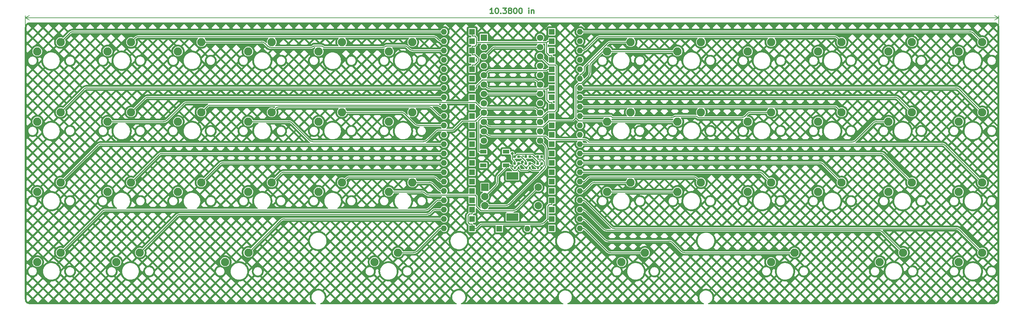
<source format=gbr>
%TF.GenerationSoftware,KiCad,Pcbnew,(6.0.7)*%
%TF.CreationDate,2022-10-26T18:45:42+02:00*%
%TF.ProjectId,skoosk,736b6f6f-736b-42e6-9b69-6361645f7063,rev?*%
%TF.SameCoordinates,Original*%
%TF.FileFunction,Copper,L1,Top*%
%TF.FilePolarity,Positive*%
%FSLAX46Y46*%
G04 Gerber Fmt 4.6, Leading zero omitted, Abs format (unit mm)*
G04 Created by KiCad (PCBNEW (6.0.7)) date 2022-10-26 18:45:42*
%MOMM*%
%LPD*%
G01*
G04 APERTURE LIST*
G04 Aperture macros list*
%AMRoundRect*
0 Rectangle with rounded corners*
0 $1 Rounding radius*
0 $2 $3 $4 $5 $6 $7 $8 $9 X,Y pos of 4 corners*
0 Add a 4 corners polygon primitive as box body*
4,1,4,$2,$3,$4,$5,$6,$7,$8,$9,$2,$3,0*
0 Add four circle primitives for the rounded corners*
1,1,$1+$1,$2,$3*
1,1,$1+$1,$4,$5*
1,1,$1+$1,$6,$7*
1,1,$1+$1,$8,$9*
0 Add four rect primitives between the rounded corners*
20,1,$1+$1,$2,$3,$4,$5,0*
20,1,$1+$1,$4,$5,$6,$7,0*
20,1,$1+$1,$6,$7,$8,$9,0*
20,1,$1+$1,$8,$9,$2,$3,0*%
G04 Aperture macros list end*
%ADD10C,0.300000*%
%TA.AperFunction,NonConductor*%
%ADD11C,0.300000*%
%TD*%
%TA.AperFunction,NonConductor*%
%ADD12C,0.200000*%
%TD*%
%TA.AperFunction,ComponentPad*%
%ADD13R,1.600000X1.600000*%
%TD*%
%TA.AperFunction,ComponentPad*%
%ADD14O,1.600000X1.600000*%
%TD*%
%TA.AperFunction,ComponentPad*%
%ADD15C,2.250000*%
%TD*%
%TA.AperFunction,SMDPad,CuDef*%
%ADD16R,0.700000X0.700000*%
%TD*%
%TA.AperFunction,ComponentPad*%
%ADD17R,1.752600X1.752600*%
%TD*%
%TA.AperFunction,ComponentPad*%
%ADD18C,1.752600*%
%TD*%
%TA.AperFunction,ComponentPad*%
%ADD19R,2.000000X2.000000*%
%TD*%
%TA.AperFunction,ComponentPad*%
%ADD20C,2.000000*%
%TD*%
%TA.AperFunction,ComponentPad*%
%ADD21R,3.200000X2.000000*%
%TD*%
%TA.AperFunction,SMDPad,CuDef*%
%ADD22RoundRect,0.140000X-0.140000X-0.170000X0.140000X-0.170000X0.140000X0.170000X-0.140000X0.170000X0*%
%TD*%
%TA.AperFunction,SMDPad,CuDef*%
%ADD23R,1.800000X1.100000*%
%TD*%
%TA.AperFunction,ViaPad*%
%ADD24C,0.800000*%
%TD*%
%TA.AperFunction,Conductor*%
%ADD25C,0.250000*%
%TD*%
%TA.AperFunction,Conductor*%
%ADD26C,0.254000*%
%TD*%
G04 APERTURE END LIST*
D10*
D11*
X133957857Y-8657571D02*
X133100714Y-8657571D01*
X133529285Y-8657571D02*
X133529285Y-7157571D01*
X133386428Y-7371857D01*
X133243571Y-7514714D01*
X133100714Y-7586142D01*
X134886428Y-7157571D02*
X135029285Y-7157571D01*
X135172142Y-7229000D01*
X135243571Y-7300428D01*
X135315000Y-7443285D01*
X135386428Y-7729000D01*
X135386428Y-8086142D01*
X135315000Y-8371857D01*
X135243571Y-8514714D01*
X135172142Y-8586142D01*
X135029285Y-8657571D01*
X134886428Y-8657571D01*
X134743571Y-8586142D01*
X134672142Y-8514714D01*
X134600714Y-8371857D01*
X134529285Y-8086142D01*
X134529285Y-7729000D01*
X134600714Y-7443285D01*
X134672142Y-7300428D01*
X134743571Y-7229000D01*
X134886428Y-7157571D01*
X136029285Y-8514714D02*
X136100714Y-8586142D01*
X136029285Y-8657571D01*
X135957857Y-8586142D01*
X136029285Y-8514714D01*
X136029285Y-8657571D01*
X136600714Y-7157571D02*
X137529285Y-7157571D01*
X137029285Y-7729000D01*
X137243571Y-7729000D01*
X137386428Y-7800428D01*
X137457857Y-7871857D01*
X137529285Y-8014714D01*
X137529285Y-8371857D01*
X137457857Y-8514714D01*
X137386428Y-8586142D01*
X137243571Y-8657571D01*
X136815000Y-8657571D01*
X136672142Y-8586142D01*
X136600714Y-8514714D01*
X138386428Y-7800428D02*
X138243571Y-7729000D01*
X138172142Y-7657571D01*
X138100714Y-7514714D01*
X138100714Y-7443285D01*
X138172142Y-7300428D01*
X138243571Y-7229000D01*
X138386428Y-7157571D01*
X138672142Y-7157571D01*
X138815000Y-7229000D01*
X138886428Y-7300428D01*
X138957857Y-7443285D01*
X138957857Y-7514714D01*
X138886428Y-7657571D01*
X138815000Y-7729000D01*
X138672142Y-7800428D01*
X138386428Y-7800428D01*
X138243571Y-7871857D01*
X138172142Y-7943285D01*
X138100714Y-8086142D01*
X138100714Y-8371857D01*
X138172142Y-8514714D01*
X138243571Y-8586142D01*
X138386428Y-8657571D01*
X138672142Y-8657571D01*
X138815000Y-8586142D01*
X138886428Y-8514714D01*
X138957857Y-8371857D01*
X138957857Y-8086142D01*
X138886428Y-7943285D01*
X138815000Y-7871857D01*
X138672142Y-7800428D01*
X139886428Y-7157571D02*
X140029285Y-7157571D01*
X140172142Y-7229000D01*
X140243571Y-7300428D01*
X140315000Y-7443285D01*
X140386428Y-7729000D01*
X140386428Y-8086142D01*
X140315000Y-8371857D01*
X140243571Y-8514714D01*
X140172142Y-8586142D01*
X140029285Y-8657571D01*
X139886428Y-8657571D01*
X139743571Y-8586142D01*
X139672142Y-8514714D01*
X139600714Y-8371857D01*
X139529285Y-8086142D01*
X139529285Y-7729000D01*
X139600714Y-7443285D01*
X139672142Y-7300428D01*
X139743571Y-7229000D01*
X139886428Y-7157571D01*
X141315000Y-7157571D02*
X141457857Y-7157571D01*
X141600714Y-7229000D01*
X141672142Y-7300428D01*
X141743571Y-7443285D01*
X141815000Y-7729000D01*
X141815000Y-8086142D01*
X141743571Y-8371857D01*
X141672142Y-8514714D01*
X141600714Y-8586142D01*
X141457857Y-8657571D01*
X141315000Y-8657571D01*
X141172142Y-8586142D01*
X141100714Y-8514714D01*
X141029285Y-8371857D01*
X140957857Y-8086142D01*
X140957857Y-7729000D01*
X141029285Y-7443285D01*
X141100714Y-7300428D01*
X141172142Y-7229000D01*
X141315000Y-7157571D01*
X143600714Y-8657571D02*
X143600714Y-7657571D01*
X143600714Y-7157571D02*
X143529285Y-7229000D01*
X143600714Y-7300428D01*
X143672142Y-7229000D01*
X143600714Y-7157571D01*
X143600714Y-7300428D01*
X144315000Y-7657571D02*
X144315000Y-8657571D01*
X144315000Y-7800428D02*
X144386428Y-7729000D01*
X144529285Y-7657571D01*
X144743571Y-7657571D01*
X144886428Y-7729000D01*
X144957857Y-7871857D01*
X144957857Y-8657571D01*
D12*
X7239000Y-13978000D02*
X7239000Y-9192580D01*
X270891000Y-13978000D02*
X270891000Y-9192580D01*
X7239000Y-9779000D02*
X270891000Y-9779000D01*
X7239000Y-9779000D02*
X270891000Y-9779000D01*
X7239000Y-9779000D02*
X8365504Y-10365421D01*
X7239000Y-9779000D02*
X8365504Y-9192579D01*
X270891000Y-9779000D02*
X269764496Y-9192579D01*
X270891000Y-9779000D02*
X269764496Y-10365421D01*
D13*
%TO.P,D28,1,K*%
%TO.N,ROW4*%
X128270000Y-51689000D03*
D14*
%TO.P,D28,2,A*%
%TO.N,Net-(D28-Pad2)*%
X120650000Y-51689000D03*
%TD*%
D15*
%TO.P,MX30,1,COL*%
%TO.N,COL2*%
X105727500Y-57023000D03*
%TO.P,MX30,2,ROW*%
%TO.N,Net-(D30-Pad2)*%
X112077500Y-54483000D03*
%TD*%
D16*
%TO.P,Drgb2,1,DOUT*%
%TO.N,Net-(Drgb2-Pad1)*%
X143933000Y-47503700D03*
%TO.P,Drgb2,2,VSS*%
%TO.N,GND*%
X142833000Y-47503700D03*
%TO.P,Drgb2,3,DIN*%
%TO.N,Net-(Drgb1-Pad1)*%
X142833000Y-49333700D03*
%TO.P,Drgb2,4,VDD*%
%TO.N,VCC*%
X143933000Y-49333700D03*
%TD*%
D17*
%TO.P,U1,1,TX0/PD3*%
%TO.N,unconnected-(U1-Pad1)*%
X131445000Y-15194700D03*
D18*
%TO.P,U1,2,RX1/PD2*%
%TO.N,rgb pin*%
X131445000Y-17734700D03*
%TO.P,U1,3,GND*%
%TO.N,GND*%
X131445000Y-20274700D03*
%TO.P,U1,4,GND*%
X131445000Y-22814700D03*
%TO.P,U1,5,2/PD1*%
%TO.N,ROW1*%
X131445000Y-25354700D03*
%TO.P,U1,6,3/PD0*%
%TO.N,ROW3*%
X131445000Y-27894700D03*
%TO.P,U1,7,4/PD4*%
%TO.N,ROW4*%
X131445000Y-30434700D03*
%TO.P,U1,8,5/PC6*%
%TO.N,ROW7*%
X131445000Y-32974700D03*
%TO.P,U1,9,6/PD7*%
%TO.N,COL1*%
X131445000Y-35514700D03*
%TO.P,U1,10,7/PE6*%
%TO.N,COL3*%
X131445000Y-38054700D03*
%TO.P,U1,11,8/PB4*%
%TO.N,COL5*%
X131445000Y-40594700D03*
%TO.P,U1,12,9/PB5*%
%TO.N,rotary_a*%
X131445000Y-43134700D03*
%TO.P,U1,13,10/PB6*%
%TO.N,rotary_b*%
X146685000Y-43134700D03*
%TO.P,U1,14,16/PB2*%
%TO.N,COL4*%
X146685000Y-40594700D03*
%TO.P,U1,15,14/PB3*%
%TO.N,COL2*%
X146685000Y-38054700D03*
%TO.P,U1,16,15/PB1*%
%TO.N,COL0*%
X146685000Y-35514700D03*
%TO.P,U1,17,A0/PF7*%
%TO.N,ROW6*%
X146685000Y-32974700D03*
%TO.P,U1,18,A1/PF6*%
%TO.N,ROW4*%
X146685000Y-30434700D03*
%TO.P,U1,19,A2/PF5*%
%TO.N,ROW2*%
X146685000Y-27894700D03*
%TO.P,U1,20,A3/PF4*%
%TO.N,ROW0*%
X146685000Y-25354700D03*
%TO.P,U1,21,VCC*%
%TO.N,VCC*%
X146685000Y-22814700D03*
%TO.P,U1,22,RST*%
%TO.N,Net-(SW1-Pad2)*%
X146685000Y-20274700D03*
%TO.P,U1,23,GND*%
%TO.N,GND*%
X146685000Y-17734700D03*
%TO.P,U1,24,RAW*%
%TO.N,unconnected-(U1-Pad24)*%
X146685000Y-15194700D03*
%TD*%
D15*
%TO.P,MX16,1,COL*%
%TO.N,COL1*%
X67627500Y-37973000D03*
%TO.P,MX16,2,ROW*%
%TO.N,Net-(D16-Pad2)*%
X73977500Y-35433000D03*
%TD*%
D13*
%TO.P,D3,1,K*%
%TO.N,ROW0*%
X128270000Y-18669000D03*
D14*
%TO.P,D3,2,A*%
%TO.N,Net-(D3-Pad2)*%
X120650000Y-18669000D03*
%TD*%
D15*
%TO.P,MX14,1,COL*%
%TO.N,COL0*%
X29527500Y-37973000D03*
%TO.P,MX14,2,ROW*%
%TO.N,Net-(D14-Pad2)*%
X35877500Y-35433000D03*
%TD*%
%TO.P,MX44,1,COL*%
%TO.N,COL5*%
X260096000Y-76073000D03*
%TO.P,MX44,2,ROW*%
%TO.N,Net-(D44-Pad2)*%
X266446000Y-73533000D03*
%TD*%
%TO.P,MX28,1,COL*%
%TO.N,COL1*%
X67627500Y-57023000D03*
%TO.P,MX28,2,ROW*%
%TO.N,Net-(D28-Pad2)*%
X73977500Y-54483000D03*
%TD*%
D13*
%TO.P,D14,1,K*%
%TO.N,ROW3*%
X128270000Y-31369000D03*
D14*
%TO.P,D14,2,A*%
%TO.N,Net-(D14-Pad2)*%
X120650000Y-31369000D03*
%TD*%
D13*
%TO.P,D43,1,K*%
%TO.N,ROW6*%
X149860000Y-61849000D03*
D14*
%TO.P,D43,2,A*%
%TO.N,Net-(D43-Pad2)*%
X157480000Y-61849000D03*
%TD*%
D15*
%TO.P,MX41,1,COL*%
%TO.N,COL3*%
X168741100Y-76079000D03*
%TO.P,MX41,2,ROW*%
%TO.N,Net-(D41-Pad2)*%
X175091100Y-73539000D03*
%TD*%
D13*
%TO.P,D2,1,K*%
%TO.N,ROW1*%
X128270000Y-16129000D03*
D14*
%TO.P,D2,2,A*%
%TO.N,Net-(D2-Pad2)*%
X120650000Y-16129000D03*
%TD*%
D13*
%TO.P,D23,1,K*%
%TO.N,ROW2*%
X149860000Y-31369000D03*
D14*
%TO.P,D23,2,A*%
%TO.N,Net-(D23-Pad2)*%
X157480000Y-31369000D03*
%TD*%
D15*
%TO.P,MX35,1,COL*%
%TO.N,COL5*%
X241046000Y-57023000D03*
%TO.P,MX35,2,ROW*%
%TO.N,Net-(D35-Pad2)*%
X247396000Y-54483000D03*
%TD*%
%TO.P,MX24,1,COL*%
%TO.N,COL5*%
X260096000Y-37973000D03*
%TO.P,MX24,2,ROW*%
%TO.N,Net-(D24-Pad2)*%
X266446000Y-35433000D03*
%TD*%
%TO.P,MX43,1,COL*%
%TO.N,COL5*%
X238658400Y-76073000D03*
%TO.P,MX43,2,ROW*%
%TO.N,Net-(D43-Pad2)*%
X245008400Y-73533000D03*
%TD*%
D19*
%TO.P,SW2,A,A*%
%TO.N,rotary_a*%
X131692000Y-55793000D03*
D20*
%TO.P,SW2,B,B*%
%TO.N,rotary_b*%
X131692000Y-60793000D03*
%TO.P,SW2,C,C*%
%TO.N,GND*%
X131692000Y-58293000D03*
D21*
%TO.P,SW2,MP*%
%TO.N,N/C*%
X139192000Y-52693000D03*
X139192000Y-63893000D03*
D20*
%TO.P,SW2,S1,S1*%
%TO.N,Net-(D51-Pad2)*%
X146192000Y-60793000D03*
%TO.P,SW2,S2,S2*%
%TO.N,COL2*%
X146192000Y-55793000D03*
%TD*%
D13*
%TO.P,D6,1,K*%
%TO.N,ROW1*%
X128270000Y-26289000D03*
D14*
%TO.P,D6,2,A*%
%TO.N,Net-(D6-Pad2)*%
X120650000Y-26289000D03*
%TD*%
D15*
%TO.P,MX26,1,COL*%
%TO.N,COL0*%
X29527500Y-57023000D03*
%TO.P,MX26,2,ROW*%
%TO.N,Net-(D26-Pad2)*%
X35877500Y-54483000D03*
%TD*%
D13*
%TO.P,D34,1,K*%
%TO.N,ROW4*%
X149860000Y-49149000D03*
D14*
%TO.P,D34,2,A*%
%TO.N,Net-(D34-Pad2)*%
X157480000Y-49149000D03*
%TD*%
D22*
%TO.P,Crgb3,1*%
%TO.N,VCC*%
X146106000Y-50546000D03*
%TO.P,Crgb3,2*%
%TO.N,GND*%
X147066000Y-50546000D03*
%TD*%
D15*
%TO.P,MX7,1,COL*%
%TO.N,COL3*%
X164846000Y-18923000D03*
%TO.P,MX7,2,ROW*%
%TO.N,Net-(D7-Pad2)*%
X171196000Y-16383000D03*
%TD*%
D22*
%TO.P,Crgb2,1*%
%TO.N,VCC*%
X142931000Y-50546000D03*
%TO.P,Crgb2,2*%
%TO.N,GND*%
X143891000Y-50546000D03*
%TD*%
D23*
%TO.P,SW1,1,1*%
%TO.N,GND*%
X137466000Y-49856000D03*
%TO.P,SW1,2,2*%
%TO.N,Net-(SW1-Pad2)*%
X131266000Y-46156000D03*
%TO.P,SW1,3*%
%TO.N,N/C*%
X137466000Y-46156000D03*
%TO.P,SW1,4*%
X131266000Y-49856000D03*
%TD*%
D15*
%TO.P,MX5,1,COL*%
%TO.N,COL2*%
X86677500Y-18923000D03*
%TO.P,MX5,2,ROW*%
%TO.N,Net-(D5-Pad2)*%
X93027500Y-16383000D03*
%TD*%
D13*
%TO.P,D5,1,K*%
%TO.N,ROW0*%
X128270000Y-23749000D03*
D14*
%TO.P,D5,2,A*%
%TO.N,Net-(D5-Pad2)*%
X120650000Y-23749000D03*
%TD*%
D15*
%TO.P,MX15,1,COL*%
%TO.N,COL1*%
X48577500Y-37973000D03*
%TO.P,MX15,2,ROW*%
%TO.N,Net-(D15-Pad2)*%
X54927500Y-35433000D03*
%TD*%
D13*
%TO.P,D40,1,K*%
%TO.N,ROW7*%
X128270000Y-66929000D03*
D14*
%TO.P,D40,2,A*%
%TO.N,Net-(D40-Pad2)*%
X120650000Y-66929000D03*
%TD*%
D13*
%TO.P,D4,1,K*%
%TO.N,ROW1*%
X128270000Y-21209000D03*
D14*
%TO.P,D4,2,A*%
%TO.N,Net-(D4-Pad2)*%
X120650000Y-21209000D03*
%TD*%
D13*
%TO.P,D24,1,K*%
%TO.N,ROW3*%
X149860000Y-28829000D03*
D14*
%TO.P,D24,2,A*%
%TO.N,Net-(D24-Pad2)*%
X157480000Y-28829000D03*
%TD*%
D15*
%TO.P,MX18,1,COL*%
%TO.N,COL2*%
X105727500Y-37973000D03*
%TO.P,MX18,2,ROW*%
%TO.N,Net-(D18-Pad2)*%
X112077500Y-35433000D03*
%TD*%
%TO.P,MX21,1,COL*%
%TO.N,COL4*%
X202946000Y-37973000D03*
%TO.P,MX21,2,ROW*%
%TO.N,Net-(D21-Pad2)*%
X209296000Y-35433000D03*
%TD*%
D13*
%TO.P,D39,1,K*%
%TO.N,ROW6*%
X128270000Y-64389000D03*
D14*
%TO.P,D39,2,A*%
%TO.N,Net-(D39-Pad2)*%
X120650000Y-64389000D03*
%TD*%
D15*
%TO.P,MX11,1,COL*%
%TO.N,COL5*%
X241046000Y-18923000D03*
%TO.P,MX11,2,ROW*%
%TO.N,Net-(D11-Pad2)*%
X247396000Y-16383000D03*
%TD*%
D13*
%TO.P,D27,1,K*%
%TO.N,ROW4*%
X128270000Y-49149000D03*
D14*
%TO.P,D27,2,A*%
%TO.N,Net-(D27-Pad2)*%
X120650000Y-49149000D03*
%TD*%
D13*
%TO.P,D30,1,K*%
%TO.N,ROW4*%
X128270000Y-56769000D03*
D14*
%TO.P,D30,2,A*%
%TO.N,Net-(D30-Pad2)*%
X120650000Y-56769000D03*
%TD*%
D13*
%TO.P,D22,1,K*%
%TO.N,ROW3*%
X149860000Y-33909000D03*
D14*
%TO.P,D22,2,A*%
%TO.N,Net-(D22-Pad2)*%
X157480000Y-33909000D03*
%TD*%
D13*
%TO.P,D18,1,K*%
%TO.N,ROW3*%
X128270000Y-41529000D03*
D14*
%TO.P,D18,2,A*%
%TO.N,Net-(D18-Pad2)*%
X120650000Y-41529000D03*
%TD*%
D15*
%TO.P,MX40,1,COL*%
%TO.N,COL2*%
X101803200Y-76073000D03*
%TO.P,MX40,2,ROW*%
%TO.N,Net-(D40-Pad2)*%
X108153200Y-73533000D03*
%TD*%
D13*
%TO.P,D21,1,K*%
%TO.N,ROW2*%
X149860000Y-36449000D03*
D14*
%TO.P,D21,2,A*%
%TO.N,Net-(D21-Pad2)*%
X157480000Y-36449000D03*
%TD*%
D13*
%TO.P,D36,1,K*%
%TO.N,ROW4*%
X149860000Y-44069000D03*
D14*
%TO.P,D36,2,A*%
%TO.N,Net-(D36-Pad2)*%
X157480000Y-44069000D03*
%TD*%
D15*
%TO.P,MX10,1,COL*%
%TO.N,COL4*%
X221996000Y-18923000D03*
%TO.P,MX10,2,ROW*%
%TO.N,Net-(D10-Pad2)*%
X228346000Y-16383000D03*
%TD*%
D13*
%TO.P,D31,1,K*%
%TO.N,ROW4*%
X149860000Y-56769000D03*
D14*
%TO.P,D31,2,A*%
%TO.N,Net-(D31-Pad2)*%
X157480000Y-56769000D03*
%TD*%
D13*
%TO.P,D32,1,K*%
%TO.N,ROW4*%
X149860000Y-54229000D03*
D14*
%TO.P,D32,2,A*%
%TO.N,Net-(D32-Pad2)*%
X157480000Y-54229000D03*
%TD*%
D15*
%TO.P,MX4,1,COL*%
%TO.N,COL1*%
X67627500Y-18923000D03*
%TO.P,MX4,2,ROW*%
%TO.N,Net-(D4-Pad2)*%
X73977500Y-16383000D03*
%TD*%
D16*
%TO.P,Drgb3,1,DOUT*%
%TO.N,unconnected-(Drgb3-Pad1)*%
X147108000Y-47503700D03*
%TO.P,Drgb3,2,VSS*%
%TO.N,GND*%
X146008000Y-47503700D03*
%TO.P,Drgb3,3,DIN*%
%TO.N,Net-(Drgb2-Pad1)*%
X146008000Y-49333700D03*
%TO.P,Drgb3,4,VDD*%
%TO.N,VCC*%
X147108000Y-49333700D03*
%TD*%
D15*
%TO.P,MX32,1,COL*%
%TO.N,COL3*%
X183896000Y-57023000D03*
%TO.P,MX32,2,ROW*%
%TO.N,Net-(D32-Pad2)*%
X190246000Y-54483000D03*
%TD*%
%TO.P,MX22,1,COL*%
%TO.N,COL4*%
X221996000Y-37973000D03*
%TO.P,MX22,2,ROW*%
%TO.N,Net-(D22-Pad2)*%
X228346000Y-35433000D03*
%TD*%
D13*
%TO.P,D35,1,K*%
%TO.N,ROW4*%
X149860000Y-46609000D03*
D14*
%TO.P,D35,2,A*%
%TO.N,Net-(D35-Pad2)*%
X157480000Y-46609000D03*
%TD*%
D13*
%TO.P,D12,1,K*%
%TO.N,ROW1*%
X149860000Y-13589000D03*
D14*
%TO.P,D12,2,A*%
%TO.N,Net-(D12-Pad2)*%
X157480000Y-13589000D03*
%TD*%
D15*
%TO.P,MX27,1,COL*%
%TO.N,COL1*%
X48577500Y-57023000D03*
%TO.P,MX27,2,ROW*%
%TO.N,Net-(D27-Pad2)*%
X54927500Y-54483000D03*
%TD*%
%TO.P,MX36,1,COL*%
%TO.N,COL5*%
X260096000Y-57023000D03*
%TO.P,MX36,2,ROW*%
%TO.N,Net-(D36-Pad2)*%
X266446000Y-54483000D03*
%TD*%
D13*
%TO.P,D9,1,K*%
%TO.N,ROW0*%
X149860000Y-21209000D03*
D14*
%TO.P,D9,2,A*%
%TO.N,Net-(D9-Pad2)*%
X157480000Y-21209000D03*
%TD*%
D15*
%TO.P,MX20,1,COL*%
%TO.N,COL3*%
X183896000Y-37973000D03*
%TO.P,MX20,2,ROW*%
%TO.N,Net-(D20-Pad2)*%
X190246000Y-35433000D03*
%TD*%
D13*
%TO.P,D15,1,K*%
%TO.N,ROW2*%
X128270000Y-33909000D03*
D14*
%TO.P,D15,2,A*%
%TO.N,Net-(D15-Pad2)*%
X120650000Y-33909000D03*
%TD*%
D13*
%TO.P,D51,1,K*%
%TO.N,ROW6*%
X135636000Y-67056000D03*
D14*
%TO.P,D51,2,A*%
%TO.N,Net-(D51-Pad2)*%
X143256000Y-67056000D03*
%TD*%
D13*
%TO.P,D7,1,K*%
%TO.N,ROW0*%
X149860000Y-26289000D03*
D14*
%TO.P,D7,2,A*%
%TO.N,Net-(D7-Pad2)*%
X157480000Y-26289000D03*
%TD*%
D15*
%TO.P,MX25,1,COL*%
%TO.N,COL0*%
X10477500Y-57023000D03*
%TO.P,MX25,2,ROW*%
%TO.N,Net-(D25-Pad2)*%
X16827500Y-54483000D03*
%TD*%
D13*
%TO.P,D33,1,K*%
%TO.N,ROW4*%
X149860000Y-51689000D03*
D14*
%TO.P,D33,2,A*%
%TO.N,Net-(D33-Pad2)*%
X157480000Y-51689000D03*
%TD*%
D13*
%TO.P,D17,1,K*%
%TO.N,ROW2*%
X128270000Y-38989000D03*
D14*
%TO.P,D17,2,A*%
%TO.N,Net-(D17-Pad2)*%
X120650000Y-38989000D03*
%TD*%
D13*
%TO.P,D16,1,K*%
%TO.N,ROW3*%
X128270000Y-36449000D03*
D14*
%TO.P,D16,2,A*%
%TO.N,Net-(D16-Pad2)*%
X120650000Y-36449000D03*
%TD*%
D15*
%TO.P,MX42,1,COL*%
%TO.N,COL4*%
X209219800Y-76073000D03*
%TO.P,MX42,2,ROW*%
%TO.N,Net-(D42-Pad2)*%
X215569800Y-73533000D03*
%TD*%
%TO.P,MX33,1,COL*%
%TO.N,COL4*%
X202946000Y-57023000D03*
%TO.P,MX33,2,ROW*%
%TO.N,Net-(D33-Pad2)*%
X209296000Y-54483000D03*
%TD*%
%TO.P,MX38,1,COL*%
%TO.N,COL0*%
X31902400Y-76073000D03*
%TO.P,MX38,2,ROW*%
%TO.N,Net-(D38-Pad2)*%
X38252400Y-73533000D03*
%TD*%
%TO.P,MX13,1,COL*%
%TO.N,COL0*%
X10477500Y-37973000D03*
%TO.P,MX13,2,ROW*%
%TO.N,Net-(D13-Pad2)*%
X16827500Y-35433000D03*
%TD*%
D13*
%TO.P,D42,1,K*%
%TO.N,ROW7*%
X149860000Y-64389000D03*
D14*
%TO.P,D42,2,A*%
%TO.N,Net-(D42-Pad2)*%
X157480000Y-64389000D03*
%TD*%
D15*
%TO.P,MX6,1,COL*%
%TO.N,COL2*%
X105727500Y-18923000D03*
%TO.P,MX6,2,ROW*%
%TO.N,Net-(D6-Pad2)*%
X112077500Y-16383000D03*
%TD*%
%TO.P,MX3,1,COL*%
%TO.N,COL1*%
X48577500Y-18923000D03*
%TO.P,MX3,2,ROW*%
%TO.N,Net-(D3-Pad2)*%
X54927500Y-16383000D03*
%TD*%
%TO.P,MX2,1,COL*%
%TO.N,COL0*%
X29527500Y-18923000D03*
%TO.P,MX2,2,ROW*%
%TO.N,Net-(D2-Pad2)*%
X35877500Y-16383000D03*
%TD*%
%TO.P,MX17,1,COL*%
%TO.N,COL2*%
X86677500Y-37973000D03*
%TO.P,MX17,2,ROW*%
%TO.N,Net-(D17-Pad2)*%
X93027500Y-35433000D03*
%TD*%
D13*
%TO.P,D11,1,K*%
%TO.N,ROW0*%
X149860000Y-16129000D03*
D14*
%TO.P,D11,2,A*%
%TO.N,Net-(D11-Pad2)*%
X157480000Y-16129000D03*
%TD*%
D15*
%TO.P,MX1,1,COL*%
%TO.N,COL0*%
X10477500Y-18923000D03*
%TO.P,MX1,2,ROW*%
%TO.N,Net-(D1-Pad2)*%
X16827500Y-16383000D03*
%TD*%
D13*
%TO.P,D25,1,K*%
%TO.N,ROW4*%
X128270000Y-44069000D03*
D14*
%TO.P,D25,2,A*%
%TO.N,Net-(D25-Pad2)*%
X120650000Y-44069000D03*
%TD*%
D15*
%TO.P,MX37,1,COL*%
%TO.N,COL0*%
X10477500Y-76073000D03*
%TO.P,MX37,2,ROW*%
%TO.N,Net-(D37-Pad2)*%
X16827500Y-73533000D03*
%TD*%
%TO.P,MX39,1,COL*%
%TO.N,COL1*%
X61315600Y-76073000D03*
%TO.P,MX39,2,ROW*%
%TO.N,Net-(D39-Pad2)*%
X67665600Y-73533000D03*
%TD*%
D13*
%TO.P,D19,1,K*%
%TO.N,ROW2*%
X149860000Y-41529000D03*
D14*
%TO.P,D19,2,A*%
%TO.N,Net-(D19-Pad2)*%
X157480000Y-41529000D03*
%TD*%
D13*
%TO.P,D8,1,K*%
%TO.N,ROW1*%
X149860000Y-23749000D03*
D14*
%TO.P,D8,2,A*%
%TO.N,Net-(D8-Pad2)*%
X157480000Y-23749000D03*
%TD*%
D15*
%TO.P,MX23,1,COL*%
%TO.N,COL5*%
X241046000Y-37973000D03*
%TO.P,MX23,2,ROW*%
%TO.N,Net-(D23-Pad2)*%
X247396000Y-35433000D03*
%TD*%
D13*
%TO.P,D44,1,K*%
%TO.N,ROW7*%
X149860000Y-59309000D03*
D14*
%TO.P,D44,2,A*%
%TO.N,Net-(D44-Pad2)*%
X157480000Y-59309000D03*
%TD*%
D15*
%TO.P,MX9,1,COL*%
%TO.N,COL4*%
X202946000Y-18923000D03*
%TO.P,MX9,2,ROW*%
%TO.N,Net-(D9-Pad2)*%
X209296000Y-16383000D03*
%TD*%
D13*
%TO.P,D20,1,K*%
%TO.N,ROW3*%
X149860000Y-38989000D03*
D14*
%TO.P,D20,2,A*%
%TO.N,Net-(D20-Pad2)*%
X157480000Y-38989000D03*
%TD*%
D15*
%TO.P,MX34,1,COL*%
%TO.N,COL4*%
X221996000Y-57023000D03*
%TO.P,MX34,2,ROW*%
%TO.N,Net-(D34-Pad2)*%
X228346000Y-54483000D03*
%TD*%
D13*
%TO.P,D26,1,K*%
%TO.N,ROW4*%
X128270000Y-46609000D03*
D14*
%TO.P,D26,2,A*%
%TO.N,Net-(D26-Pad2)*%
X120650000Y-46609000D03*
%TD*%
D16*
%TO.P,Drgb1,1,DOUT*%
%TO.N,Net-(Drgb1-Pad1)*%
X140885000Y-47503700D03*
%TO.P,Drgb1,2,VSS*%
%TO.N,GND*%
X139785000Y-47503700D03*
%TO.P,Drgb1,3,DIN*%
%TO.N,rgb pin*%
X139785000Y-49333700D03*
%TO.P,Drgb1,4,VDD*%
%TO.N,VCC*%
X140885000Y-49333700D03*
%TD*%
D22*
%TO.P,Crgb1,1*%
%TO.N,VCC*%
X139855000Y-50546000D03*
%TO.P,Crgb1,2*%
%TO.N,GND*%
X140815000Y-50546000D03*
%TD*%
D13*
%TO.P,D1,1,K*%
%TO.N,ROW0*%
X128270000Y-13589000D03*
D14*
%TO.P,D1,2,A*%
%TO.N,Net-(D1-Pad2)*%
X120650000Y-13589000D03*
%TD*%
D13*
%TO.P,D13,1,K*%
%TO.N,ROW2*%
X128270000Y-28829000D03*
D14*
%TO.P,D13,2,A*%
%TO.N,Net-(D13-Pad2)*%
X120650000Y-28829000D03*
%TD*%
D15*
%TO.P,MX19,1,COL*%
%TO.N,COL3*%
X164846000Y-37973000D03*
%TO.P,MX19,2,ROW*%
%TO.N,Net-(D19-Pad2)*%
X171196000Y-35433000D03*
%TD*%
D13*
%TO.P,D29,1,K*%
%TO.N,ROW4*%
X128270000Y-54229000D03*
D14*
%TO.P,D29,2,A*%
%TO.N,Net-(D29-Pad2)*%
X120650000Y-54229000D03*
%TD*%
D15*
%TO.P,MX12,1,COL*%
%TO.N,COL5*%
X260096000Y-18923000D03*
%TO.P,MX12,2,ROW*%
%TO.N,Net-(D12-Pad2)*%
X266446000Y-16383000D03*
%TD*%
D13*
%TO.P,D10,1,K*%
%TO.N,ROW1*%
X149860000Y-18669000D03*
D14*
%TO.P,D10,2,A*%
%TO.N,Net-(D10-Pad2)*%
X157480000Y-18669000D03*
%TD*%
D13*
%TO.P,D41,1,K*%
%TO.N,ROW6*%
X149860000Y-66929000D03*
D14*
%TO.P,D41,2,A*%
%TO.N,Net-(D41-Pad2)*%
X157480000Y-66929000D03*
%TD*%
D15*
%TO.P,MX31,1,COL*%
%TO.N,COL3*%
X164846000Y-57023000D03*
%TO.P,MX31,2,ROW*%
%TO.N,Net-(D31-Pad2)*%
X171196000Y-54483000D03*
%TD*%
D13*
%TO.P,D37,1,K*%
%TO.N,ROW6*%
X128270000Y-59309000D03*
D14*
%TO.P,D37,2,A*%
%TO.N,Net-(D37-Pad2)*%
X120650000Y-59309000D03*
%TD*%
D15*
%TO.P,MX29,1,COL*%
%TO.N,COL2*%
X86677500Y-57023000D03*
%TO.P,MX29,2,ROW*%
%TO.N,Net-(D29-Pad2)*%
X93027500Y-54483000D03*
%TD*%
%TO.P,MX8,1,COL*%
%TO.N,COL3*%
X183896000Y-18923000D03*
%TO.P,MX8,2,ROW*%
%TO.N,Net-(D8-Pad2)*%
X190246000Y-16383000D03*
%TD*%
D13*
%TO.P,D38,1,K*%
%TO.N,ROW7*%
X128270000Y-61849000D03*
D14*
%TO.P,D38,2,A*%
%TO.N,Net-(D38-Pad2)*%
X120650000Y-61849000D03*
%TD*%
D24*
%TO.N,VCC*%
X141859000Y-48940600D03*
%TO.N,rgb pin*%
X139109800Y-46605600D03*
%TD*%
D25*
%TO.N,COL0*%
X45613775Y-37601025D02*
X50059026Y-33155774D01*
X129249200Y-32783800D02*
X130710100Y-34244700D01*
X29527500Y-37973000D02*
X44715749Y-37973000D01*
X145786975Y-34616675D02*
X146685000Y-35514700D01*
X130710100Y-34244700D02*
X144888949Y-34244700D01*
X50957051Y-32783800D02*
X129249200Y-32783800D01*
X44715749Y-37973034D02*
G75*
G03*
X45613775Y-37601025I-49J1270034D01*
G01*
X144888949Y-34244666D02*
G75*
G02*
X145786975Y-34616675I-49J-1270034D01*
G01*
X50059050Y-33155798D02*
G75*
G02*
X50957051Y-32783800I898050J-898002D01*
G01*
%TO.N,ROW0*%
X128973200Y-19794100D02*
X129931900Y-20752800D01*
X148399200Y-16464700D02*
X148399200Y-19326300D01*
X128973200Y-17543900D02*
X128270000Y-17543900D01*
X129931900Y-21665200D02*
X128973200Y-22623900D01*
X128270000Y-18669000D02*
X128270000Y-19794100D01*
X128270000Y-19794100D02*
X128973200Y-19794100D01*
X128270000Y-13589000D02*
X128270000Y-14714100D01*
X129395100Y-16464700D02*
X129395100Y-17122000D01*
X128270000Y-14714100D02*
X128973200Y-14714100D01*
X148399200Y-16464700D02*
X148734900Y-16129000D01*
X149860000Y-16129000D02*
X148734900Y-16129000D01*
X129395100Y-17122000D02*
X128973200Y-17543900D01*
X128270000Y-18669000D02*
X128270000Y-17543900D01*
X128973200Y-22623900D02*
X128270000Y-22623900D01*
X129395100Y-15136000D02*
X129395100Y-16464700D01*
X149860000Y-21209000D02*
X149860000Y-20083900D01*
X149156800Y-20083900D02*
X149860000Y-20083900D01*
X128973200Y-14714100D02*
X129395100Y-15136000D01*
X129931900Y-20752800D02*
X129931900Y-21665200D01*
X128270000Y-23749000D02*
X128270000Y-22623900D01*
X129395100Y-16464700D02*
X148399200Y-16464700D01*
X148399200Y-19326300D02*
X149156800Y-20083900D01*
%TO.N,Net-(D1-Pad2)*%
X120650000Y-13589000D02*
X20147551Y-13589000D01*
X19249525Y-13960975D02*
X16827500Y-16383000D01*
X20147551Y-13588966D02*
G75*
G03*
X19249525Y-13960975I49J-1270034D01*
G01*
%TO.N,COL1*%
X116530375Y-42473625D02*
X115992774Y-43011226D01*
X78604249Y-37973000D02*
X67627500Y-37973000D01*
X125582400Y-37863800D02*
X123187200Y-40259000D01*
X84168525Y-43011225D02*
X79502275Y-38344975D01*
X123187200Y-40259000D02*
X119311451Y-40259000D01*
X115094749Y-43383200D02*
X85066551Y-43383200D01*
X118413426Y-40630974D02*
X116570775Y-42473625D01*
X116570775Y-42473625D02*
X116530375Y-42473625D01*
X131445000Y-35514700D02*
X129095900Y-37863800D01*
X129095900Y-37863800D02*
X125582400Y-37863800D01*
X78604249Y-37972966D02*
G75*
G02*
X79502275Y-38344975I-49J-1270034D01*
G01*
X85066551Y-43383234D02*
G75*
G02*
X84168525Y-43011225I49J1270034D01*
G01*
X115094749Y-43383234D02*
G75*
G03*
X115992774Y-43011226I-49J1270034D01*
G01*
X118413450Y-40630998D02*
G75*
G02*
X119311451Y-40259000I898050J-898002D01*
G01*
%TO.N,ROW1*%
X149860000Y-23749000D02*
X148734900Y-23749000D01*
X132343025Y-24456675D02*
X131445000Y-25354700D01*
X148734900Y-23749000D02*
X148399200Y-24084700D01*
X148399200Y-24084700D02*
X133241051Y-24084700D01*
X133241051Y-24084666D02*
G75*
G03*
X132343025Y-24456675I49J-1270034D01*
G01*
%TO.N,Net-(D2-Pad2)*%
X35877500Y-16383000D02*
X36997526Y-15262974D01*
X37895551Y-14891000D02*
X117760849Y-14891000D01*
X118658875Y-15262975D02*
X119152926Y-15757026D01*
X120650000Y-16129000D02*
X120050951Y-16129000D01*
X118658851Y-15262999D02*
G75*
G03*
X117760849Y-14891000I-898051J-898001D01*
G01*
X119152950Y-15757002D02*
G75*
G03*
X120050951Y-16129000I898050J898002D01*
G01*
X36997550Y-15262998D02*
G75*
G02*
X37895551Y-14891000I898050J-898002D01*
G01*
%TO.N,COL2*%
X116545751Y-57894000D02*
X129105000Y-57894000D01*
X129451750Y-60946650D02*
X130631500Y-62126400D01*
X115520675Y-57394975D02*
X115647726Y-57522026D01*
X130631500Y-62126400D02*
X139332549Y-62126400D01*
X140230575Y-61754425D02*
X146192000Y-55793000D01*
X105727500Y-57023000D02*
X114622649Y-57023000D01*
X129105000Y-57894000D02*
X129451750Y-58240750D01*
X129451750Y-58240750D02*
X129451750Y-60946650D01*
X140230551Y-61754401D02*
G75*
G02*
X139332549Y-62126400I-898051J898001D01*
G01*
X114622649Y-57022966D02*
G75*
G02*
X115520675Y-57394975I-49J-1270034D01*
G01*
X116545751Y-57894034D02*
G75*
G02*
X115647726Y-57522026I49J1270034D01*
G01*
%TO.N,Net-(D3-Pad2)*%
X88134500Y-17840000D02*
X104021049Y-17840000D01*
X85289175Y-17500725D02*
X85353200Y-17436700D01*
X73794451Y-17872700D02*
X84391149Y-17872700D01*
X104919075Y-17468025D02*
X104954200Y-17432900D01*
X112201651Y-18669000D02*
X120650000Y-18669000D01*
X110811475Y-17804875D02*
X111303626Y-18297026D01*
X54927500Y-16383000D02*
X71252649Y-16383000D01*
X88103175Y-17808675D02*
X88134500Y-17840000D01*
X104954200Y-17432900D02*
X109913449Y-17432900D01*
X85353200Y-17436700D02*
X87205149Y-17436700D01*
X72150675Y-16754975D02*
X72896426Y-17500726D01*
X88103151Y-17808699D02*
G75*
G03*
X87205149Y-17436700I-898051J-898001D01*
G01*
X84391149Y-17872734D02*
G75*
G03*
X85289175Y-17500725I-49J1270034D01*
G01*
X71252649Y-16382966D02*
G75*
G02*
X72150675Y-16754975I-49J-1270034D01*
G01*
X104919051Y-17468001D02*
G75*
G02*
X104021049Y-17840000I-898051J898001D01*
G01*
X109913449Y-17432866D02*
G75*
G02*
X110811475Y-17804875I-49J-1270034D01*
G01*
X111303650Y-18297002D02*
G75*
G03*
X112201651Y-18669000I898050J898002D01*
G01*
X73794451Y-17872734D02*
G75*
G02*
X72896426Y-17500726I49J1270034D01*
G01*
%TO.N,COL3*%
X164846000Y-18923000D02*
X164178251Y-18923000D01*
X183896000Y-57023000D02*
X164846000Y-57023000D01*
X157843500Y-27559000D02*
X157099200Y-27559000D01*
X147446000Y-39324700D02*
X133241051Y-39324700D01*
X164592000Y-37719000D02*
X164846000Y-37973000D01*
X149066600Y-37704100D02*
X147446000Y-39324700D01*
X160142300Y-23725451D02*
X160142300Y-24734149D01*
X164846000Y-37973000D02*
X183896000Y-37973000D01*
X163280225Y-19294975D02*
X160544374Y-22030826D01*
X155582100Y-37704100D02*
X149066600Y-37704100D01*
X156326300Y-28331900D02*
X156326300Y-36959900D01*
X183896000Y-18923000D02*
X164846000Y-18923000D01*
X156326300Y-36959900D02*
X155582100Y-37704100D01*
X160172400Y-22928851D02*
X160172400Y-23695351D01*
X132343025Y-38952725D02*
X131445000Y-38054700D01*
X157099200Y-27559000D02*
X156326300Y-28331900D01*
X156326300Y-36959900D02*
X157085400Y-37719000D01*
X160172400Y-23695351D02*
X160142300Y-23725451D01*
X159770325Y-25632175D02*
X157843500Y-27559000D01*
X157085400Y-37719000D02*
X164592000Y-37719000D01*
X133241051Y-39324734D02*
G75*
G02*
X132343025Y-38952725I49J1270034D01*
G01*
X159770301Y-25632151D02*
G75*
G03*
X160142300Y-24734149I-898001J898051D01*
G01*
X163280249Y-19294999D02*
G75*
G02*
X164178251Y-18923000I898051J-898001D01*
G01*
X160544398Y-22030850D02*
G75*
G03*
X160172400Y-22928851I898002J-898050D01*
G01*
%TO.N,Net-(D7-Pad2)*%
X157761400Y-25163900D02*
X158605100Y-24320200D01*
X157480000Y-26289000D02*
X157480000Y-25163900D01*
X165824251Y-16383000D02*
X171196000Y-16383000D01*
X158605100Y-23076100D02*
X164926226Y-16754974D01*
X158605100Y-24320200D02*
X158605100Y-23076100D01*
X157480000Y-25163900D02*
X157761400Y-25163900D01*
X164926250Y-16754998D02*
G75*
G02*
X165824251Y-16383000I898050J-898002D01*
G01*
%TO.N,COL5*%
X159867600Y-43535600D02*
X231172749Y-43535600D01*
X232070775Y-43163625D02*
X236889426Y-38344974D01*
X237787451Y-37973000D02*
X241046000Y-37973000D01*
X159549575Y-43217575D02*
X159867600Y-43535600D01*
X148125600Y-41864700D02*
X149106500Y-42845600D01*
X131445000Y-40594700D02*
X132343025Y-41492725D01*
X149106500Y-42845600D02*
X158651549Y-42845600D01*
X133241051Y-41864700D02*
X148125600Y-41864700D01*
X231172749Y-43535634D02*
G75*
G03*
X232070775Y-43163625I-49J1270034D01*
G01*
X133241051Y-41864734D02*
G75*
G02*
X132343025Y-41492725I49J1270034D01*
G01*
X236889450Y-38344998D02*
G75*
G02*
X237787451Y-37973000I898050J-898002D01*
G01*
X159549551Y-43217599D02*
G75*
G03*
X158651549Y-42845600I-898051J-898001D01*
G01*
%TO.N,Net-(D10-Pad2)*%
X162899351Y-14900800D02*
X226337749Y-14900800D01*
X158977075Y-18297025D02*
X162001326Y-15272774D01*
X227235775Y-15272775D02*
X228346000Y-16383000D01*
X157480000Y-18669000D02*
X158079049Y-18669000D01*
X226337749Y-14900766D02*
G75*
G02*
X227235775Y-15272775I-49J-1270034D01*
G01*
X162899351Y-14900766D02*
G75*
G03*
X162001326Y-15272774I49J-1270034D01*
G01*
X158977051Y-18297001D02*
G75*
G02*
X158079049Y-18669000I-898051J898001D01*
G01*
%TO.N,Net-(D12-Pad2)*%
X266446000Y-16383000D02*
X264023974Y-13960974D01*
X263125949Y-13589000D02*
X157480000Y-13589000D01*
X264023950Y-13960998D02*
G75*
G03*
X263125949Y-13589000I-898050J-898002D01*
G01*
%TO.N,Net-(D13-Pad2)*%
X120650000Y-28829000D02*
X23957551Y-28829000D01*
X23059525Y-29200975D02*
X16827500Y-35433000D01*
X23059549Y-29200999D02*
G75*
G02*
X23957551Y-28829000I898051J-898001D01*
G01*
%TO.N,Net-(D14-Pad2)*%
X39569525Y-31740975D02*
X35877500Y-35433000D01*
X120650000Y-31369000D02*
X40467551Y-31369000D01*
X39569549Y-31740999D02*
G75*
G02*
X40467551Y-31369000I898051J-898001D01*
G01*
%TO.N,Net-(D15-Pad2)*%
X119524900Y-33909000D02*
X119501874Y-33885974D01*
X118603849Y-33514000D02*
X57372551Y-33514000D01*
X56474525Y-33885975D02*
X54927500Y-35433000D01*
X120650000Y-33909000D02*
X119524900Y-33909000D01*
X57372551Y-33513966D02*
G75*
G03*
X56474525Y-33885975I49J-1270034D01*
G01*
X119501850Y-33885998D02*
G75*
G03*
X118603849Y-33514000I-898050J-898002D01*
G01*
%TO.N,Net-(D16-Pad2)*%
X75070825Y-34339675D02*
X73977500Y-35433000D01*
X120650000Y-36449000D02*
X120050951Y-36449000D01*
X119152925Y-36077025D02*
X117415574Y-34339674D01*
X116517549Y-33967700D02*
X75968851Y-33967700D01*
X75070849Y-34339699D02*
G75*
G02*
X75968851Y-33967700I898051J-898001D01*
G01*
X116517549Y-33967666D02*
G75*
G02*
X117415574Y-34339674I-49J-1270034D01*
G01*
X119152949Y-36077001D02*
G75*
G03*
X120050951Y-36449000I898051J898001D01*
G01*
%TO.N,Net-(D17-Pad2)*%
X109914775Y-35804975D02*
X112726826Y-38617026D01*
X93027500Y-35433000D02*
X109016749Y-35433000D01*
X113624851Y-38989000D02*
X120650000Y-38989000D01*
X113624851Y-38989034D02*
G75*
G02*
X112726826Y-38617026I49J1270034D01*
G01*
X109914751Y-35804999D02*
G75*
G03*
X109016749Y-35433000I-898051J-898001D01*
G01*
%TO.N,Net-(D21-Pad2)*%
X189476975Y-36862775D02*
X189536900Y-36922700D01*
X183129575Y-36518025D02*
X183156800Y-36490800D01*
X157480000Y-36449000D02*
X165862000Y-36449000D01*
X202072875Y-36550725D02*
X202818626Y-35804974D01*
X189536900Y-36922700D02*
X201174849Y-36922700D01*
X203716651Y-35433000D02*
X209296000Y-35433000D01*
X166303000Y-36890000D02*
X182231549Y-36890000D01*
X183156800Y-36490800D02*
X188578949Y-36490800D01*
X165862000Y-36449000D02*
X166303000Y-36890000D01*
X202072851Y-36550701D02*
G75*
G02*
X201174849Y-36922700I-898051J898001D01*
G01*
X203716651Y-35432966D02*
G75*
G03*
X202818626Y-35804974I49J-1270034D01*
G01*
X183129551Y-36518001D02*
G75*
G02*
X182231549Y-36890000I-898051J898001D01*
G01*
X188578949Y-36490766D02*
G75*
G02*
X189476975Y-36862775I-49J-1270034D01*
G01*
%TO.N,Net-(D22-Pad2)*%
X226822000Y-33909000D02*
X157480000Y-33909000D01*
X228346000Y-35433000D02*
X226822000Y-33909000D01*
%TO.N,Net-(D23-Pad2)*%
X247396000Y-35433000D02*
X243703974Y-31740974D01*
X242805949Y-31369000D02*
X157480000Y-31369000D01*
X242805949Y-31368966D02*
G75*
G02*
X243703974Y-31740974I-49J-1270034D01*
G01*
%TO.N,Net-(D24-Pad2)*%
X260213975Y-29200975D02*
X266446000Y-35433000D01*
X157480000Y-28829000D02*
X259315949Y-28829000D01*
X259315949Y-28828966D02*
G75*
G02*
X260213975Y-29200975I-49J-1270034D01*
G01*
%TO.N,Net-(D25-Pad2)*%
X26869525Y-44440975D02*
X16827500Y-54483000D01*
X120650000Y-44069000D02*
X27767551Y-44069000D01*
X26869549Y-44440999D02*
G75*
G02*
X27767551Y-44069000I898051J-898001D01*
G01*
%TO.N,Net-(D26-Pad2)*%
X43379525Y-46980975D02*
X35877500Y-54483000D01*
X120650000Y-46609000D02*
X44277551Y-46609000D01*
X43379549Y-46980999D02*
G75*
G02*
X44277551Y-46609000I898051J-898001D01*
G01*
%TO.N,Net-(D27-Pad2)*%
X60787551Y-49149000D02*
X120650000Y-49149000D01*
X54927500Y-54483000D02*
X59889526Y-49520974D01*
X60787551Y-49148966D02*
G75*
G03*
X59889526Y-49520974I49J-1270034D01*
G01*
%TO.N,Net-(D28-Pad2)*%
X77297551Y-51689000D02*
X120650000Y-51689000D01*
X73977500Y-54483000D02*
X76399526Y-52060974D01*
X76399550Y-52060998D02*
G75*
G02*
X77297551Y-51689000I898050J-898002D01*
G01*
%TO.N,Net-(D29-Pad2)*%
X118658875Y-53362975D02*
X119152926Y-53857026D01*
X95045551Y-52991000D02*
X117760849Y-52991000D01*
X93027500Y-54483000D02*
X94147526Y-53362974D01*
X120650000Y-54229000D02*
X120050951Y-54229000D01*
X95045551Y-52990966D02*
G75*
G03*
X94147526Y-53362974I49J-1270034D01*
G01*
X119152950Y-53857002D02*
G75*
G03*
X120050951Y-54229000I898050J898002D01*
G01*
X118658851Y-53362999D02*
G75*
G03*
X117760849Y-52991000I-898051J-898001D01*
G01*
%TO.N,Net-(D30-Pad2)*%
X116712849Y-54483000D02*
X112077500Y-54483000D01*
X120650000Y-56769000D02*
X120050951Y-56769000D01*
X119152925Y-56397025D02*
X117610874Y-54854974D01*
X120050951Y-56769034D02*
G75*
G02*
X119152925Y-56397025I49J1270034D01*
G01*
X116712849Y-54482966D02*
G75*
G02*
X117610874Y-54854974I-49J-1270034D01*
G01*
%TO.N,Net-(D31-Pad2)*%
X171196000Y-54483000D02*
X161417151Y-54483000D01*
X157480000Y-56769000D02*
X158605100Y-56769000D01*
X160519125Y-54854975D02*
X158605100Y-56769000D01*
X160519149Y-54854999D02*
G75*
G02*
X161417151Y-54483000I898051J-898001D01*
G01*
%TO.N,Net-(D32-Pad2)*%
X157480000Y-54229000D02*
X158605100Y-54229000D01*
X188227949Y-52991000D02*
X160369151Y-52991000D01*
X159471125Y-53362975D02*
X158605100Y-54229000D01*
X190246000Y-54483000D02*
X189125974Y-53362974D01*
X160369151Y-52990966D02*
G75*
G03*
X159471125Y-53362975I49J-1270034D01*
G01*
X189125950Y-53362998D02*
G75*
G03*
X188227949Y-52991000I-898050J-898002D01*
G01*
%TO.N,Net-(D33-Pad2)*%
X205975949Y-51689000D02*
X157480000Y-51689000D01*
X209296000Y-54483000D02*
X206873974Y-52060974D01*
X205975949Y-51688966D02*
G75*
G02*
X206873974Y-52060974I-49J-1270034D01*
G01*
%TO.N,Net-(D34-Pad2)*%
X222485949Y-49149000D02*
X157480000Y-49149000D01*
X228346000Y-54483000D02*
X223383974Y-49520974D01*
X222485949Y-49148966D02*
G75*
G02*
X223383974Y-49520974I-49J-1270034D01*
G01*
%TO.N,Net-(D35-Pad2)*%
X157480000Y-46609000D02*
X238995949Y-46609000D01*
X239893975Y-46980975D02*
X247396000Y-54483000D01*
X239893951Y-46980999D02*
G75*
G03*
X238995949Y-46609000I-898051J-898001D01*
G01*
%TO.N,Net-(D36-Pad2)*%
X255505949Y-44069000D02*
X157480000Y-44069000D01*
X266446000Y-54483000D02*
X256403974Y-44440974D01*
X256403950Y-44440998D02*
G75*
G03*
X255505949Y-44069000I-898050J-898002D01*
G01*
D26*
%TO.N,Net-(D37-Pad2)*%
X16827500Y-73533000D02*
X28012526Y-62347974D01*
X28910551Y-61976000D02*
X115602749Y-61976000D01*
X116500775Y-61604025D02*
X118423826Y-59680974D01*
X119321851Y-59309000D02*
X120650000Y-59309000D01*
X119321851Y-59308966D02*
G75*
G03*
X118423826Y-59680974I49J-1270034D01*
G01*
X115602749Y-61976034D02*
G75*
G03*
X116500775Y-61604025I-49J1270034D01*
G01*
X28910551Y-61975966D02*
G75*
G03*
X28012526Y-62347974I49J-1270034D01*
G01*
%TO.N,Net-(D38-Pad2)*%
X116856375Y-62772425D02*
X117407826Y-62220974D01*
X118305851Y-61849000D02*
X120650000Y-61849000D01*
X49167051Y-63144400D02*
X115958349Y-63144400D01*
X38252400Y-73533000D02*
X48269026Y-63516374D01*
X118305851Y-61848966D02*
G75*
G03*
X117407826Y-62220974I49J-1270034D01*
G01*
X115958349Y-63144434D02*
G75*
G03*
X116856375Y-62772425I-49J1270034D01*
G01*
X49167051Y-63144366D02*
G75*
G03*
X48269026Y-63516374I49J-1270034D01*
G01*
D25*
%TO.N,Net-(D39-Pad2)*%
X77335651Y-64389000D02*
X120650000Y-64389000D01*
X67665600Y-73533000D02*
X76437626Y-64760974D01*
X77335651Y-64388966D02*
G75*
G03*
X76437626Y-64760974I49J-1270034D01*
G01*
%TO.N,Net-(D40-Pad2)*%
X120650000Y-66929000D02*
X120050951Y-66929000D01*
X113292875Y-73161025D02*
X119152926Y-67300974D01*
X108153200Y-73533000D02*
X112394849Y-73533000D01*
X120050951Y-66928966D02*
G75*
G03*
X119152926Y-67300974I49J-1270034D01*
G01*
X112394849Y-73533034D02*
G75*
G03*
X113292875Y-73161025I-49J1270034D01*
G01*
%TO.N,Net-(D41-Pad2)*%
X165741151Y-73539000D02*
X175091100Y-73539000D01*
X157480000Y-66929000D02*
X158079049Y-66929000D01*
X158977075Y-67300975D02*
X164843126Y-73167026D01*
X158079049Y-66928966D02*
G75*
G02*
X158977075Y-67300975I-49J-1270034D01*
G01*
X165741151Y-73539034D02*
G75*
G02*
X164843126Y-73167026I49J1270034D01*
G01*
%TO.N,Net-(D42-Pad2)*%
X185794251Y-73533000D02*
X215569800Y-73533000D01*
X165136351Y-70394200D02*
X181603349Y-70394200D01*
X157480000Y-64389000D02*
X158079049Y-64389000D01*
X158977075Y-64760975D02*
X164238326Y-70022226D01*
X182501375Y-70766175D02*
X184896226Y-73161026D01*
X182501351Y-70766199D02*
G75*
G03*
X181603349Y-70394200I-898051J-898001D01*
G01*
X165136351Y-70394234D02*
G75*
G02*
X164238326Y-70022226I49J1270034D01*
G01*
X158977051Y-64760999D02*
G75*
G03*
X158079049Y-64389000I-898051J-898001D01*
G01*
X185794251Y-73533034D02*
G75*
G02*
X184896226Y-73161026I49J1270034D01*
G01*
%TO.N,Net-(D43-Pad2)*%
X238420699Y-67471350D02*
X164753501Y-67471350D01*
X157480000Y-61849000D02*
X158079049Y-61849000D01*
X163855475Y-67099375D02*
X158977074Y-62220974D01*
X245008400Y-73533000D02*
X239318724Y-67843324D01*
X158977050Y-62220998D02*
G75*
G03*
X158079049Y-61849000I-898050J-898002D01*
G01*
X238420699Y-67471337D02*
G75*
G02*
X239318723Y-67843325I1J-1269963D01*
G01*
X163855485Y-67099365D02*
G75*
G03*
X164753501Y-67471350I898015J897965D01*
G01*
%TO.N,Net-(D44-Pad2)*%
X260291275Y-67378275D02*
X266446000Y-73533000D01*
X158977075Y-59680975D02*
X165930426Y-66634326D01*
X166828451Y-67006300D02*
X259393249Y-67006300D01*
X157480000Y-59309000D02*
X158079049Y-59309000D01*
X158977051Y-59680999D02*
G75*
G03*
X158079049Y-59309000I-898051J-898001D01*
G01*
X260291251Y-67378299D02*
G75*
G03*
X259393249Y-67006300I-898051J-898001D01*
G01*
X166828451Y-67006334D02*
G75*
G02*
X165930426Y-66634326I49J1270034D01*
G01*
%TO.N,ROW2*%
X129395100Y-28213700D02*
X130984100Y-26624700D01*
X145786975Y-26996675D02*
X146685000Y-27894700D01*
X129395100Y-28829000D02*
X129395100Y-28213700D01*
X128270000Y-28829000D02*
X129395100Y-28829000D01*
X130984100Y-26624700D02*
X144888949Y-26624700D01*
X144888949Y-26624666D02*
G75*
G02*
X145786975Y-26996675I-49J-1270034D01*
G01*
%TO.N,ROW3*%
X148455500Y-29108400D02*
X133184751Y-29108400D01*
X148734900Y-28829000D02*
X148455500Y-29108400D01*
X149860000Y-32783900D02*
X149156800Y-32783900D01*
X149156800Y-32783900D02*
X148455500Y-32082600D01*
X132286725Y-28736425D02*
X131445000Y-27894700D01*
X149860000Y-33909000D02*
X149860000Y-32783900D01*
X149860000Y-28829000D02*
X148734900Y-28829000D01*
X148455500Y-32082600D02*
X148455500Y-29108400D01*
X133184751Y-29108434D02*
G75*
G02*
X132286725Y-28736425I49J1270034D01*
G01*
%TO.N,ROW4*%
X146685000Y-30434700D02*
X131445000Y-30434700D01*
%TO.N,ROW7*%
X128270000Y-61849000D02*
X128270000Y-62974100D01*
X146793949Y-65803900D02*
X131046251Y-65803900D01*
X149156800Y-60434100D02*
X149860000Y-60434100D01*
X149860000Y-59309000D02*
X149860000Y-60434100D01*
X127144900Y-63396000D02*
X127144900Y-65382000D01*
X127144900Y-65382000D02*
X127566800Y-65803900D01*
X149860000Y-64389000D02*
X148847500Y-64389000D01*
X128270000Y-66929000D02*
X129395100Y-66929000D01*
X148734900Y-60856000D02*
X149156800Y-60434100D01*
X127566800Y-65803900D02*
X128270000Y-65803900D01*
X128270000Y-62974100D02*
X127566800Y-62974100D01*
X148847500Y-64389000D02*
X148734900Y-64389000D01*
X148734900Y-64389000D02*
X148734900Y-60856000D01*
X127566800Y-62974100D02*
X127144900Y-63396000D01*
X128270000Y-66929000D02*
X128270000Y-65803900D01*
X148734900Y-64389000D02*
X147691974Y-65431926D01*
X130148225Y-66175875D02*
X129395100Y-66929000D01*
X146793949Y-65803934D02*
G75*
G03*
X147691974Y-65431926I-49J1270034D01*
G01*
X130148249Y-66175899D02*
G75*
G02*
X131046251Y-65803900I898051J-898001D01*
G01*
%TO.N,GND*%
X145332900Y-47503700D02*
X144657800Y-46828600D01*
X147112800Y-48178800D02*
X146008000Y-48178800D01*
X133613025Y-18106675D02*
X131445000Y-20274700D01*
X139785000Y-47444000D02*
X140400400Y-46828600D01*
X146685000Y-17734700D02*
X134511051Y-17734700D01*
X146008000Y-47503700D02*
X145332900Y-47503700D01*
X144433100Y-51181700D02*
X143891000Y-50639600D01*
X140815000Y-50554500D02*
X141445800Y-51185300D01*
X146464500Y-51181700D02*
X144433100Y-51181700D01*
X134727525Y-55257475D02*
X131692000Y-58293000D01*
X135099500Y-53361151D02*
X135099500Y-54359449D01*
X144657800Y-46828600D02*
X142833000Y-46828600D01*
X139492500Y-51204300D02*
X138691100Y-50402900D01*
X147066000Y-50546000D02*
X147066000Y-50580200D01*
X140815000Y-50546000D02*
X140815000Y-50554500D01*
X138078600Y-49856000D02*
X138691100Y-49856000D01*
X142833000Y-47503700D02*
X142833000Y-46828600D01*
X146008000Y-47503700D02*
X146008000Y-48178800D01*
X140815000Y-50554500D02*
X140165200Y-51204300D01*
X138691100Y-50402900D02*
X138691100Y-49856000D01*
X147783200Y-48849200D02*
X147112800Y-48178800D01*
X137466000Y-49856000D02*
X138078600Y-49856000D01*
X141445800Y-51185300D02*
X143345300Y-51185300D01*
X139785000Y-47503700D02*
X139785000Y-47444000D01*
X138078600Y-49856000D02*
X135471474Y-52463126D01*
X140400400Y-46828600D02*
X142833000Y-46828600D01*
X143891000Y-50639600D02*
X143891000Y-50546000D01*
X143345300Y-51185300D02*
X143891000Y-50639600D01*
X147066000Y-50580200D02*
X146464500Y-51181700D01*
X147783200Y-49828800D02*
X147783200Y-48849200D01*
X140165200Y-51204300D02*
X139492500Y-51204300D01*
X147066000Y-50546000D02*
X147783200Y-49828800D01*
X135099466Y-53361151D02*
G75*
G02*
X135471474Y-52463126I1270034J-49D01*
G01*
X133613049Y-18106699D02*
G75*
G02*
X134511051Y-17734700I898051J-898001D01*
G01*
X134727501Y-55257451D02*
G75*
G03*
X135099500Y-54359449I-898001J898051D01*
G01*
%TO.N,Net-(SW1-Pad2)*%
X148680800Y-35323800D02*
X150516000Y-35323800D01*
X130040900Y-37675700D02*
X130931900Y-36784700D01*
X131266000Y-46156000D02*
X130040900Y-46156000D01*
X150825800Y-22623800D02*
X149034100Y-22623800D01*
X150516000Y-35323800D02*
X151000700Y-34839100D01*
X130040900Y-46156000D02*
X130040900Y-37675700D01*
X151000700Y-34839100D02*
X151000700Y-22798700D01*
X149034100Y-22623800D02*
X146685000Y-20274700D01*
X147219900Y-36784700D02*
X148680800Y-35323800D01*
X151000700Y-22798700D02*
X150825800Y-22623800D01*
X130931900Y-36784700D02*
X147219900Y-36784700D01*
%TO.N,rotary_b*%
X148276200Y-49806249D02*
X148276200Y-45251951D01*
X138187475Y-60421025D02*
X147904226Y-50704274D01*
X147904225Y-44353925D02*
X146685000Y-43134700D01*
X131692000Y-60793000D02*
X137289449Y-60793000D01*
X148276234Y-49806249D02*
G75*
G02*
X147904226Y-50704274I-1270034J49D01*
G01*
X147904201Y-44353949D02*
G75*
G02*
X148276200Y-45251951I-898001J-898051D01*
G01*
X138187451Y-60421001D02*
G75*
G02*
X137289449Y-60793000I-898051J898001D01*
G01*
%TO.N,VCC*%
X140885000Y-49333700D02*
X140885000Y-49406600D01*
X142931000Y-50546000D02*
X142931000Y-50411600D01*
X146106000Y-50205800D02*
X145480200Y-50205800D01*
X140885000Y-49406600D02*
X139855000Y-50436600D01*
X141560100Y-49333700D02*
X141609800Y-49284000D01*
X146106000Y-50205800D02*
X146106000Y-50546000D01*
X139855000Y-50436600D02*
X139855000Y-50546000D01*
X143933000Y-49409600D02*
X143933000Y-49333700D01*
X140885000Y-49333700D02*
X141560100Y-49333700D01*
X141609800Y-49189800D02*
X141859000Y-48940600D01*
X146315800Y-50205800D02*
X146106000Y-50205800D01*
X147108000Y-49413600D02*
X146315800Y-50205800D01*
X143933000Y-49333700D02*
X144608100Y-49333700D01*
X147108000Y-49333700D02*
X147108000Y-49413600D01*
X142737400Y-50411600D02*
X141609800Y-49284000D01*
X142931000Y-50411600D02*
X143933000Y-49409600D01*
X141609800Y-49284000D02*
X141609800Y-49189800D01*
X142931000Y-50411600D02*
X142737400Y-50411600D01*
X145480200Y-50205800D02*
X144608100Y-49333700D01*
%TO.N,Net-(Drgb1-Pad1)*%
X142715000Y-48658600D02*
X142833000Y-48658600D01*
X140885000Y-47503700D02*
X141560100Y-47503700D01*
X141560100Y-47503700D02*
X142715000Y-48658600D01*
X142833000Y-49333700D02*
X142833000Y-48658600D01*
%TO.N,Net-(Drgb2-Pad1)*%
X146008000Y-49333700D02*
X146008000Y-48658600D01*
X143933000Y-47503700D02*
X144608100Y-47503700D01*
X145763000Y-48658600D02*
X146008000Y-48658600D01*
X144608100Y-47503700D02*
X145763000Y-48658600D01*
%TO.N,rgb pin*%
X139700600Y-48658600D02*
X139109800Y-48067800D01*
X139109800Y-48067800D02*
X139109800Y-46605600D01*
X139785000Y-49333700D02*
X139785000Y-48658600D01*
X139785000Y-48658600D02*
X139700600Y-48658600D01*
%TD*%
%TA.AperFunction,NonConductor*%
G36*
X73033392Y-15236502D02*
G01*
X73079885Y-15290158D01*
X73089989Y-15360432D01*
X73060495Y-15425012D01*
X73054366Y-15431595D01*
X72958230Y-15527731D01*
X72955073Y-15532239D01*
X72955071Y-15532242D01*
X72831107Y-15709281D01*
X72825199Y-15717719D01*
X72822876Y-15722701D01*
X72822873Y-15722706D01*
X72778359Y-15818168D01*
X72727180Y-15927921D01*
X72667151Y-16151950D01*
X72646937Y-16383000D01*
X72647416Y-16388475D01*
X72655874Y-16485155D01*
X72641884Y-16554760D01*
X72592485Y-16605752D01*
X72523359Y-16621942D01*
X72456453Y-16598189D01*
X72441258Y-16585231D01*
X72408776Y-16552749D01*
X72394656Y-16535922D01*
X72390718Y-16530298D01*
X72390717Y-16530297D01*
X72384395Y-16521268D01*
X72375363Y-16514943D01*
X72374316Y-16513896D01*
X72367230Y-16508334D01*
X72229132Y-16387218D01*
X72229119Y-16387208D01*
X72226021Y-16384491D01*
X72052122Y-16268288D01*
X71918401Y-16202339D01*
X71868248Y-16177604D01*
X71868245Y-16177603D01*
X71864543Y-16175777D01*
X71860638Y-16174451D01*
X71860635Y-16174450D01*
X71670395Y-16109865D01*
X71666495Y-16108541D01*
X71461364Y-16067730D01*
X71335138Y-16059452D01*
X71273645Y-16055419D01*
X71265142Y-16054394D01*
X71263519Y-16054394D01*
X71252662Y-16052479D01*
X71241805Y-16054393D01*
X71241804Y-16054393D01*
X71235038Y-16055586D01*
X71213162Y-16057500D01*
X56309224Y-16057500D01*
X56241103Y-16037498D01*
X56194610Y-15983842D01*
X56187517Y-15964110D01*
X56179245Y-15933237D01*
X56179243Y-15933231D01*
X56177820Y-15927921D01*
X56126641Y-15818168D01*
X56082127Y-15722706D01*
X56082124Y-15722701D01*
X56079801Y-15717719D01*
X56073893Y-15709281D01*
X55949929Y-15532242D01*
X55949927Y-15532239D01*
X55946770Y-15527731D01*
X55850634Y-15431595D01*
X55816608Y-15369283D01*
X55821673Y-15298468D01*
X55864220Y-15241632D01*
X55930740Y-15216821D01*
X55939729Y-15216500D01*
X72965271Y-15216500D01*
X73033392Y-15236502D01*
G37*
%TD.AperFunction*%
%TA.AperFunction,NonConductor*%
G36*
X92083392Y-15236502D02*
G01*
X92129885Y-15290158D01*
X92139989Y-15360432D01*
X92110495Y-15425012D01*
X92104366Y-15431595D01*
X92008230Y-15527731D01*
X92005073Y-15532239D01*
X92005071Y-15532242D01*
X91881107Y-15709281D01*
X91875199Y-15717719D01*
X91872876Y-15722701D01*
X91872873Y-15722706D01*
X91828359Y-15818168D01*
X91777180Y-15927921D01*
X91717151Y-16151950D01*
X91696937Y-16383000D01*
X91717151Y-16614050D01*
X91777180Y-16838079D01*
X91818851Y-16927443D01*
X91872873Y-17043294D01*
X91872876Y-17043299D01*
X91875199Y-17048281D01*
X91878355Y-17052788D01*
X91878356Y-17052790D01*
X92003375Y-17231335D01*
X92008230Y-17238269D01*
X92069366Y-17299405D01*
X92103392Y-17361717D01*
X92098327Y-17432532D01*
X92055780Y-17489368D01*
X91989260Y-17514179D01*
X91980271Y-17514500D01*
X88312902Y-17514500D01*
X88244781Y-17494498D01*
X88229830Y-17483236D01*
X88178500Y-17438218D01*
X88026265Y-17336491D01*
X88008041Y-17324313D01*
X88004605Y-17322017D01*
X87893087Y-17267018D01*
X87820735Y-17231335D01*
X87820732Y-17231334D01*
X87817030Y-17229508D01*
X87813125Y-17228182D01*
X87813122Y-17228181D01*
X87622893Y-17163599D01*
X87622887Y-17163597D01*
X87618986Y-17162273D01*
X87614855Y-17161451D01*
X87554793Y-17149502D01*
X87413860Y-17121464D01*
X87409753Y-17121195D01*
X87409748Y-17121194D01*
X87226449Y-17109173D01*
X87217502Y-17108094D01*
X87216020Y-17108094D01*
X87205162Y-17106179D01*
X87194305Y-17108093D01*
X87194304Y-17108093D01*
X87187538Y-17109286D01*
X87165662Y-17111200D01*
X85372910Y-17111200D01*
X85361928Y-17110720D01*
X85335380Y-17108397D01*
X85335378Y-17108397D01*
X85324393Y-17107436D01*
X85287985Y-17117192D01*
X85277258Y-17119570D01*
X85275132Y-17119945D01*
X85240155Y-17126112D01*
X85230610Y-17131623D01*
X85227334Y-17132815D01*
X85224166Y-17134292D01*
X85213516Y-17137146D01*
X85188077Y-17154959D01*
X85182656Y-17158755D01*
X85173385Y-17164661D01*
X85157787Y-17173667D01*
X85140745Y-17183506D01*
X85121451Y-17206500D01*
X85116515Y-17212382D01*
X85109089Y-17220485D01*
X85086942Y-17242632D01*
X85070121Y-17256748D01*
X85064484Y-17260695D01*
X85064483Y-17260696D01*
X85055455Y-17267018D01*
X85049133Y-17276047D01*
X85041337Y-17283844D01*
X85041081Y-17283588D01*
X85031800Y-17293804D01*
X84953846Y-17360387D01*
X84937854Y-17372007D01*
X84828391Y-17439091D01*
X84810775Y-17448067D01*
X84692168Y-17497200D01*
X84673365Y-17503310D01*
X84548536Y-17533284D01*
X84529008Y-17536378D01*
X84489562Y-17539484D01*
X84426936Y-17544415D01*
X84413016Y-17543747D01*
X84413016Y-17544092D01*
X84401990Y-17544092D01*
X84391136Y-17542179D01*
X84380284Y-17544093D01*
X84380280Y-17544093D01*
X84373524Y-17545285D01*
X84351640Y-17547200D01*
X74992029Y-17547200D01*
X74923908Y-17527198D01*
X74877415Y-17473542D01*
X74867311Y-17403268D01*
X74896805Y-17338688D01*
X74902934Y-17332105D01*
X74996770Y-17238269D01*
X75001626Y-17231335D01*
X75126644Y-17052790D01*
X75126645Y-17052788D01*
X75129801Y-17048281D01*
X75132124Y-17043299D01*
X75132127Y-17043294D01*
X75186149Y-16927443D01*
X75227820Y-16838079D01*
X75251343Y-16750289D01*
X76056980Y-16750289D01*
X76355891Y-17049200D01*
X77882220Y-17049200D01*
X78181131Y-16750289D01*
X78885407Y-16750289D01*
X79184318Y-17049200D01*
X80710647Y-17049200D01*
X81009558Y-16750289D01*
X81713834Y-16750289D01*
X82012745Y-17049200D01*
X83539074Y-17049200D01*
X83837985Y-16750289D01*
X84542261Y-16750289D01*
X84706436Y-16914464D01*
X84720129Y-16900771D01*
X84728232Y-16893345D01*
X84748156Y-16876625D01*
X84759257Y-16863396D01*
X84766681Y-16855294D01*
X84797002Y-16824972D01*
X84805108Y-16817544D01*
X84838630Y-16789416D01*
X84847351Y-16782724D01*
X84882477Y-16758129D01*
X84891749Y-16752223D01*
X84910318Y-16741503D01*
X84927870Y-16729212D01*
X84937142Y-16723305D01*
X84974278Y-16701864D01*
X84984029Y-16696788D01*
X85018182Y-16680862D01*
X85019951Y-16680593D01*
X85021839Y-16679157D01*
X85023681Y-16678298D01*
X85033836Y-16674091D01*
X85036862Y-16672990D01*
X85039782Y-16671628D01*
X85049938Y-16667422D01*
X85051845Y-16666728D01*
X85053632Y-16666615D01*
X85055637Y-16665348D01*
X85091047Y-16652460D01*
X85101530Y-16649154D01*
X85142948Y-16638056D01*
X85153679Y-16635677D01*
X85174782Y-16631956D01*
X85183183Y-16629705D01*
X87491273Y-16629705D01*
X87506975Y-16632298D01*
X87511030Y-16633036D01*
X87716156Y-16673845D01*
X87720186Y-16674715D01*
X87735855Y-16678369D01*
X87739851Y-16679370D01*
X87755772Y-16683636D01*
X87759738Y-16684769D01*
X87775152Y-16689445D01*
X87779081Y-16690707D01*
X87977125Y-16757942D01*
X87981011Y-16759333D01*
X87996083Y-16765007D01*
X87999917Y-16766522D01*
X88015143Y-16772830D01*
X88018924Y-16774470D01*
X88033579Y-16781111D01*
X88037304Y-16782873D01*
X88224879Y-16875382D01*
X88228547Y-16877266D01*
X88242742Y-16884854D01*
X88246345Y-16886856D01*
X88260618Y-16895097D01*
X88264153Y-16897216D01*
X88277825Y-16905718D01*
X88281292Y-16907954D01*
X88443731Y-17016500D01*
X89228628Y-17016500D01*
X89494839Y-16750289D01*
X90199116Y-16750289D01*
X90465327Y-17016500D01*
X91312669Y-17016500D01*
X91305909Y-16997928D01*
X91304143Y-16992724D01*
X91297688Y-16972253D01*
X91296148Y-16966973D01*
X91236119Y-16742944D01*
X91234812Y-16737601D01*
X91230167Y-16716647D01*
X91229095Y-16711257D01*
X91225281Y-16689626D01*
X91224445Y-16684193D01*
X91221644Y-16662917D01*
X91221045Y-16657452D01*
X91200831Y-16426402D01*
X91200472Y-16420917D01*
X91199536Y-16399477D01*
X91199416Y-16393981D01*
X91199416Y-16372019D01*
X91199536Y-16366523D01*
X91200472Y-16345083D01*
X91200831Y-16339598D01*
X91221045Y-16108548D01*
X91221644Y-16103083D01*
X91224445Y-16081807D01*
X91225281Y-16076374D01*
X91229095Y-16054743D01*
X91230167Y-16049353D01*
X91234812Y-16028399D01*
X91236119Y-16023056D01*
X91296148Y-15799027D01*
X91297688Y-15793747D01*
X91304143Y-15773276D01*
X91305909Y-15768072D01*
X91313421Y-15747434D01*
X91315378Y-15742401D01*
X91287477Y-15714500D01*
X91234905Y-15714500D01*
X90199116Y-16750289D01*
X89494839Y-16750289D01*
X88459050Y-15714500D01*
X89163326Y-15714500D01*
X89846977Y-16398151D01*
X90530629Y-15714500D01*
X89163326Y-15714500D01*
X88459050Y-15714500D01*
X88406478Y-15714500D01*
X87491273Y-16629705D01*
X85183183Y-16629705D01*
X85195498Y-16626405D01*
X85206231Y-16624026D01*
X85248461Y-16616580D01*
X85259359Y-16615145D01*
X85302954Y-16611331D01*
X85313935Y-16610852D01*
X85356816Y-16610852D01*
X85367798Y-16611331D01*
X85389160Y-16613200D01*
X86529323Y-16613200D01*
X85630623Y-15714500D01*
X86334899Y-15714500D01*
X87018550Y-16398151D01*
X87702202Y-15714500D01*
X86334899Y-15714500D01*
X85630623Y-15714500D01*
X85578051Y-15714500D01*
X84542261Y-16750289D01*
X83837985Y-16750289D01*
X82802196Y-15714500D01*
X83506472Y-15714500D01*
X84190123Y-16398151D01*
X84873774Y-15714500D01*
X83506472Y-15714500D01*
X82802196Y-15714500D01*
X82749624Y-15714500D01*
X81713834Y-16750289D01*
X81009558Y-16750289D01*
X79973768Y-15714500D01*
X80678045Y-15714500D01*
X81361696Y-16398151D01*
X82045347Y-15714500D01*
X80678045Y-15714500D01*
X79973768Y-15714500D01*
X79921196Y-15714500D01*
X78885407Y-16750289D01*
X78181131Y-16750289D01*
X77145341Y-15714500D01*
X77849618Y-15714500D01*
X78533269Y-16398151D01*
X79216920Y-15714500D01*
X77849618Y-15714500D01*
X77145341Y-15714500D01*
X77092769Y-15714500D01*
X76056980Y-16750289D01*
X75251343Y-16750289D01*
X75287849Y-16614050D01*
X75308063Y-16383000D01*
X75287849Y-16151950D01*
X75227820Y-15927921D01*
X75176641Y-15818168D01*
X75132127Y-15722706D01*
X75132124Y-15722701D01*
X75129801Y-15717719D01*
X75123893Y-15709281D01*
X74999929Y-15532242D01*
X74999927Y-15532239D01*
X74996770Y-15527731D01*
X74900634Y-15431595D01*
X74866608Y-15369283D01*
X74871673Y-15298468D01*
X74914220Y-15241632D01*
X74980740Y-15216821D01*
X74989729Y-15216500D01*
X92015271Y-15216500D01*
X92083392Y-15236502D01*
G37*
%TD.AperFunction*%
%TA.AperFunction,NonConductor*%
G36*
X130626666Y-16810202D02*
G01*
X130673159Y-16863858D01*
X130683263Y-16934132D01*
X130657495Y-16994206D01*
X130545163Y-17136699D01*
X130538051Y-17145720D01*
X130535360Y-17150836D01*
X130535358Y-17150838D01*
X130449505Y-17314018D01*
X130445905Y-17320861D01*
X130387218Y-17509862D01*
X130386539Y-17515597D01*
X130386539Y-17515598D01*
X130378155Y-17586437D01*
X130363958Y-17706392D01*
X130376901Y-17903870D01*
X130425615Y-18095683D01*
X130508469Y-18275406D01*
X130520050Y-18291793D01*
X130619254Y-18432164D01*
X130622687Y-18437022D01*
X130626829Y-18441057D01*
X130709613Y-18521701D01*
X130764445Y-18575116D01*
X130769248Y-18578326D01*
X130769249Y-18578326D01*
X130785752Y-18589353D01*
X130928994Y-18685064D01*
X130934297Y-18687342D01*
X130934300Y-18687344D01*
X131102215Y-18759486D01*
X131110825Y-18763185D01*
X131163191Y-18775034D01*
X131298210Y-18805586D01*
X131298215Y-18805587D01*
X131303847Y-18806861D01*
X131309618Y-18807088D01*
X131309620Y-18807088D01*
X131368253Y-18809392D01*
X131501597Y-18814631D01*
X131599524Y-18800432D01*
X131691737Y-18787062D01*
X131691742Y-18787061D01*
X131697451Y-18786233D01*
X131702915Y-18784378D01*
X131702920Y-18784377D01*
X131866956Y-18728694D01*
X131884850Y-18722620D01*
X132016598Y-18648838D01*
X132052482Y-18628742D01*
X132052483Y-18628741D01*
X132057519Y-18625921D01*
X132130265Y-18565418D01*
X132205241Y-18503061D01*
X132209674Y-18499374D01*
X132264006Y-18434048D01*
X132332530Y-18351657D01*
X132332530Y-18351656D01*
X132336221Y-18347219D01*
X132366324Y-18293467D01*
X132376438Y-18275406D01*
X132432920Y-18174550D01*
X132459894Y-18095087D01*
X132494677Y-17992620D01*
X132494678Y-17992615D01*
X132496533Y-17987151D01*
X132497963Y-17977295D01*
X132517408Y-17843184D01*
X132524931Y-17791297D01*
X132526413Y-17734700D01*
X132515012Y-17610621D01*
X132508834Y-17543382D01*
X132508833Y-17543379D01*
X132508305Y-17537628D01*
X132505934Y-17529220D01*
X132456154Y-17352715D01*
X132456153Y-17352713D01*
X132454586Y-17347156D01*
X132451965Y-17341840D01*
X132369611Y-17174844D01*
X132367056Y-17169663D01*
X132360486Y-17160864D01*
X132326810Y-17115767D01*
X132248646Y-17011093D01*
X132244400Y-17007168D01*
X132240540Y-17002881D01*
X132241872Y-17001682D01*
X132209639Y-16947802D01*
X132211917Y-16876842D01*
X132252197Y-16818378D01*
X132317690Y-16790971D01*
X132331612Y-16790200D01*
X145798545Y-16790200D01*
X145866666Y-16810202D01*
X145913159Y-16863858D01*
X145923263Y-16934132D01*
X145897495Y-16994206D01*
X145785163Y-17136699D01*
X145778051Y-17145720D01*
X145775360Y-17150836D01*
X145775358Y-17150838D01*
X145689505Y-17314018D01*
X145685905Y-17320861D01*
X145684192Y-17326378D01*
X145682102Y-17331423D01*
X145637551Y-17386702D01*
X145565695Y-17409200D01*
X134550538Y-17409200D01*
X134528662Y-17407286D01*
X134521896Y-17406093D01*
X134521895Y-17406093D01*
X134511038Y-17404179D01*
X134500180Y-17406094D01*
X134498698Y-17406094D01*
X134489751Y-17407173D01*
X134306452Y-17419194D01*
X134306447Y-17419195D01*
X134302340Y-17419464D01*
X134097214Y-17460273D01*
X134093313Y-17461597D01*
X134093307Y-17461599D01*
X133903078Y-17526181D01*
X133903075Y-17526182D01*
X133899170Y-17527508D01*
X133895468Y-17529334D01*
X133895465Y-17529335D01*
X133850336Y-17551592D01*
X133711595Y-17620017D01*
X133708159Y-17622313D01*
X133541132Y-17733924D01*
X133541125Y-17733929D01*
X133537700Y-17736218D01*
X133534603Y-17738934D01*
X133534598Y-17738938D01*
X133396731Y-17859851D01*
X133389283Y-17865697D01*
X133388336Y-17866644D01*
X133379305Y-17872968D01*
X133369043Y-17887625D01*
X133354926Y-17904447D01*
X132003412Y-19255961D01*
X131941100Y-19289987D01*
X131867629Y-19283896D01*
X131752138Y-19237820D01*
X131746478Y-19236694D01*
X131746474Y-19236693D01*
X131563705Y-19200338D01*
X131563702Y-19200338D01*
X131558038Y-19199211D01*
X131552263Y-19199135D01*
X131552259Y-19199135D01*
X131453756Y-19197846D01*
X131360153Y-19196621D01*
X131354456Y-19197600D01*
X131354455Y-19197600D01*
X131170807Y-19229156D01*
X131170806Y-19229156D01*
X131165110Y-19230135D01*
X130979440Y-19298633D01*
X130974479Y-19301585D01*
X130974478Y-19301585D01*
X130821862Y-19392382D01*
X130809361Y-19399819D01*
X130660571Y-19530304D01*
X130657004Y-19534829D01*
X130656999Y-19534834D01*
X130541668Y-19681132D01*
X130538051Y-19685720D01*
X130535360Y-19690836D01*
X130535358Y-19690838D01*
X130450959Y-19851255D01*
X130445905Y-19860861D01*
X130387218Y-20049862D01*
X130386539Y-20055597D01*
X130386539Y-20055598D01*
X130383251Y-20083382D01*
X130363958Y-20246392D01*
X130364616Y-20256426D01*
X130375458Y-20421858D01*
X130359954Y-20491141D01*
X130309454Y-20541043D01*
X130239991Y-20555721D01*
X130168736Y-20526619D01*
X130162561Y-20521437D01*
X130156217Y-20516115D01*
X130148115Y-20508689D01*
X129294509Y-19655083D01*
X129260483Y-19592771D01*
X129260025Y-19541409D01*
X129270500Y-19488748D01*
X129270500Y-17849252D01*
X129260025Y-17796592D01*
X129266353Y-17725880D01*
X129294509Y-17682917D01*
X129611315Y-17366111D01*
X129619419Y-17358684D01*
X129625905Y-17353241D01*
X129648294Y-17334455D01*
X129660763Y-17312858D01*
X129667139Y-17301815D01*
X129673045Y-17292544D01*
X129679453Y-17283393D01*
X129694654Y-17261684D01*
X129697508Y-17251034D01*
X129698985Y-17247866D01*
X129700177Y-17244590D01*
X129705688Y-17235045D01*
X129712230Y-17197942D01*
X129714609Y-17187210D01*
X129724364Y-17150807D01*
X129723384Y-17139599D01*
X129721079Y-17113257D01*
X129720600Y-17102276D01*
X129720600Y-16916200D01*
X129740602Y-16848079D01*
X129794258Y-16801586D01*
X129846600Y-16790200D01*
X130558545Y-16790200D01*
X130626666Y-16810202D01*
G37*
%TD.AperFunction*%
%TA.AperFunction,NonConductor*%
G36*
X129479012Y-20760692D02*
G01*
X129485595Y-20766821D01*
X129569495Y-20850721D01*
X129603521Y-20913033D01*
X129606400Y-20939816D01*
X129606400Y-21478184D01*
X129586398Y-21546305D01*
X129569495Y-21567279D01*
X129485595Y-21651179D01*
X129423283Y-21685205D01*
X129352468Y-21680140D01*
X129295632Y-21637593D01*
X129270821Y-21571073D01*
X129270500Y-21562084D01*
X129270500Y-20855916D01*
X129290502Y-20787795D01*
X129344158Y-20741302D01*
X129414432Y-20731198D01*
X129479012Y-20760692D01*
G37*
%TD.AperFunction*%
%TA.AperFunction,NonConductor*%
G36*
X159804795Y-22440897D02*
G01*
X159861631Y-22483444D01*
X159886442Y-22549964D01*
X159884341Y-22583535D01*
X159857164Y-22720141D01*
X159856895Y-22724248D01*
X159856894Y-22724253D01*
X159844873Y-22907551D01*
X159843794Y-22916498D01*
X159843794Y-22917980D01*
X159841879Y-22928838D01*
X159843793Y-22939695D01*
X159843793Y-22939696D01*
X159844986Y-22946462D01*
X159846900Y-22968338D01*
X159846900Y-23553677D01*
X159842609Y-23586279D01*
X159842223Y-23587720D01*
X159838915Y-23598212D01*
X159837223Y-23602860D01*
X159831712Y-23612406D01*
X159827193Y-23638036D01*
X159825170Y-23649509D01*
X159822792Y-23660236D01*
X159813036Y-23696644D01*
X159813997Y-23707629D01*
X159813997Y-23707631D01*
X159816320Y-23734179D01*
X159816800Y-23745161D01*
X159816800Y-24694640D01*
X159814885Y-24716524D01*
X159811779Y-24734136D01*
X159813693Y-24744994D01*
X159813693Y-24756015D01*
X159813330Y-24756015D01*
X159813992Y-24769802D01*
X159807812Y-24848291D01*
X159805945Y-24871998D01*
X159802853Y-24891519D01*
X159772876Y-25016364D01*
X159766771Y-25035151D01*
X159718338Y-25152068D01*
X159717638Y-25153758D01*
X159708662Y-25171373D01*
X159641581Y-25280832D01*
X159629959Y-25296827D01*
X159623667Y-25304193D01*
X159563293Y-25374878D01*
X159553174Y-25384070D01*
X159553442Y-25384338D01*
X159545647Y-25392133D01*
X159536618Y-25398455D01*
X159530223Y-25407588D01*
X159526348Y-25413121D01*
X159512232Y-25429942D01*
X158688810Y-26253364D01*
X158626498Y-26287390D01*
X158555683Y-26282325D01*
X158498847Y-26239778D01*
X158474316Y-26176564D01*
X158466796Y-26099862D01*
X158466795Y-26099857D01*
X158466194Y-26093728D01*
X158464413Y-26087829D01*
X158464412Y-26087824D01*
X158411265Y-25911793D01*
X158409484Y-25905894D01*
X158317370Y-25732653D01*
X158193361Y-25580602D01*
X158087531Y-25493052D01*
X158047794Y-25434221D01*
X158046171Y-25363243D01*
X158078752Y-25306874D01*
X158821315Y-24564311D01*
X158829419Y-24556884D01*
X158849849Y-24539741D01*
X158858294Y-24532655D01*
X158864887Y-24521235D01*
X158877139Y-24500015D01*
X158883045Y-24490744D01*
X158892763Y-24476865D01*
X158904654Y-24459884D01*
X158907508Y-24449234D01*
X158908985Y-24446066D01*
X158910177Y-24442790D01*
X158915688Y-24433245D01*
X158922230Y-24396142D01*
X158924609Y-24385410D01*
X158926425Y-24378633D01*
X158934364Y-24349007D01*
X158931080Y-24311472D01*
X158930600Y-24300490D01*
X158930600Y-23263116D01*
X158950602Y-23194995D01*
X158967505Y-23174021D01*
X159671668Y-22469858D01*
X159733980Y-22435832D01*
X159804795Y-22440897D01*
G37*
%TD.AperFunction*%
%TA.AperFunction,NonConductor*%
G36*
X148777532Y-24270861D02*
G01*
X148834368Y-24313408D01*
X148859179Y-24379928D01*
X148859500Y-24388917D01*
X148859500Y-24568748D01*
X148860707Y-24574816D01*
X148865322Y-24598015D01*
X148871133Y-24627231D01*
X148915448Y-24693552D01*
X148981769Y-24737867D01*
X148993938Y-24740288D01*
X148993939Y-24740288D01*
X149025180Y-24746502D01*
X149040252Y-24749500D01*
X150549200Y-24749500D01*
X150617321Y-24769502D01*
X150663814Y-24823158D01*
X150675200Y-24875500D01*
X150675200Y-25162500D01*
X150655198Y-25230621D01*
X150601542Y-25277114D01*
X150549200Y-25288500D01*
X149040252Y-25288500D01*
X149034184Y-25289707D01*
X148993939Y-25297712D01*
X148993938Y-25297712D01*
X148981769Y-25300133D01*
X148915448Y-25344448D01*
X148871133Y-25410769D01*
X148868712Y-25422938D01*
X148868712Y-25422939D01*
X148863895Y-25447158D01*
X148859500Y-25469252D01*
X148859500Y-27108748D01*
X148860707Y-27114816D01*
X148865322Y-27138015D01*
X148871133Y-27167231D01*
X148915448Y-27233552D01*
X148981769Y-27277867D01*
X148993938Y-27280288D01*
X148993939Y-27280288D01*
X149013672Y-27284213D01*
X149040252Y-27289500D01*
X150549200Y-27289500D01*
X150617321Y-27309502D01*
X150663814Y-27363158D01*
X150675200Y-27415500D01*
X150675200Y-27702500D01*
X150655198Y-27770621D01*
X150601542Y-27817114D01*
X150549200Y-27828500D01*
X149040252Y-27828500D01*
X149034184Y-27829707D01*
X148993939Y-27837712D01*
X148993938Y-27837712D01*
X148981769Y-27840133D01*
X148915448Y-27884448D01*
X148871133Y-27950769D01*
X148868712Y-27962938D01*
X148868712Y-27962939D01*
X148863895Y-27987158D01*
X148859500Y-28009252D01*
X148859500Y-28375653D01*
X148839498Y-28443774D01*
X148785842Y-28490267D01*
X148722519Y-28501174D01*
X148717070Y-28500697D01*
X148717068Y-28500697D01*
X148706093Y-28499737D01*
X148669683Y-28509492D01*
X148658976Y-28511866D01*
X148621855Y-28518412D01*
X148612311Y-28523922D01*
X148609035Y-28525114D01*
X148605864Y-28526593D01*
X148595216Y-28529446D01*
X148567053Y-28549166D01*
X148564349Y-28551059D01*
X148555079Y-28556964D01*
X148531992Y-28570293D01*
X148531988Y-28570296D01*
X148522445Y-28575806D01*
X148501288Y-28601020D01*
X148498225Y-28604670D01*
X148490800Y-28612773D01*
X148419807Y-28683767D01*
X148357579Y-28745995D01*
X148295267Y-28780020D01*
X148268483Y-28782900D01*
X147615616Y-28782900D01*
X147547495Y-28762898D01*
X147501002Y-28709242D01*
X147490898Y-28638968D01*
X147518742Y-28576331D01*
X147572526Y-28511663D01*
X147572531Y-28511656D01*
X147576221Y-28507219D01*
X147579607Y-28501174D01*
X147619375Y-28430161D01*
X147672920Y-28334550D01*
X147691724Y-28279156D01*
X147734677Y-28152620D01*
X147734678Y-28152615D01*
X147736533Y-28147151D01*
X147739691Y-28125376D01*
X147756528Y-28009252D01*
X147764931Y-27951297D01*
X147766413Y-27894700D01*
X147755012Y-27770621D01*
X147748834Y-27703382D01*
X147748833Y-27703379D01*
X147748305Y-27697628D01*
X147708913Y-27557955D01*
X147696154Y-27512715D01*
X147696153Y-27512713D01*
X147694586Y-27507156D01*
X147691190Y-27500268D01*
X147609611Y-27334844D01*
X147607056Y-27329663D01*
X147580516Y-27294121D01*
X147563167Y-27270889D01*
X147488646Y-27171093D01*
X147343323Y-27036757D01*
X147228193Y-26964116D01*
X147180835Y-26934235D01*
X147180830Y-26934233D01*
X147175951Y-26931154D01*
X146992138Y-26857820D01*
X146986478Y-26856694D01*
X146986474Y-26856693D01*
X146803705Y-26820338D01*
X146803702Y-26820338D01*
X146798038Y-26819211D01*
X146792263Y-26819135D01*
X146792259Y-26819135D01*
X146693756Y-26817846D01*
X146600153Y-26816621D01*
X146594456Y-26817600D01*
X146594455Y-26817600D01*
X146410807Y-26849156D01*
X146410806Y-26849156D01*
X146405110Y-26850135D01*
X146258453Y-26904240D01*
X146187622Y-26909052D01*
X146125749Y-26875123D01*
X146045079Y-26794453D01*
X146030960Y-26777627D01*
X146027020Y-26771999D01*
X146027014Y-26771993D01*
X146020695Y-26762968D01*
X146011663Y-26756643D01*
X146010616Y-26755596D01*
X146003530Y-26750034D01*
X145865432Y-26628918D01*
X145865419Y-26628908D01*
X145862321Y-26626191D01*
X145688422Y-26509988D01*
X145535165Y-26434404D01*
X145504548Y-26419304D01*
X145504545Y-26419303D01*
X145500843Y-26417477D01*
X145496938Y-26416151D01*
X145496935Y-26416150D01*
X145306695Y-26351565D01*
X145302795Y-26350241D01*
X145097664Y-26309430D01*
X144973097Y-26301261D01*
X144909945Y-26297119D01*
X144901442Y-26296094D01*
X144899819Y-26296094D01*
X144888962Y-26294179D01*
X144878105Y-26296093D01*
X144878104Y-26296093D01*
X144871338Y-26297286D01*
X144849462Y-26299200D01*
X132328791Y-26299200D01*
X132260670Y-26279198D01*
X132214177Y-26225542D01*
X132204073Y-26155268D01*
X132231917Y-26092630D01*
X132332530Y-25971657D01*
X132332530Y-25971656D01*
X132336221Y-25967219D01*
X132342659Y-25955724D01*
X132419988Y-25817642D01*
X132432920Y-25794550D01*
X132459692Y-25715683D01*
X132494677Y-25612620D01*
X132494678Y-25612615D01*
X132496533Y-25607151D01*
X132499691Y-25585376D01*
X132516528Y-25469252D01*
X132524931Y-25411297D01*
X132526413Y-25354700D01*
X132515012Y-25230621D01*
X132508834Y-25163382D01*
X132508833Y-25163379D01*
X132508305Y-25157628D01*
X132483967Y-25071331D01*
X132462317Y-24994568D01*
X132979743Y-24994568D01*
X132987607Y-25022450D01*
X132989047Y-25028041D01*
X132994164Y-25049988D01*
X132995345Y-25055637D01*
X132999547Y-25078310D01*
X133000469Y-25084008D01*
X133003556Y-25106327D01*
X133004215Y-25112061D01*
X133022323Y-25309133D01*
X133022608Y-25312829D01*
X133023508Y-25327279D01*
X133023684Y-25330984D01*
X133024170Y-25345811D01*
X133024237Y-25349522D01*
X133024285Y-25364020D01*
X133024243Y-25367735D01*
X133022761Y-25424332D01*
X133022609Y-25428042D01*
X133021803Y-25442512D01*
X133021542Y-25446214D01*
X133020281Y-25460996D01*
X133019911Y-25464690D01*
X133018255Y-25479081D01*
X133017777Y-25482757D01*
X132999407Y-25609453D01*
X133191153Y-25801200D01*
X134184043Y-25801200D01*
X134749673Y-25235570D01*
X135453950Y-25235570D01*
X136019580Y-25801200D01*
X137012470Y-25801200D01*
X137578100Y-25235570D01*
X138282377Y-25235570D01*
X138848007Y-25801200D01*
X139840897Y-25801200D01*
X140406527Y-25235570D01*
X141110804Y-25235570D01*
X141676434Y-25801200D01*
X142669325Y-25801200D01*
X143234955Y-25235570D01*
X143939231Y-25235570D01*
X144504861Y-25801200D01*
X144826067Y-25801200D01*
X144856114Y-25798572D01*
X144867095Y-25798093D01*
X144910856Y-25798094D01*
X144921839Y-25798574D01*
X144941695Y-25800312D01*
X144942536Y-25800186D01*
X145130254Y-25812497D01*
X145134367Y-25812835D01*
X145150387Y-25814414D01*
X145154479Y-25814885D01*
X145170820Y-25817037D01*
X145174900Y-25817642D01*
X145177823Y-25818125D01*
X145134224Y-25646453D01*
X145132931Y-25640825D01*
X145128391Y-25618754D01*
X145127358Y-25613077D01*
X145123751Y-25590303D01*
X145122979Y-25584584D01*
X145120477Y-25562191D01*
X145119968Y-25556441D01*
X145107025Y-25358963D01*
X145106779Y-25353200D01*
X145106336Y-25330678D01*
X145106355Y-25324905D01*
X145106958Y-25301855D01*
X145107241Y-25296088D01*
X145108862Y-25273608D01*
X145109409Y-25267861D01*
X145132669Y-25071331D01*
X145133479Y-25065613D01*
X145137151Y-25043374D01*
X145138222Y-25037701D01*
X145143017Y-25015145D01*
X145144345Y-25009532D01*
X145150033Y-24987734D01*
X145151619Y-24982182D01*
X145174591Y-24908200D01*
X144266601Y-24908200D01*
X143939231Y-25235570D01*
X143234955Y-25235570D01*
X142907585Y-24908200D01*
X141438174Y-24908200D01*
X141110804Y-25235570D01*
X140406527Y-25235570D01*
X140079157Y-24908200D01*
X138609747Y-24908200D01*
X138282377Y-25235570D01*
X137578100Y-25235570D01*
X137250730Y-24908200D01*
X135781320Y-24908200D01*
X135453950Y-25235570D01*
X134749673Y-25235570D01*
X134422303Y-24908200D01*
X133303947Y-24908200D01*
X133273947Y-24910826D01*
X133262966Y-24911306D01*
X133220729Y-24911308D01*
X133171471Y-24915187D01*
X133103571Y-24931491D01*
X133039067Y-24958211D01*
X132979743Y-24994568D01*
X132462317Y-24994568D01*
X132456154Y-24972715D01*
X132456153Y-24972713D01*
X132454586Y-24967156D01*
X132447991Y-24953782D01*
X132441109Y-24939826D01*
X132428921Y-24869884D01*
X132456481Y-24804455D01*
X132465021Y-24795005D01*
X132545258Y-24714768D01*
X132562079Y-24700652D01*
X132567716Y-24696705D01*
X132567717Y-24696704D01*
X132576745Y-24690382D01*
X132583067Y-24681353D01*
X132590863Y-24673556D01*
X132591119Y-24673812D01*
X132600400Y-24663596D01*
X132678354Y-24597013D01*
X132694346Y-24585393D01*
X132803809Y-24518309D01*
X132821425Y-24509333D01*
X132940032Y-24460200D01*
X132958835Y-24454090D01*
X133083664Y-24424116D01*
X133103192Y-24421022D01*
X133142724Y-24417909D01*
X133205264Y-24412985D01*
X133219184Y-24413653D01*
X133219184Y-24413308D01*
X133230210Y-24413308D01*
X133241064Y-24415221D01*
X133251916Y-24413307D01*
X133251920Y-24413307D01*
X133258676Y-24412115D01*
X133280560Y-24410200D01*
X145798545Y-24410200D01*
X145866666Y-24430202D01*
X145913159Y-24483858D01*
X145923263Y-24554132D01*
X145897495Y-24614206D01*
X145785163Y-24756699D01*
X145778051Y-24765720D01*
X145775360Y-24770836D01*
X145775358Y-24770838D01*
X145688597Y-24935744D01*
X145685905Y-24940861D01*
X145627218Y-25129862D01*
X145626539Y-25135597D01*
X145626539Y-25135598D01*
X145624590Y-25152068D01*
X145603958Y-25326392D01*
X145616901Y-25523870D01*
X145665615Y-25715683D01*
X145748469Y-25895406D01*
X145751802Y-25900122D01*
X145854283Y-26045130D01*
X145862687Y-26057022D01*
X146004445Y-26195116D01*
X146168994Y-26305064D01*
X146174297Y-26307342D01*
X146174300Y-26307344D01*
X146318602Y-26369341D01*
X146350825Y-26383185D01*
X146421470Y-26399170D01*
X146538210Y-26425586D01*
X146538215Y-26425587D01*
X146543847Y-26426861D01*
X146549618Y-26427088D01*
X146549620Y-26427088D01*
X146608253Y-26429392D01*
X146741597Y-26434631D01*
X146847304Y-26419304D01*
X146931737Y-26407062D01*
X146931742Y-26407061D01*
X146937451Y-26406233D01*
X146942915Y-26404378D01*
X146942920Y-26404377D01*
X147103362Y-26349914D01*
X147124850Y-26342620D01*
X147297519Y-26245921D01*
X147322022Y-26225542D01*
X147445241Y-26123061D01*
X147449674Y-26119374D01*
X147576221Y-25967219D01*
X147582659Y-25955724D01*
X147659988Y-25817642D01*
X147672920Y-25794550D01*
X147699692Y-25715683D01*
X147734677Y-25612620D01*
X147734678Y-25612615D01*
X147736533Y-25607151D01*
X147739691Y-25585376D01*
X147756528Y-25469252D01*
X147764931Y-25411297D01*
X147766413Y-25354700D01*
X147755012Y-25230621D01*
X147748834Y-25163382D01*
X147748833Y-25163379D01*
X147748305Y-25157628D01*
X147723967Y-25071331D01*
X147696154Y-24972715D01*
X147696153Y-24972713D01*
X147694586Y-24967156D01*
X147692032Y-24961975D01*
X147609611Y-24794844D01*
X147607056Y-24789663D01*
X147585788Y-24761181D01*
X147563167Y-24730889D01*
X147488646Y-24631093D01*
X147484400Y-24627168D01*
X147480540Y-24622881D01*
X147481872Y-24621682D01*
X147449639Y-24567802D01*
X147451917Y-24496842D01*
X147492197Y-24438378D01*
X147557690Y-24410971D01*
X147571612Y-24410200D01*
X148379490Y-24410200D01*
X148390472Y-24410680D01*
X148417020Y-24413003D01*
X148417022Y-24413003D01*
X148428007Y-24413964D01*
X148464415Y-24404208D01*
X148475142Y-24401830D01*
X148478501Y-24401238D01*
X148512245Y-24395288D01*
X148521790Y-24389777D01*
X148525066Y-24388585D01*
X148528234Y-24387108D01*
X148538884Y-24384254D01*
X148569744Y-24362645D01*
X148579015Y-24356739D01*
X148602106Y-24343407D01*
X148611655Y-24337894D01*
X148635879Y-24309025D01*
X148643306Y-24300921D01*
X148644405Y-24299822D01*
X148706717Y-24265796D01*
X148777532Y-24270861D01*
G37*
%TD.AperFunction*%
%TA.AperFunction,NonConductor*%
G36*
X144871324Y-26952115D02*
G01*
X144878080Y-26953307D01*
X144878084Y-26953307D01*
X144888936Y-26955221D01*
X144899790Y-26953308D01*
X144910816Y-26953308D01*
X144910816Y-26953653D01*
X144924736Y-26952985D01*
X144987276Y-26957909D01*
X145026808Y-26961022D01*
X145046336Y-26964116D01*
X145171165Y-26994090D01*
X145189968Y-27000200D01*
X145308575Y-27049333D01*
X145326191Y-27058309D01*
X145435654Y-27125393D01*
X145451646Y-27137013D01*
X145529600Y-27203596D01*
X145538881Y-27213812D01*
X145539137Y-27213556D01*
X145546933Y-27221353D01*
X145553255Y-27230382D01*
X145562283Y-27236704D01*
X145562284Y-27236705D01*
X145567921Y-27240652D01*
X145584742Y-27254768D01*
X145663369Y-27333395D01*
X145697395Y-27395707D01*
X145690683Y-27470708D01*
X145688596Y-27475745D01*
X145685905Y-27480861D01*
X145627218Y-27669862D01*
X145626539Y-27675597D01*
X145626539Y-27675598D01*
X145621529Y-27717929D01*
X145603958Y-27866392D01*
X145616901Y-28063870D01*
X145665615Y-28255683D01*
X145748469Y-28435406D01*
X145751802Y-28440122D01*
X145853611Y-28584180D01*
X145876592Y-28651355D01*
X145859607Y-28720290D01*
X145808050Y-28769099D01*
X145750714Y-28782900D01*
X133224260Y-28782900D01*
X133202376Y-28780985D01*
X133195620Y-28779793D01*
X133195616Y-28779793D01*
X133184764Y-28777879D01*
X133173910Y-28779792D01*
X133162884Y-28779792D01*
X133162884Y-28779447D01*
X133148964Y-28780115D01*
X133086424Y-28775191D01*
X133046892Y-28772078D01*
X133027364Y-28768984D01*
X132902535Y-28739010D01*
X132883732Y-28732900D01*
X132765125Y-28683767D01*
X132747509Y-28674791D01*
X132709268Y-28651355D01*
X132638046Y-28607707D01*
X132622054Y-28596087D01*
X132544100Y-28529504D01*
X132534819Y-28519288D01*
X132534563Y-28519544D01*
X132526767Y-28511747D01*
X132520445Y-28502718D01*
X132511417Y-28496396D01*
X132511416Y-28496395D01*
X132505779Y-28492448D01*
X132488958Y-28478332D01*
X132466086Y-28455460D01*
X132432060Y-28393148D01*
X132435868Y-28325864D01*
X132439869Y-28314080D01*
X132466279Y-28236278D01*
X132986120Y-28236278D01*
X133047271Y-28261609D01*
X133115171Y-28277913D01*
X133164429Y-28281792D01*
X133206666Y-28281794D01*
X133217647Y-28282274D01*
X133247647Y-28284900D01*
X134528771Y-28284900D01*
X134749673Y-28063998D01*
X135453950Y-28063998D01*
X135674852Y-28284900D01*
X137357198Y-28284900D01*
X137578100Y-28063998D01*
X138282377Y-28063998D01*
X138503279Y-28284900D01*
X140185625Y-28284900D01*
X140406527Y-28063998D01*
X141110804Y-28063998D01*
X141331706Y-28284900D01*
X143014053Y-28284900D01*
X143234955Y-28063998D01*
X143939231Y-28063998D01*
X144160133Y-28284900D01*
X145159226Y-28284900D01*
X145134224Y-28186453D01*
X145132931Y-28180825D01*
X145128391Y-28158754D01*
X145127358Y-28153077D01*
X145123751Y-28130303D01*
X145122979Y-28124584D01*
X145120477Y-28102191D01*
X145119968Y-28096441D01*
X145107025Y-27898963D01*
X145106779Y-27893200D01*
X145106336Y-27870678D01*
X145106355Y-27864905D01*
X145106958Y-27841855D01*
X145107241Y-27836088D01*
X145108862Y-27813608D01*
X145109409Y-27807861D01*
X145132669Y-27611331D01*
X145133479Y-27605613D01*
X145137151Y-27583374D01*
X145138222Y-27577701D01*
X145143017Y-27555145D01*
X145144345Y-27549532D01*
X145148526Y-27533507D01*
X145090933Y-27498211D01*
X145026429Y-27471491D01*
X144958529Y-27455187D01*
X144909271Y-27451308D01*
X144867034Y-27451306D01*
X144856053Y-27450826D01*
X144826053Y-27448200D01*
X144555029Y-27448200D01*
X143939231Y-28063998D01*
X143234955Y-28063998D01*
X142619157Y-27448200D01*
X141726602Y-27448200D01*
X141110804Y-28063998D01*
X140406527Y-28063998D01*
X139790729Y-27448200D01*
X138898175Y-27448200D01*
X138282377Y-28063998D01*
X137578100Y-28063998D01*
X136962302Y-27448200D01*
X136069748Y-27448200D01*
X135453950Y-28063998D01*
X134749673Y-28063998D01*
X134133875Y-27448200D01*
X133241321Y-27448200D01*
X133007013Y-27682509D01*
X133022323Y-27849133D01*
X133022608Y-27852829D01*
X133023508Y-27867279D01*
X133023684Y-27870984D01*
X133024170Y-27885811D01*
X133024237Y-27889522D01*
X133024285Y-27904020D01*
X133024243Y-27907735D01*
X133022761Y-27964332D01*
X133022609Y-27968042D01*
X133021803Y-27982512D01*
X133021542Y-27986214D01*
X133020281Y-28000996D01*
X133019911Y-28004690D01*
X133018255Y-28019081D01*
X133017777Y-28022757D01*
X132989379Y-28218611D01*
X132988421Y-28224300D01*
X132986120Y-28236278D01*
X132466279Y-28236278D01*
X132493242Y-28156846D01*
X132494677Y-28152619D01*
X132494677Y-28152618D01*
X132496533Y-28147151D01*
X132499691Y-28125376D01*
X132516528Y-28009252D01*
X132524931Y-27951297D01*
X132526413Y-27894700D01*
X132515012Y-27770621D01*
X132508834Y-27703382D01*
X132508833Y-27703379D01*
X132508305Y-27697628D01*
X132468913Y-27557955D01*
X132456154Y-27512715D01*
X132456153Y-27512713D01*
X132454586Y-27507156D01*
X132451190Y-27500268D01*
X132369611Y-27334844D01*
X132367056Y-27329663D01*
X132340516Y-27294121D01*
X132323167Y-27270889D01*
X132248646Y-27171093D01*
X132244400Y-27167168D01*
X132240540Y-27162881D01*
X132241872Y-27161682D01*
X132209639Y-27107802D01*
X132211917Y-27036842D01*
X132252197Y-26978378D01*
X132317690Y-26950971D01*
X132331612Y-26950200D01*
X144849440Y-26950200D01*
X144871324Y-26952115D01*
G37*
%TD.AperFunction*%
%TA.AperFunction,NonConductor*%
G36*
X148959290Y-29807896D02*
G01*
X148959983Y-29806223D01*
X148971453Y-29810974D01*
X148981769Y-29817867D01*
X148993938Y-29820288D01*
X148993939Y-29820288D01*
X149034184Y-29828293D01*
X149040252Y-29829500D01*
X150549200Y-29829500D01*
X150617321Y-29849502D01*
X150663814Y-29903158D01*
X150675200Y-29955500D01*
X150675200Y-30242500D01*
X150655198Y-30310621D01*
X150601542Y-30357114D01*
X150549200Y-30368500D01*
X149040252Y-30368500D01*
X149034184Y-30369707D01*
X148993939Y-30377712D01*
X148993938Y-30377712D01*
X148981769Y-30380133D01*
X148971453Y-30387026D01*
X148959983Y-30391777D01*
X148958835Y-30389005D01*
X148909257Y-30404533D01*
X148840789Y-30385754D01*
X148793343Y-30332940D01*
X148781000Y-30278553D01*
X148781000Y-29919447D01*
X148801002Y-29851326D01*
X148854658Y-29804833D01*
X148924932Y-29794729D01*
X148959290Y-29807896D01*
G37*
%TD.AperFunction*%
%TA.AperFunction,NonConductor*%
G36*
X150617321Y-32389502D02*
G01*
X150663814Y-32443158D01*
X150675200Y-32495500D01*
X150675200Y-32782500D01*
X150655198Y-32850621D01*
X150601542Y-32897114D01*
X150549200Y-32908500D01*
X150311500Y-32908500D01*
X150243379Y-32888498D01*
X150196886Y-32834842D01*
X150185500Y-32782500D01*
X150185500Y-32726506D01*
X150179378Y-32709686D01*
X150173695Y-32688476D01*
X150172502Y-32681710D01*
X150170588Y-32670855D01*
X150161640Y-32655356D01*
X150152361Y-32635457D01*
X150146240Y-32618640D01*
X150139154Y-32610195D01*
X150139153Y-32610193D01*
X150134735Y-32604928D01*
X150122143Y-32586945D01*
X150119274Y-32581976D01*
X150113194Y-32571445D01*
X150112445Y-32570817D01*
X150086464Y-32511449D01*
X150097683Y-32441344D01*
X150145022Y-32388434D01*
X150211451Y-32369500D01*
X150549200Y-32369500D01*
X150617321Y-32389502D01*
G37*
%TD.AperFunction*%
%TA.AperFunction,NonConductor*%
G36*
X119812826Y-33129302D02*
G01*
X119859319Y-33182958D01*
X119869423Y-33253232D01*
X119841226Y-33316291D01*
X119820480Y-33341016D01*
X119817516Y-33346408D01*
X119817513Y-33346412D01*
X119789434Y-33397488D01*
X119751147Y-33467132D01*
X119700802Y-33517189D01*
X119631386Y-33532083D01*
X119570728Y-33511193D01*
X119406741Y-33401613D01*
X119406734Y-33401609D01*
X119403304Y-33399317D01*
X119399599Y-33397490D01*
X119399596Y-33397488D01*
X119299869Y-33348304D01*
X119247621Y-33300234D01*
X119229657Y-33231548D01*
X119251679Y-33164053D01*
X119306695Y-33119178D01*
X119355601Y-33109300D01*
X119744705Y-33109300D01*
X119812826Y-33129302D01*
G37*
%TD.AperFunction*%
%TA.AperFunction,NonConductor*%
G36*
X111106692Y-34313202D02*
G01*
X111153185Y-34366858D01*
X111163289Y-34437132D01*
X111133795Y-34501712D01*
X111127666Y-34508295D01*
X111058230Y-34577731D01*
X111055073Y-34582239D01*
X111055071Y-34582242D01*
X110931107Y-34759281D01*
X110925199Y-34767719D01*
X110922876Y-34772701D01*
X110922873Y-34772706D01*
X110880950Y-34862611D01*
X110827180Y-34977921D01*
X110767151Y-35201950D01*
X110746937Y-35433000D01*
X110767151Y-35664050D01*
X110827180Y-35888079D01*
X110836540Y-35908152D01*
X110847573Y-35931812D01*
X110858234Y-36002004D01*
X110829254Y-36066816D01*
X110769834Y-36105673D01*
X110698840Y-36106236D01*
X110644283Y-36074157D01*
X110172879Y-35602753D01*
X110158760Y-35585927D01*
X110154820Y-35580299D01*
X110154814Y-35580293D01*
X110148495Y-35571268D01*
X110139465Y-35564945D01*
X110138518Y-35563998D01*
X110131069Y-35558151D01*
X109993202Y-35437238D01*
X109993197Y-35437234D01*
X109990100Y-35434518D01*
X109986675Y-35432229D01*
X109986668Y-35432224D01*
X109819641Y-35320613D01*
X109816205Y-35318317D01*
X109688131Y-35255153D01*
X109632335Y-35227635D01*
X109632332Y-35227634D01*
X109628630Y-35225808D01*
X109624725Y-35224482D01*
X109624722Y-35224481D01*
X109434493Y-35159899D01*
X109434487Y-35159897D01*
X109430586Y-35158573D01*
X109225460Y-35117764D01*
X109221353Y-35117495D01*
X109221348Y-35117494D01*
X109038049Y-35105473D01*
X109029102Y-35104394D01*
X109027620Y-35104394D01*
X109016762Y-35102479D01*
X109005905Y-35104393D01*
X109005904Y-35104393D01*
X108999138Y-35105586D01*
X108977262Y-35107500D01*
X94409224Y-35107500D01*
X94341103Y-35087498D01*
X94294610Y-35033842D01*
X94287517Y-35014110D01*
X94279245Y-34983237D01*
X94279243Y-34983231D01*
X94277820Y-34977921D01*
X94224050Y-34862611D01*
X94182127Y-34772706D01*
X94182124Y-34772701D01*
X94179801Y-34767719D01*
X94173893Y-34759281D01*
X94049929Y-34582242D01*
X94049927Y-34582239D01*
X94046770Y-34577731D01*
X93977334Y-34508295D01*
X93943308Y-34445983D01*
X93948373Y-34375168D01*
X93990920Y-34318332D01*
X94057440Y-34293521D01*
X94066429Y-34293200D01*
X111038571Y-34293200D01*
X111106692Y-34313202D01*
G37*
%TD.AperFunction*%
%TA.AperFunction,NonConductor*%
G36*
X144871324Y-34572115D02*
G01*
X144878080Y-34573307D01*
X144878084Y-34573307D01*
X144888936Y-34575221D01*
X144899790Y-34573308D01*
X144910816Y-34573308D01*
X144910816Y-34573653D01*
X144924736Y-34572985D01*
X144985013Y-34577731D01*
X145026808Y-34581022D01*
X145046336Y-34584116D01*
X145171165Y-34614090D01*
X145189968Y-34620200D01*
X145308575Y-34669333D01*
X145326191Y-34678309D01*
X145435654Y-34745393D01*
X145451646Y-34757013D01*
X145529600Y-34823596D01*
X145538881Y-34833812D01*
X145539137Y-34833556D01*
X145546933Y-34841353D01*
X145553255Y-34850382D01*
X145562283Y-34856704D01*
X145562284Y-34856705D01*
X145567921Y-34860652D01*
X145584742Y-34874768D01*
X145663369Y-34953395D01*
X145697395Y-35015707D01*
X145690683Y-35090708D01*
X145688597Y-35095744D01*
X145685905Y-35100861D01*
X145627218Y-35289862D01*
X145626539Y-35295597D01*
X145626539Y-35295598D01*
X145623251Y-35323382D01*
X145603958Y-35486392D01*
X145616901Y-35683870D01*
X145665615Y-35875683D01*
X145748469Y-36055406D01*
X145760050Y-36071793D01*
X145854283Y-36205130D01*
X145862687Y-36217022D01*
X145887967Y-36241648D01*
X145889299Y-36242946D01*
X145924137Y-36304807D01*
X145920000Y-36375683D01*
X145878201Y-36433071D01*
X145812012Y-36458750D01*
X145801378Y-36459200D01*
X132328791Y-36459200D01*
X132260670Y-36439198D01*
X132214177Y-36385542D01*
X132204073Y-36315268D01*
X132231917Y-36252630D01*
X132332530Y-36131657D01*
X132332530Y-36131656D01*
X132336221Y-36127219D01*
X132339874Y-36120697D01*
X132385804Y-36038682D01*
X132432920Y-35954550D01*
X132464520Y-35861458D01*
X132494677Y-35772620D01*
X132494678Y-35772615D01*
X132496533Y-35767151D01*
X132497381Y-35761308D01*
X132517412Y-35623152D01*
X132524931Y-35571297D01*
X132526413Y-35514700D01*
X132514697Y-35387197D01*
X132508834Y-35323382D01*
X132508833Y-35323379D01*
X132508305Y-35317628D01*
X132506737Y-35312068D01*
X132456817Y-35135065D01*
X134039736Y-35135065D01*
X134865871Y-35961200D01*
X135337752Y-35961200D01*
X136163887Y-35135065D01*
X136868163Y-35135065D01*
X137694298Y-35961200D01*
X138166179Y-35961200D01*
X138992314Y-35135065D01*
X139696590Y-35135065D01*
X140522725Y-35961200D01*
X140994606Y-35961200D01*
X141820741Y-35135065D01*
X142525017Y-35135065D01*
X143351152Y-35961200D01*
X143823033Y-35961200D01*
X144649168Y-35135065D01*
X144582303Y-35068200D01*
X142591882Y-35068200D01*
X142525017Y-35135065D01*
X141820741Y-35135065D01*
X141753876Y-35068200D01*
X139763455Y-35068200D01*
X139696590Y-35135065D01*
X138992314Y-35135065D01*
X138925449Y-35068200D01*
X136935028Y-35068200D01*
X136868163Y-35135065D01*
X136163887Y-35135065D01*
X136097022Y-35068200D01*
X134106601Y-35068200D01*
X134039736Y-35135065D01*
X132456817Y-35135065D01*
X132456154Y-35132715D01*
X132456153Y-35132713D01*
X132454586Y-35127156D01*
X132450352Y-35118569D01*
X132369611Y-34954844D01*
X132367056Y-34949663D01*
X132345900Y-34921331D01*
X132322019Y-34889351D01*
X132248646Y-34791093D01*
X132244400Y-34787168D01*
X132240540Y-34782881D01*
X132241872Y-34781682D01*
X132209639Y-34727802D01*
X132211917Y-34656842D01*
X132252197Y-34598378D01*
X132317690Y-34570971D01*
X132331612Y-34570200D01*
X144849440Y-34570200D01*
X144871324Y-34572115D01*
G37*
%TD.AperFunction*%
%TA.AperFunction,NonConductor*%
G36*
X170283892Y-34254502D02*
G01*
X170330385Y-34308158D01*
X170340489Y-34378432D01*
X170310995Y-34443012D01*
X170304866Y-34449595D01*
X170176730Y-34577731D01*
X170173573Y-34582239D01*
X170173571Y-34582242D01*
X170049607Y-34759281D01*
X170043699Y-34767719D01*
X170041376Y-34772701D01*
X170041373Y-34772706D01*
X169999450Y-34862611D01*
X169945680Y-34977921D01*
X169885651Y-35201950D01*
X169865437Y-35433000D01*
X169885651Y-35664050D01*
X169945680Y-35888079D01*
X169979024Y-35959585D01*
X170041373Y-36093294D01*
X170041376Y-36093299D01*
X170043699Y-36098281D01*
X170046855Y-36102788D01*
X170046856Y-36102790D01*
X170173445Y-36283577D01*
X170176730Y-36288269D01*
X170237866Y-36349405D01*
X170271892Y-36411717D01*
X170266827Y-36482532D01*
X170224280Y-36539368D01*
X170157760Y-36564179D01*
X170148771Y-36564500D01*
X166490018Y-36564500D01*
X166421897Y-36544498D01*
X166400923Y-36527596D01*
X166106104Y-36232778D01*
X166098677Y-36224673D01*
X166095643Y-36221057D01*
X166074455Y-36195806D01*
X166059055Y-36186915D01*
X166041815Y-36176961D01*
X166032544Y-36171055D01*
X166023640Y-36164820D01*
X166001684Y-36149446D01*
X165991034Y-36146592D01*
X165987866Y-36145115D01*
X165984590Y-36143923D01*
X165975045Y-36138412D01*
X165941301Y-36132462D01*
X165937942Y-36131870D01*
X165927215Y-36129492D01*
X165890807Y-36119736D01*
X165879822Y-36120697D01*
X165879820Y-36120697D01*
X165853272Y-36123020D01*
X165842290Y-36123500D01*
X158515821Y-36123500D01*
X158447700Y-36103498D01*
X158404570Y-36056653D01*
X158403836Y-36055271D01*
X158317370Y-35892653D01*
X158193361Y-35740602D01*
X158042180Y-35615535D01*
X157869585Y-35522213D01*
X157735336Y-35480656D01*
X157688039Y-35466015D01*
X157688036Y-35466014D01*
X157682152Y-35464193D01*
X157676027Y-35463549D01*
X157676026Y-35463549D01*
X157493147Y-35444327D01*
X157493146Y-35444327D01*
X157487019Y-35443683D01*
X157364383Y-35454844D01*
X157297759Y-35460907D01*
X157297758Y-35460907D01*
X157291618Y-35461466D01*
X157285704Y-35463207D01*
X157285702Y-35463207D01*
X157240870Y-35476402D01*
X157103393Y-35516864D01*
X157097928Y-35519721D01*
X156934972Y-35604912D01*
X156934968Y-35604915D01*
X156929512Y-35607767D01*
X156924712Y-35611627D01*
X156924711Y-35611627D01*
X156856752Y-35666267D01*
X156791129Y-35693363D01*
X156721275Y-35680679D01*
X156669367Y-35632243D01*
X156651800Y-35568070D01*
X156651800Y-35135065D01*
X159495580Y-35135065D01*
X159986015Y-35625500D01*
X161129296Y-35625500D01*
X161619731Y-35135065D01*
X162324007Y-35135065D01*
X162814442Y-35625500D01*
X163957723Y-35625500D01*
X164448158Y-35135065D01*
X165152434Y-35135065D01*
X165642869Y-35625500D01*
X165826040Y-35625500D01*
X165847402Y-35623631D01*
X165858384Y-35623152D01*
X165901265Y-35623152D01*
X165912246Y-35623631D01*
X165955841Y-35627445D01*
X165966739Y-35628880D01*
X166008969Y-35636326D01*
X166019702Y-35638705D01*
X166040418Y-35644256D01*
X166061521Y-35647977D01*
X166072252Y-35650356D01*
X166113670Y-35661454D01*
X166124153Y-35664760D01*
X166159563Y-35677648D01*
X166161003Y-35678708D01*
X166163355Y-35679028D01*
X166165262Y-35679722D01*
X166175418Y-35683928D01*
X166178338Y-35685290D01*
X166181364Y-35686391D01*
X166191519Y-35690598D01*
X166193361Y-35691457D01*
X166194703Y-35692639D01*
X166197018Y-35693162D01*
X166231171Y-35709088D01*
X166240922Y-35714164D01*
X166278058Y-35735605D01*
X166287330Y-35741512D01*
X166304882Y-35753803D01*
X166323451Y-35764523D01*
X166332725Y-35770431D01*
X166367851Y-35795027D01*
X166376570Y-35801717D01*
X166410093Y-35829846D01*
X166418196Y-35837271D01*
X166448519Y-35867593D01*
X166455947Y-35875699D01*
X166469729Y-35892124D01*
X166494628Y-35917022D01*
X167276585Y-35135065D01*
X167980862Y-35135065D01*
X168912296Y-36066500D01*
X169173578Y-36066500D01*
X169413604Y-35826474D01*
X169404620Y-35792944D01*
X169403312Y-35787601D01*
X169398667Y-35766647D01*
X169397595Y-35761257D01*
X169393781Y-35739626D01*
X169392945Y-35734193D01*
X169390144Y-35712917D01*
X169389545Y-35707452D01*
X169369331Y-35476402D01*
X169368972Y-35470917D01*
X169368036Y-35449477D01*
X169367916Y-35443981D01*
X169367916Y-35422019D01*
X169368036Y-35416523D01*
X169368972Y-35395083D01*
X169369331Y-35389598D01*
X169389545Y-35158548D01*
X169390144Y-35153083D01*
X169392945Y-35131807D01*
X169393781Y-35126374D01*
X169397595Y-35104743D01*
X169398667Y-35099353D01*
X169403312Y-35078399D01*
X169404619Y-35073056D01*
X169464648Y-34849027D01*
X169466188Y-34843747D01*
X169472643Y-34823276D01*
X169474409Y-34818072D01*
X169481921Y-34797434D01*
X169483913Y-34792312D01*
X169492124Y-34772489D01*
X169494338Y-34767457D01*
X169510639Y-34732500D01*
X168383427Y-34732500D01*
X167980862Y-35135065D01*
X167276585Y-35135065D01*
X166874020Y-34732500D01*
X165554999Y-34732500D01*
X165152434Y-35135065D01*
X164448158Y-35135065D01*
X164045593Y-34732500D01*
X162726572Y-34732500D01*
X162324007Y-35135065D01*
X161619731Y-35135065D01*
X161217166Y-34732500D01*
X159898145Y-34732500D01*
X159495580Y-35135065D01*
X156651800Y-35135065D01*
X156651800Y-34790680D01*
X156671802Y-34722559D01*
X156725458Y-34676066D01*
X156795732Y-34665962D01*
X156859463Y-34694727D01*
X156906238Y-34734535D01*
X156911616Y-34737541D01*
X156911618Y-34737542D01*
X156962107Y-34765759D01*
X157077513Y-34830257D01*
X157264118Y-34890889D01*
X157458946Y-34914121D01*
X157465081Y-34913649D01*
X157465083Y-34913649D01*
X157648434Y-34899541D01*
X157648438Y-34899540D01*
X157654576Y-34899068D01*
X157843556Y-34846303D01*
X158018689Y-34757837D01*
X158029436Y-34749441D01*
X158127112Y-34673128D01*
X158173303Y-34637040D01*
X158182948Y-34625867D01*
X158297485Y-34493173D01*
X158297485Y-34493172D01*
X158301509Y-34488511D01*
X158306367Y-34479960D01*
X158395379Y-34323272D01*
X158395381Y-34323267D01*
X158398425Y-34317909D01*
X158400372Y-34312056D01*
X158401621Y-34309251D01*
X158447601Y-34255155D01*
X158516728Y-34234500D01*
X170215771Y-34234500D01*
X170283892Y-34254502D01*
G37*
%TD.AperFunction*%
%TA.AperFunction,NonConductor*%
G36*
X189333892Y-34254502D02*
G01*
X189380385Y-34308158D01*
X189390489Y-34378432D01*
X189360995Y-34443012D01*
X189354866Y-34449595D01*
X189226730Y-34577731D01*
X189223573Y-34582239D01*
X189223571Y-34582242D01*
X189099607Y-34759281D01*
X189093699Y-34767719D01*
X189091376Y-34772701D01*
X189091373Y-34772706D01*
X189049450Y-34862611D01*
X188995680Y-34977921D01*
X188935651Y-35201950D01*
X188915437Y-35433000D01*
X188935651Y-35664050D01*
X188995680Y-35888079D01*
X189029024Y-35959585D01*
X189059619Y-36025197D01*
X189070280Y-36095389D01*
X189041300Y-36160202D01*
X188981880Y-36199058D01*
X188920838Y-36202025D01*
X188787664Y-36175530D01*
X188663097Y-36167361D01*
X188599945Y-36163219D01*
X188591442Y-36162194D01*
X188589819Y-36162194D01*
X188578962Y-36160279D01*
X188568105Y-36162193D01*
X188568104Y-36162193D01*
X188561338Y-36163386D01*
X188539462Y-36165300D01*
X183176510Y-36165300D01*
X183165528Y-36164820D01*
X183138980Y-36162497D01*
X183138978Y-36162497D01*
X183127993Y-36161536D01*
X183091585Y-36171292D01*
X183080858Y-36173670D01*
X183077779Y-36174213D01*
X183043755Y-36180212D01*
X183034210Y-36185723D01*
X183030934Y-36186915D01*
X183027766Y-36188392D01*
X183017116Y-36191246D01*
X182997288Y-36205130D01*
X182986256Y-36212855D01*
X182976985Y-36218761D01*
X182959447Y-36228887D01*
X182944345Y-36237606D01*
X182937260Y-36246050D01*
X182937256Y-36246053D01*
X182929051Y-36255832D01*
X182905077Y-36277802D01*
X182904882Y-36277997D01*
X182895855Y-36284318D01*
X182889535Y-36293344D01*
X182881736Y-36301143D01*
X182881468Y-36300875D01*
X182872278Y-36310993D01*
X182794227Y-36377659D01*
X182778232Y-36389281D01*
X182668773Y-36456362D01*
X182651160Y-36465337D01*
X182532551Y-36514471D01*
X182513764Y-36520576D01*
X182388919Y-36550553D01*
X182369403Y-36553644D01*
X182267202Y-36561692D01*
X182253415Y-36561030D01*
X182253415Y-36561393D01*
X182242394Y-36561393D01*
X182231536Y-36559479D01*
X182220678Y-36561394D01*
X182213924Y-36562585D01*
X182192040Y-36564500D01*
X172243229Y-36564500D01*
X172175108Y-36544498D01*
X172128615Y-36490842D01*
X172118511Y-36420568D01*
X172148005Y-36355988D01*
X172154134Y-36349405D01*
X172215270Y-36288269D01*
X172218556Y-36283577D01*
X172345144Y-36102790D01*
X172345145Y-36102788D01*
X172348301Y-36098281D01*
X172350624Y-36093299D01*
X172350627Y-36093294D01*
X172412976Y-35959585D01*
X172446320Y-35888079D01*
X172506349Y-35664050D01*
X172526563Y-35433000D01*
X172506349Y-35201950D01*
X172488427Y-35135065D01*
X173637716Y-35135065D01*
X174569150Y-36066500D01*
X174830432Y-36066500D01*
X175761866Y-35135065D01*
X176466143Y-35135065D01*
X177397577Y-36066500D01*
X177658859Y-36066500D01*
X178590294Y-35135065D01*
X179294570Y-35135065D01*
X180226004Y-36066500D01*
X180487286Y-36066500D01*
X181418721Y-35135065D01*
X182122997Y-35135065D01*
X182756334Y-35768402D01*
X182777878Y-35755964D01*
X182787629Y-35750888D01*
X182821782Y-35734962D01*
X182823551Y-35734693D01*
X182825439Y-35733257D01*
X182827281Y-35732398D01*
X182837436Y-35728191D01*
X182840462Y-35727090D01*
X182843382Y-35725728D01*
X182853538Y-35721522D01*
X182855445Y-35720828D01*
X182857232Y-35720715D01*
X182859237Y-35719448D01*
X182894647Y-35706560D01*
X182905130Y-35703254D01*
X182946548Y-35692156D01*
X182957279Y-35689777D01*
X182978382Y-35686056D01*
X182999098Y-35680505D01*
X183009831Y-35678126D01*
X183052061Y-35670680D01*
X183062959Y-35669245D01*
X183106554Y-35665431D01*
X183117535Y-35664952D01*
X183160416Y-35664952D01*
X183171398Y-35665431D01*
X183192760Y-35667300D01*
X183714913Y-35667300D01*
X184247148Y-35135065D01*
X184951424Y-35135065D01*
X185483659Y-35667300D01*
X186543340Y-35667300D01*
X187075575Y-35135065D01*
X186673010Y-34732500D01*
X185353989Y-34732500D01*
X184951424Y-35135065D01*
X184247148Y-35135065D01*
X183844583Y-34732500D01*
X182525562Y-34732500D01*
X182122997Y-35135065D01*
X181418721Y-35135065D01*
X181016156Y-34732500D01*
X179697135Y-34732500D01*
X179294570Y-35135065D01*
X178590294Y-35135065D01*
X178187729Y-34732500D01*
X176868708Y-34732500D01*
X176466143Y-35135065D01*
X175761866Y-35135065D01*
X175359301Y-34732500D01*
X174040281Y-34732500D01*
X173637716Y-35135065D01*
X172488427Y-35135065D01*
X172446320Y-34977921D01*
X172392550Y-34862611D01*
X172350627Y-34772706D01*
X172350624Y-34772701D01*
X172348301Y-34767719D01*
X172342393Y-34759281D01*
X172218429Y-34582242D01*
X172218427Y-34582239D01*
X172215270Y-34577731D01*
X172087134Y-34449595D01*
X172053108Y-34387283D01*
X172058173Y-34316468D01*
X172100720Y-34259632D01*
X172167240Y-34234821D01*
X172176229Y-34234500D01*
X189265771Y-34234500D01*
X189333892Y-34254502D01*
G37*
%TD.AperFunction*%
%TA.AperFunction,NonConductor*%
G36*
X208383892Y-34254502D02*
G01*
X208430385Y-34308158D01*
X208440489Y-34378432D01*
X208410995Y-34443012D01*
X208404866Y-34449595D01*
X208276730Y-34577731D01*
X208273573Y-34582239D01*
X208273571Y-34582242D01*
X208149607Y-34759281D01*
X208143699Y-34767719D01*
X208141376Y-34772701D01*
X208141373Y-34772706D01*
X208099450Y-34862611D01*
X208045680Y-34977921D01*
X208044257Y-34983231D01*
X208044255Y-34983237D01*
X208035983Y-35014110D01*
X207999032Y-35074733D01*
X207935172Y-35105755D01*
X207914276Y-35107500D01*
X203756138Y-35107500D01*
X203734262Y-35105586D01*
X203727496Y-35104393D01*
X203727495Y-35104393D01*
X203716638Y-35102479D01*
X203705781Y-35104394D01*
X203704158Y-35104394D01*
X203695655Y-35105419D01*
X203512047Y-35117460D01*
X203512041Y-35117461D01*
X203507936Y-35117730D01*
X203503898Y-35118533D01*
X203503893Y-35118534D01*
X203330235Y-35153083D01*
X203302806Y-35158540D01*
X203298907Y-35159864D01*
X203298902Y-35159865D01*
X203247143Y-35177437D01*
X203104757Y-35225776D01*
X202917179Y-35318287D01*
X202743280Y-35434490D01*
X202740182Y-35437207D01*
X202740169Y-35437217D01*
X202602071Y-35558333D01*
X202594986Y-35563894D01*
X202593938Y-35564942D01*
X202584906Y-35571267D01*
X202574644Y-35585924D01*
X202560527Y-35602746D01*
X201870641Y-36292632D01*
X201853822Y-36306747D01*
X201839155Y-36317018D01*
X201832834Y-36326046D01*
X201825039Y-36333841D01*
X201824771Y-36333573D01*
X201815578Y-36343693D01*
X201737527Y-36410359D01*
X201721532Y-36421981D01*
X201612073Y-36489062D01*
X201594460Y-36498037D01*
X201475851Y-36547171D01*
X201457064Y-36553276D01*
X201332219Y-36583253D01*
X201312703Y-36586344D01*
X201210502Y-36594392D01*
X201196715Y-36593730D01*
X201196715Y-36594093D01*
X201185694Y-36594093D01*
X201174836Y-36592179D01*
X201163978Y-36594094D01*
X201157224Y-36595285D01*
X201135340Y-36597200D01*
X191260529Y-36597200D01*
X191192408Y-36577198D01*
X191145915Y-36523542D01*
X191135811Y-36453268D01*
X191165305Y-36388688D01*
X191171434Y-36382105D01*
X191265270Y-36288269D01*
X191268556Y-36283577D01*
X191395144Y-36102790D01*
X191395145Y-36102788D01*
X191398301Y-36098281D01*
X191400624Y-36093299D01*
X191400627Y-36093294D01*
X191462976Y-35959585D01*
X191496320Y-35888079D01*
X191556349Y-35664050D01*
X191576563Y-35433000D01*
X191556349Y-35201950D01*
X191496320Y-34977921D01*
X191442550Y-34862611D01*
X191400627Y-34772706D01*
X191400624Y-34772701D01*
X191398301Y-34767719D01*
X191392393Y-34759281D01*
X191373641Y-34732500D01*
X191931361Y-34732500D01*
X191947662Y-34767457D01*
X191949876Y-34772489D01*
X191958087Y-34792312D01*
X191960079Y-34797434D01*
X191967591Y-34818072D01*
X191969357Y-34823276D01*
X191975812Y-34843747D01*
X191977352Y-34849027D01*
X192037381Y-35073056D01*
X192038688Y-35078399D01*
X192043333Y-35099353D01*
X192044405Y-35104743D01*
X192048219Y-35126374D01*
X192049055Y-35131807D01*
X192051856Y-35153083D01*
X192052455Y-35158548D01*
X192072669Y-35389598D01*
X192073028Y-35395083D01*
X192073964Y-35416523D01*
X192074084Y-35422019D01*
X192074084Y-35443981D01*
X192073964Y-35449477D01*
X192073028Y-35470917D01*
X192072669Y-35476402D01*
X192052455Y-35707452D01*
X192051856Y-35712917D01*
X192049055Y-35734193D01*
X192048219Y-35739626D01*
X192044405Y-35761257D01*
X192043333Y-35766647D01*
X192038688Y-35787601D01*
X192037381Y-35792944D01*
X192023776Y-35843719D01*
X192732429Y-35135065D01*
X193436706Y-35135065D01*
X194400840Y-36099200D01*
X194596722Y-36099200D01*
X195560856Y-35135065D01*
X196265133Y-35135065D01*
X197229267Y-36099200D01*
X197425149Y-36099200D01*
X198389283Y-35135065D01*
X199093560Y-35135065D01*
X200057694Y-36099200D01*
X200253576Y-36099200D01*
X201217711Y-35135065D01*
X200815146Y-34732500D01*
X199496125Y-34732500D01*
X199093560Y-35135065D01*
X198389283Y-35135065D01*
X197986718Y-34732500D01*
X196667698Y-34732500D01*
X196265133Y-35135065D01*
X195560856Y-35135065D01*
X195158291Y-34732500D01*
X193839271Y-34732500D01*
X193436706Y-35135065D01*
X192732429Y-35135065D01*
X192329864Y-34732500D01*
X191931361Y-34732500D01*
X191373641Y-34732500D01*
X191268429Y-34582242D01*
X191268427Y-34582239D01*
X191265270Y-34577731D01*
X191137134Y-34449595D01*
X191103108Y-34387283D01*
X191108173Y-34316468D01*
X191150720Y-34259632D01*
X191217240Y-34234821D01*
X191226229Y-34234500D01*
X208315771Y-34234500D01*
X208383892Y-34254502D01*
G37*
%TD.AperFunction*%
%TA.AperFunction,NonConductor*%
G36*
X163933892Y-36794502D02*
G01*
X163980385Y-36848158D01*
X163990489Y-36918432D01*
X163960995Y-36983012D01*
X163954866Y-36989595D01*
X163826730Y-37117731D01*
X163823573Y-37122239D01*
X163823571Y-37122242D01*
X163700701Y-37297719D01*
X163693699Y-37307719D01*
X163691375Y-37312703D01*
X163691372Y-37312708D01*
X163687624Y-37320747D01*
X163640709Y-37374033D01*
X163573428Y-37393500D01*
X158260149Y-37393500D01*
X158192028Y-37373498D01*
X158145535Y-37319842D01*
X158135431Y-37249568D01*
X158164925Y-37184988D01*
X158170178Y-37179482D01*
X158173303Y-37177040D01*
X158291333Y-37040300D01*
X158297485Y-37033173D01*
X158297485Y-37033172D01*
X158301509Y-37028511D01*
X158304553Y-37023153D01*
X158395379Y-36863272D01*
X158395381Y-36863267D01*
X158398425Y-36857909D01*
X158400372Y-36852056D01*
X158401621Y-36849251D01*
X158447601Y-36795155D01*
X158516728Y-36774500D01*
X163865771Y-36774500D01*
X163933892Y-36794502D01*
G37*
%TD.AperFunction*%
%TA.AperFunction,NonConductor*%
G36*
X182654258Y-37183056D02*
G01*
X182710326Y-37226608D01*
X182733948Y-37293560D01*
X182722324Y-37353558D01*
X182645680Y-37517921D01*
X182644257Y-37523231D01*
X182644255Y-37523237D01*
X182635983Y-37554110D01*
X182599032Y-37614733D01*
X182535172Y-37645755D01*
X182514276Y-37647500D01*
X166227724Y-37647500D01*
X166159603Y-37627498D01*
X166113110Y-37573842D01*
X166106017Y-37554110D01*
X166097745Y-37523237D01*
X166097743Y-37523231D01*
X166096320Y-37517921D01*
X166026369Y-37367911D01*
X166015708Y-37297719D01*
X166044688Y-37232907D01*
X166104108Y-37194050D01*
X166175102Y-37193487D01*
X166180921Y-37195373D01*
X166189955Y-37200588D01*
X166200807Y-37202502D01*
X166200808Y-37202502D01*
X166211754Y-37204432D01*
X166227076Y-37207134D01*
X166237783Y-37209508D01*
X166274193Y-37219263D01*
X166285168Y-37218303D01*
X166285170Y-37218303D01*
X166311731Y-37215979D01*
X166322712Y-37215500D01*
X182192062Y-37215500D01*
X182213938Y-37217414D01*
X182220704Y-37218607D01*
X182220705Y-37218607D01*
X182231562Y-37220521D01*
X182242420Y-37218606D01*
X182243902Y-37218606D01*
X182252849Y-37217527D01*
X182436148Y-37205506D01*
X182436153Y-37205505D01*
X182440260Y-37205236D01*
X182583544Y-37176730D01*
X182654258Y-37183056D01*
G37*
%TD.AperFunction*%
%TA.AperFunction,NonConductor*%
G36*
X148777532Y-35791560D02*
G01*
X148834368Y-35834107D01*
X148859179Y-35900627D01*
X148859500Y-35909616D01*
X148859500Y-37268748D01*
X148871133Y-37327231D01*
X148872983Y-37330000D01*
X148879900Y-37394338D01*
X148852424Y-37452957D01*
X148830977Y-37478517D01*
X148829921Y-37479775D01*
X148822494Y-37487879D01*
X147959528Y-38350845D01*
X147897216Y-38384871D01*
X147826401Y-38379806D01*
X147769565Y-38337259D01*
X147744754Y-38270739D01*
X147745737Y-38243675D01*
X147761501Y-38134952D01*
X147764399Y-38114968D01*
X147764399Y-38114963D01*
X147764931Y-38111297D01*
X147766413Y-38054700D01*
X147753294Y-37911924D01*
X147748834Y-37863382D01*
X147748833Y-37863379D01*
X147748305Y-37857628D01*
X147746737Y-37852068D01*
X147696154Y-37672715D01*
X147696153Y-37672713D01*
X147694586Y-37667156D01*
X147690352Y-37658569D01*
X147609611Y-37494844D01*
X147607056Y-37489663D01*
X147585788Y-37461181D01*
X147561990Y-37429312D01*
X147488646Y-37331093D01*
X147397375Y-37246722D01*
X147360932Y-37185797D01*
X147363213Y-37114837D01*
X147403495Y-37056375D01*
X147419905Y-37045082D01*
X147422808Y-37043406D01*
X147422809Y-37043405D01*
X147432355Y-37037894D01*
X147456585Y-37009017D01*
X147464011Y-37000915D01*
X148644405Y-35820521D01*
X148706717Y-35786495D01*
X148777532Y-35791560D01*
G37*
%TD.AperFunction*%
%TA.AperFunction,NonConductor*%
G36*
X145866666Y-37130202D02*
G01*
X145913159Y-37183858D01*
X145923263Y-37254132D01*
X145897495Y-37314206D01*
X145896821Y-37315061D01*
X145782019Y-37460687D01*
X145778051Y-37465720D01*
X145775360Y-37470836D01*
X145775358Y-37470838D01*
X145688597Y-37635744D01*
X145685905Y-37640861D01*
X145627218Y-37829862D01*
X145626539Y-37835597D01*
X145626539Y-37835598D01*
X145617506Y-37911924D01*
X145603958Y-38026392D01*
X145616901Y-38223870D01*
X145665615Y-38415683D01*
X145748469Y-38595406D01*
X145764622Y-38618262D01*
X145854283Y-38745130D01*
X145862687Y-38757022D01*
X145866829Y-38761057D01*
X145889299Y-38782946D01*
X145924137Y-38844807D01*
X145920000Y-38915683D01*
X145878201Y-38973071D01*
X145812012Y-38998750D01*
X145801378Y-38999200D01*
X133280560Y-38999200D01*
X133258676Y-38997285D01*
X133251920Y-38996093D01*
X133251916Y-38996093D01*
X133241064Y-38994179D01*
X133230210Y-38996092D01*
X133219184Y-38996092D01*
X133219184Y-38995747D01*
X133205264Y-38996415D01*
X133142724Y-38991491D01*
X133103192Y-38988378D01*
X133083664Y-38985284D01*
X132958835Y-38955310D01*
X132940032Y-38949200D01*
X132821425Y-38900067D01*
X132803809Y-38891091D01*
X132803796Y-38891083D01*
X132694346Y-38824007D01*
X132678354Y-38812387D01*
X132600400Y-38745804D01*
X132591119Y-38735588D01*
X132590863Y-38735844D01*
X132583067Y-38728047D01*
X132576745Y-38719018D01*
X132567717Y-38712696D01*
X132567716Y-38712695D01*
X132562079Y-38708748D01*
X132545258Y-38694632D01*
X132466086Y-38615460D01*
X132432060Y-38553148D01*
X132435868Y-38485864D01*
X132436056Y-38485313D01*
X132492680Y-38318502D01*
X132494677Y-38312619D01*
X132494677Y-38312618D01*
X132496533Y-38307151D01*
X132497381Y-38301308D01*
X132517731Y-38160955D01*
X132524931Y-38111297D01*
X132526413Y-38054700D01*
X132518032Y-37963493D01*
X134039736Y-37963493D01*
X134577443Y-38501200D01*
X135626178Y-38501200D01*
X136163886Y-37963492D01*
X136868164Y-37963492D01*
X137405872Y-38501200D01*
X138454607Y-38501200D01*
X138992314Y-37963493D01*
X138992313Y-37963492D01*
X139696591Y-37963492D01*
X140234299Y-38501200D01*
X141283034Y-38501200D01*
X141820741Y-37963493D01*
X141820740Y-37963492D01*
X142525018Y-37963492D01*
X143062726Y-38501200D01*
X144111461Y-38501200D01*
X144649168Y-37963493D01*
X144293875Y-37608200D01*
X142880310Y-37608200D01*
X142525018Y-37963492D01*
X141820740Y-37963492D01*
X141465448Y-37608200D01*
X140051883Y-37608200D01*
X139696591Y-37963492D01*
X138992313Y-37963492D01*
X138637021Y-37608200D01*
X137223456Y-37608200D01*
X136868164Y-37963492D01*
X136163886Y-37963492D01*
X135808594Y-37608200D01*
X134395029Y-37608200D01*
X134039736Y-37963493D01*
X132518032Y-37963493D01*
X132513294Y-37911924D01*
X132508834Y-37863382D01*
X132508833Y-37863379D01*
X132508305Y-37857628D01*
X132506737Y-37852068D01*
X132456154Y-37672715D01*
X132456153Y-37672713D01*
X132454586Y-37667156D01*
X132450352Y-37658569D01*
X132369611Y-37494844D01*
X132367056Y-37489663D01*
X132345788Y-37461181D01*
X132321990Y-37429312D01*
X132248646Y-37331093D01*
X132244400Y-37327168D01*
X132240540Y-37322881D01*
X132241872Y-37321682D01*
X132209639Y-37267802D01*
X132211917Y-37196842D01*
X132252197Y-37138378D01*
X132317690Y-37110971D01*
X132331612Y-37110200D01*
X145798545Y-37110200D01*
X145866666Y-37130202D01*
G37*
%TD.AperFunction*%
%TA.AperFunction,NonConductor*%
G36*
X127211621Y-33129302D02*
G01*
X127258114Y-33182958D01*
X127269500Y-33235300D01*
X127269500Y-34728748D01*
X127270707Y-34734816D01*
X127278201Y-34772489D01*
X127281133Y-34787231D01*
X127325448Y-34853552D01*
X127391769Y-34897867D01*
X127403938Y-34900288D01*
X127403939Y-34900288D01*
X127444184Y-34908293D01*
X127450252Y-34909500D01*
X129089748Y-34909500D01*
X129095816Y-34908293D01*
X129136061Y-34900288D01*
X129136062Y-34900288D01*
X129148231Y-34897867D01*
X129214552Y-34853552D01*
X129258867Y-34787231D01*
X129261800Y-34772489D01*
X129269293Y-34734816D01*
X129270500Y-34728748D01*
X129270500Y-33569616D01*
X129290502Y-33501495D01*
X129344158Y-33455002D01*
X129414432Y-33444898D01*
X129479012Y-33474392D01*
X129485595Y-33480521D01*
X130465989Y-34460915D01*
X130473416Y-34469019D01*
X130475215Y-34471163D01*
X130497645Y-34497894D01*
X130507194Y-34503407D01*
X130530285Y-34516739D01*
X130539556Y-34522645D01*
X130570416Y-34544254D01*
X130581069Y-34547109D01*
X130584231Y-34548583D01*
X130587507Y-34549775D01*
X130597055Y-34555288D01*
X130607911Y-34557202D01*
X130617312Y-34560624D01*
X130674483Y-34602719D01*
X130699821Y-34669040D01*
X130685280Y-34738532D01*
X130665613Y-34765759D01*
X130664915Y-34766494D01*
X130660571Y-34770304D01*
X130656996Y-34774839D01*
X130656995Y-34774840D01*
X130547770Y-34913392D01*
X130538051Y-34925720D01*
X130535360Y-34930836D01*
X130535358Y-34930838D01*
X130448597Y-35095744D01*
X130445905Y-35100861D01*
X130387218Y-35289862D01*
X130386539Y-35295597D01*
X130386539Y-35295598D01*
X130383251Y-35323382D01*
X130363958Y-35486392D01*
X130376901Y-35683870D01*
X130425615Y-35875683D01*
X130451351Y-35931509D01*
X130461706Y-36001745D01*
X130432444Y-36066431D01*
X130426020Y-36073354D01*
X129485595Y-37013779D01*
X129423283Y-37047805D01*
X129352468Y-37042740D01*
X129295632Y-37000193D01*
X129270821Y-36933673D01*
X129270500Y-36924684D01*
X129270500Y-35629252D01*
X129265813Y-35605687D01*
X129261288Y-35582939D01*
X129261288Y-35582938D01*
X129258867Y-35570769D01*
X129214552Y-35504448D01*
X129148231Y-35460133D01*
X129136062Y-35457712D01*
X129136061Y-35457712D01*
X129095816Y-35449707D01*
X129089748Y-35448500D01*
X127450252Y-35448500D01*
X127444184Y-35449707D01*
X127403939Y-35457712D01*
X127403938Y-35457712D01*
X127391769Y-35460133D01*
X127325448Y-35504448D01*
X127281133Y-35570769D01*
X127278712Y-35582938D01*
X127278712Y-35582939D01*
X127274187Y-35605687D01*
X127269500Y-35629252D01*
X127269500Y-37268748D01*
X127270707Y-37274816D01*
X127278201Y-37312489D01*
X127281133Y-37327231D01*
X127288027Y-37337548D01*
X127288028Y-37337551D01*
X127291199Y-37342297D01*
X127312415Y-37410050D01*
X127293633Y-37478517D01*
X127240816Y-37525961D01*
X127186435Y-37538300D01*
X125602110Y-37538300D01*
X125591128Y-37537820D01*
X125564575Y-37535497D01*
X125564570Y-37535497D01*
X125553593Y-37534537D01*
X125517183Y-37544292D01*
X125506476Y-37546666D01*
X125469355Y-37553212D01*
X125459811Y-37558722D01*
X125456535Y-37559914D01*
X125453364Y-37561393D01*
X125442716Y-37564246D01*
X125433687Y-37570568D01*
X125411849Y-37585859D01*
X125402579Y-37591764D01*
X125379492Y-37605093D01*
X125379488Y-37605096D01*
X125369945Y-37610606D01*
X125362859Y-37619050D01*
X125362860Y-37619050D01*
X125345720Y-37639477D01*
X125338292Y-37647582D01*
X123089279Y-39896595D01*
X123026967Y-39930621D01*
X123000184Y-39933500D01*
X121430149Y-39933500D01*
X121362028Y-39913498D01*
X121315535Y-39859842D01*
X121305431Y-39789568D01*
X121334925Y-39724988D01*
X121340178Y-39719482D01*
X121343303Y-39717040D01*
X121445055Y-39599159D01*
X121467485Y-39573173D01*
X121467485Y-39573172D01*
X121471509Y-39568511D01*
X121475452Y-39561571D01*
X121526720Y-39471322D01*
X121547070Y-39435500D01*
X122080751Y-39435500D01*
X122846098Y-39435500D01*
X123169928Y-39111670D01*
X122373889Y-38315631D01*
X122095961Y-38593559D01*
X122112939Y-38649791D01*
X122114573Y-38655724D01*
X122120386Y-38679036D01*
X122121730Y-38685044D01*
X122126507Y-38709166D01*
X122127555Y-38715236D01*
X122131067Y-38739019D01*
X122131818Y-38745130D01*
X122150965Y-38940402D01*
X122151259Y-38943912D01*
X122152217Y-38957618D01*
X122152414Y-38961128D01*
X122153003Y-38975183D01*
X122153101Y-38978698D01*
X122153293Y-38992433D01*
X122153293Y-38995953D01*
X122152901Y-39024024D01*
X122152802Y-39027543D01*
X122152226Y-39041281D01*
X122152030Y-39044799D01*
X122151048Y-39058832D01*
X122150753Y-39062339D01*
X122149413Y-39075997D01*
X122149021Y-39079486D01*
X122124430Y-39274147D01*
X122123510Y-39280232D01*
X122119337Y-39303901D01*
X122118120Y-39309939D01*
X122112672Y-39333919D01*
X122111161Y-39339890D01*
X122104697Y-39363040D01*
X122102897Y-39368926D01*
X122080751Y-39435500D01*
X121547070Y-39435500D01*
X121568425Y-39397909D01*
X121630358Y-39211732D01*
X121654949Y-39017071D01*
X121655155Y-39002340D01*
X121655292Y-38992523D01*
X121655292Y-38992519D01*
X121655341Y-38989000D01*
X121636194Y-38793728D01*
X121634413Y-38787829D01*
X121634412Y-38787824D01*
X121581265Y-38611793D01*
X121579484Y-38605894D01*
X121487370Y-38432653D01*
X121363361Y-38280602D01*
X121212180Y-38155535D01*
X121039585Y-38062213D01*
X120915806Y-38023897D01*
X120858039Y-38006015D01*
X120858036Y-38006014D01*
X120852152Y-38004193D01*
X120846027Y-38003549D01*
X120846026Y-38003549D01*
X120663147Y-37984327D01*
X120663146Y-37984327D01*
X120657019Y-37983683D01*
X120543084Y-37994052D01*
X120467759Y-38000907D01*
X120467758Y-38000907D01*
X120461618Y-38001466D01*
X120455704Y-38003207D01*
X120455702Y-38003207D01*
X120340592Y-38037086D01*
X120273393Y-38056864D01*
X120267928Y-38059721D01*
X120104972Y-38144912D01*
X120104968Y-38144915D01*
X120099512Y-38147767D01*
X120094712Y-38151627D01*
X120094711Y-38151627D01*
X120074404Y-38167954D01*
X119946600Y-38270711D01*
X119820480Y-38421016D01*
X119817516Y-38426408D01*
X119817513Y-38426412D01*
X119725956Y-38592954D01*
X119724816Y-38592327D01*
X119683881Y-38641871D01*
X119613292Y-38663500D01*
X113664360Y-38663500D01*
X113642476Y-38661585D01*
X113635720Y-38660393D01*
X113635716Y-38660393D01*
X113624864Y-38658479D01*
X113614010Y-38660392D01*
X113602984Y-38660392D01*
X113602984Y-38660047D01*
X113589064Y-38660715D01*
X113525676Y-38655724D01*
X113486993Y-38652678D01*
X113467465Y-38649584D01*
X113342636Y-38619610D01*
X113323833Y-38613500D01*
X113205228Y-38564368D01*
X113187612Y-38555392D01*
X113078149Y-38488309D01*
X113062154Y-38476687D01*
X112984201Y-38410105D01*
X112974920Y-38399889D01*
X112974664Y-38400145D01*
X112966868Y-38392348D01*
X112960546Y-38383319D01*
X112951518Y-38376997D01*
X112951517Y-38376996D01*
X112945880Y-38373049D01*
X112929059Y-38358933D01*
X112533619Y-37963493D01*
X114240746Y-37963493D01*
X114442753Y-38165500D01*
X116162890Y-38165500D01*
X116364897Y-37963493D01*
X117069173Y-37963493D01*
X117271180Y-38165500D01*
X118991317Y-38165500D01*
X119193324Y-37963493D01*
X122726028Y-37963493D01*
X123522067Y-38759532D01*
X124584142Y-37697456D01*
X123788103Y-36901417D01*
X122726028Y-37963493D01*
X119193324Y-37963493D01*
X118131249Y-36901417D01*
X117069173Y-37963493D01*
X116364897Y-37963493D01*
X115302822Y-36901417D01*
X114240746Y-37963493D01*
X112533619Y-37963493D01*
X111463671Y-36893545D01*
X113170799Y-36893545D01*
X113888608Y-37611354D01*
X114950683Y-36549279D01*
X115654960Y-36549279D01*
X116717035Y-37611354D01*
X117779110Y-36549279D01*
X116717035Y-35487204D01*
X115654960Y-36549279D01*
X114950683Y-36549279D01*
X113902048Y-35500644D01*
X113883955Y-35707452D01*
X113883356Y-35712917D01*
X113880555Y-35734193D01*
X113879719Y-35739626D01*
X113875905Y-35761257D01*
X113874833Y-35766647D01*
X113870188Y-35787601D01*
X113868881Y-35792944D01*
X113808852Y-36016973D01*
X113807312Y-36022253D01*
X113800857Y-36042724D01*
X113799091Y-36047928D01*
X113791579Y-36068566D01*
X113789587Y-36073688D01*
X113781376Y-36093511D01*
X113779162Y-36098543D01*
X113681143Y-36308745D01*
X113678710Y-36313677D01*
X113668799Y-36332715D01*
X113666156Y-36337534D01*
X113655174Y-36356555D01*
X113652322Y-36361255D01*
X113640792Y-36379353D01*
X113637738Y-36383923D01*
X113504707Y-36573911D01*
X113501454Y-36578347D01*
X113488384Y-36595379D01*
X113484943Y-36599667D01*
X113470825Y-36616491D01*
X113467202Y-36620621D01*
X113452709Y-36636437D01*
X113448908Y-36640407D01*
X113284907Y-36804408D01*
X113280937Y-36808209D01*
X113265121Y-36822702D01*
X113260991Y-36826325D01*
X113244167Y-36840443D01*
X113239879Y-36843884D01*
X113222847Y-36856954D01*
X113218411Y-36860207D01*
X113170799Y-36893545D01*
X111463671Y-36893545D01*
X111436343Y-36866217D01*
X111402317Y-36803905D01*
X111407382Y-36733090D01*
X111449929Y-36676254D01*
X111516449Y-36651443D01*
X111578688Y-36662927D01*
X111622421Y-36683320D01*
X111846450Y-36743349D01*
X112077500Y-36763563D01*
X112308550Y-36743349D01*
X112532579Y-36683320D01*
X112680999Y-36614111D01*
X112737795Y-36587627D01*
X112737800Y-36587624D01*
X112742782Y-36585301D01*
X112889551Y-36482532D01*
X112928258Y-36455429D01*
X112928261Y-36455427D01*
X112932769Y-36452270D01*
X113096770Y-36288269D01*
X113100056Y-36283577D01*
X113226644Y-36102790D01*
X113226645Y-36102788D01*
X113229801Y-36098281D01*
X113232124Y-36093299D01*
X113232127Y-36093294D01*
X113294476Y-35959585D01*
X113327820Y-35888079D01*
X113387849Y-35664050D01*
X113408063Y-35433000D01*
X113387849Y-35201950D01*
X113369927Y-35135065D01*
X114240746Y-35135065D01*
X115302822Y-36197141D01*
X116364897Y-35135065D01*
X116021032Y-34791200D01*
X114584611Y-34791200D01*
X114240746Y-35135065D01*
X113369927Y-35135065D01*
X113327820Y-34977921D01*
X113274050Y-34862611D01*
X113232127Y-34772706D01*
X113232124Y-34772701D01*
X113229801Y-34767719D01*
X113223893Y-34759281D01*
X113099929Y-34582242D01*
X113099927Y-34582239D01*
X113096770Y-34577731D01*
X113027334Y-34508295D01*
X112993308Y-34445983D01*
X112998373Y-34375168D01*
X113040920Y-34318332D01*
X113107440Y-34293521D01*
X113116429Y-34293200D01*
X116478040Y-34293200D01*
X116499924Y-34295115D01*
X116506680Y-34296307D01*
X116506684Y-34296307D01*
X116517536Y-34298221D01*
X116528390Y-34296308D01*
X116539416Y-34296308D01*
X116539416Y-34296653D01*
X116553336Y-34295985D01*
X116615890Y-34300910D01*
X116655407Y-34304022D01*
X116674935Y-34307116D01*
X116799764Y-34337090D01*
X116818567Y-34343200D01*
X116937172Y-34392332D01*
X116954788Y-34401308D01*
X117022839Y-34443012D01*
X117061626Y-34466782D01*
X117064251Y-34468391D01*
X117080246Y-34480013D01*
X117158199Y-34546595D01*
X117167480Y-34556811D01*
X117167736Y-34556555D01*
X117175532Y-34564352D01*
X117181854Y-34573381D01*
X117190882Y-34579703D01*
X117190883Y-34579704D01*
X117196520Y-34583651D01*
X117213341Y-34597767D01*
X118894826Y-36279253D01*
X118908943Y-36296075D01*
X118919205Y-36310732D01*
X118928236Y-36317056D01*
X118929183Y-36318003D01*
X118936631Y-36323849D01*
X119074498Y-36444762D01*
X119074503Y-36444766D01*
X119077600Y-36447482D01*
X119081025Y-36449771D01*
X119081032Y-36449776D01*
X119225840Y-36546540D01*
X119251495Y-36563683D01*
X119319551Y-36597247D01*
X119435365Y-36654365D01*
X119435368Y-36654366D01*
X119439070Y-36656192D01*
X119442975Y-36657518D01*
X119442978Y-36657519D01*
X119518977Y-36683320D01*
X119630723Y-36721257D01*
X119630858Y-36721303D01*
X119688932Y-36762143D01*
X119711470Y-36805883D01*
X119712829Y-36810621D01*
X119715258Y-36819091D01*
X119718076Y-36824573D01*
X119718077Y-36824577D01*
X119802123Y-36988113D01*
X119802126Y-36988117D01*
X119804944Y-36993601D01*
X119926818Y-37147369D01*
X119931511Y-37151363D01*
X119931512Y-37151364D01*
X120062169Y-37262561D01*
X120076238Y-37274535D01*
X120081616Y-37277541D01*
X120081618Y-37277542D01*
X120117721Y-37297719D01*
X120247513Y-37370257D01*
X120434118Y-37430889D01*
X120628946Y-37454121D01*
X120635081Y-37453649D01*
X120635083Y-37453649D01*
X120818434Y-37439541D01*
X120818438Y-37439540D01*
X120824576Y-37439068D01*
X121013556Y-37386303D01*
X121188689Y-37297837D01*
X121194164Y-37293560D01*
X121286536Y-37221391D01*
X121326730Y-37189988D01*
X121952523Y-37189988D01*
X122373889Y-37611354D01*
X123435965Y-36549279D01*
X124140241Y-36549279D01*
X124936280Y-37345318D01*
X124974659Y-37306939D01*
X124988450Y-37290503D01*
X124995876Y-37282399D01*
X125026197Y-37252077D01*
X125034302Y-37244650D01*
X125067824Y-37216521D01*
X125076544Y-37209830D01*
X125111671Y-37185233D01*
X125120943Y-37179326D01*
X125139519Y-37168601D01*
X125157077Y-37156307D01*
X125166347Y-37150402D01*
X125203481Y-37128962D01*
X125213232Y-37123885D01*
X125247394Y-37107955D01*
X125249119Y-37107693D01*
X125250956Y-37106295D01*
X125252799Y-37105435D01*
X125262955Y-37101225D01*
X125266067Y-37100091D01*
X125269041Y-37098705D01*
X125279215Y-37094493D01*
X125281115Y-37093802D01*
X125282867Y-37093691D01*
X125284837Y-37092447D01*
X125320244Y-37079560D01*
X125330727Y-37076254D01*
X125372145Y-37065156D01*
X125382876Y-37062777D01*
X125404009Y-37059051D01*
X125424706Y-37053505D01*
X125435435Y-37051126D01*
X125477661Y-37043680D01*
X125488560Y-37042246D01*
X125532151Y-37038432D01*
X125543133Y-37037952D01*
X125586016Y-37037952D01*
X125596998Y-37038431D01*
X125618360Y-37040300D01*
X125773371Y-37040300D01*
X126264392Y-36549279D01*
X125202316Y-35487204D01*
X124140241Y-36549279D01*
X123435965Y-36549279D01*
X122373889Y-35487204D01*
X122022441Y-35838652D01*
X122032180Y-35859347D01*
X122034664Y-35864979D01*
X122044035Y-35887714D01*
X122046241Y-35893461D01*
X122054305Y-35916106D01*
X122056229Y-35921957D01*
X122112939Y-36109791D01*
X122114573Y-36115724D01*
X122120386Y-36139036D01*
X122121730Y-36145044D01*
X122126507Y-36169166D01*
X122127555Y-36175236D01*
X122131067Y-36199019D01*
X122131818Y-36205130D01*
X122150965Y-36400402D01*
X122151259Y-36403912D01*
X122152217Y-36417618D01*
X122152414Y-36421128D01*
X122153003Y-36435183D01*
X122153101Y-36438698D01*
X122153293Y-36452433D01*
X122153293Y-36455953D01*
X122152901Y-36484024D01*
X122152802Y-36487543D01*
X122152226Y-36501281D01*
X122152030Y-36504799D01*
X122151048Y-36518832D01*
X122150753Y-36522339D01*
X122149413Y-36535997D01*
X122149021Y-36539486D01*
X122124430Y-36734147D01*
X122123510Y-36740232D01*
X122119337Y-36763901D01*
X122118120Y-36769939D01*
X122112672Y-36793919D01*
X122111161Y-36799890D01*
X122104697Y-36823040D01*
X122102897Y-36828926D01*
X122040964Y-37015103D01*
X122038879Y-37020895D01*
X122030188Y-37043302D01*
X122027822Y-37048987D01*
X122017820Y-37071452D01*
X122015178Y-37077015D01*
X122004341Y-37098468D01*
X122001432Y-37103893D01*
X121952523Y-37189988D01*
X121326730Y-37189988D01*
X121343303Y-37177040D01*
X121349515Y-37169844D01*
X121467485Y-37033173D01*
X121467485Y-37033172D01*
X121471509Y-37028511D01*
X121475164Y-37022078D01*
X121530491Y-36924684D01*
X121568425Y-36857909D01*
X121630358Y-36671732D01*
X121654949Y-36477071D01*
X121655251Y-36455429D01*
X121655292Y-36452523D01*
X121655292Y-36452519D01*
X121655341Y-36449000D01*
X121636194Y-36253728D01*
X121634413Y-36247829D01*
X121634412Y-36247824D01*
X121581265Y-36071793D01*
X121579484Y-36065894D01*
X121487370Y-35892653D01*
X121363361Y-35740602D01*
X121212180Y-35615535D01*
X121039585Y-35522213D01*
X120905336Y-35480656D01*
X120858039Y-35466015D01*
X120858036Y-35466014D01*
X120852152Y-35464193D01*
X120846027Y-35463549D01*
X120846026Y-35463549D01*
X120663147Y-35444327D01*
X120663146Y-35444327D01*
X120657019Y-35443683D01*
X120534383Y-35454844D01*
X120467759Y-35460907D01*
X120467758Y-35460907D01*
X120461618Y-35461466D01*
X120455704Y-35463207D01*
X120455702Y-35463207D01*
X120410870Y-35476402D01*
X120273393Y-35516864D01*
X120267928Y-35519721D01*
X120104972Y-35604912D01*
X120104968Y-35604915D01*
X120099512Y-35607767D01*
X120094712Y-35611627D01*
X120094711Y-35611627D01*
X120075037Y-35627445D01*
X119946600Y-35730711D01*
X119820480Y-35881016D01*
X119817516Y-35886408D01*
X119817513Y-35886412D01*
X119776765Y-35960533D01*
X119726419Y-36010592D01*
X119657002Y-36025485D01*
X119600512Y-36007263D01*
X119504268Y-35948281D01*
X119488273Y-35936659D01*
X119410222Y-35869993D01*
X119401032Y-35859875D01*
X119400764Y-35860143D01*
X119392965Y-35852344D01*
X119386645Y-35843318D01*
X119371981Y-35833049D01*
X119355164Y-35818937D01*
X118671292Y-35135065D01*
X122726028Y-35135065D01*
X123788103Y-36197141D01*
X124850178Y-35135065D01*
X125554455Y-35135065D01*
X126616530Y-36197141D01*
X126771500Y-36042171D01*
X126771500Y-35629252D01*
X126771652Y-35623067D01*
X126772837Y-35598955D01*
X126773292Y-35592790D01*
X126775713Y-35568209D01*
X126776470Y-35562072D01*
X126780012Y-35538192D01*
X126781069Y-35532098D01*
X126792702Y-35473615D01*
X126795706Y-35461621D01*
X126809704Y-35415475D01*
X126813870Y-35403833D01*
X126832684Y-35358411D01*
X126837971Y-35347232D01*
X126860706Y-35304698D01*
X126867063Y-35294091D01*
X126911378Y-35227770D01*
X126918744Y-35217839D01*
X126949336Y-35180563D01*
X126950753Y-35179000D01*
X126949336Y-35177437D01*
X126918744Y-35140161D01*
X126911378Y-35130230D01*
X126867063Y-35063909D01*
X126860706Y-35053302D01*
X126837971Y-35010768D01*
X126832684Y-34999589D01*
X126813870Y-34954167D01*
X126809704Y-34942525D01*
X126795706Y-34896379D01*
X126792702Y-34884385D01*
X126781069Y-34825902D01*
X126780012Y-34819808D01*
X126776470Y-34795928D01*
X126775713Y-34789791D01*
X126773292Y-34765210D01*
X126772837Y-34759045D01*
X126771652Y-34734933D01*
X126771500Y-34728748D01*
X126771500Y-34227960D01*
X126616530Y-34072990D01*
X125554455Y-35135065D01*
X124850178Y-35135065D01*
X123788103Y-34072990D01*
X122726028Y-35135065D01*
X118671292Y-35135065D01*
X117673675Y-34137449D01*
X117659555Y-34120622D01*
X117655617Y-34114997D01*
X117655615Y-34114995D01*
X117649294Y-34105967D01*
X117640265Y-34099644D01*
X117639216Y-34098595D01*
X117632133Y-34093037D01*
X117594725Y-34060229D01*
X117556700Y-34000274D01*
X117557125Y-33929279D01*
X117595865Y-33869783D01*
X117660621Y-33840677D01*
X117677806Y-33839500D01*
X118564340Y-33839500D01*
X118586224Y-33841415D01*
X118591158Y-33842285D01*
X118603836Y-33844521D01*
X118614694Y-33842607D01*
X118625715Y-33842607D01*
X118625715Y-33842970D01*
X118639502Y-33842308D01*
X118741703Y-33850356D01*
X118761219Y-33853447D01*
X118886064Y-33883424D01*
X118904851Y-33889529D01*
X119023460Y-33938663D01*
X119041075Y-33947639D01*
X119150536Y-34014722D01*
X119166521Y-34026336D01*
X119244578Y-34093006D01*
X119253765Y-34103122D01*
X119254034Y-34102853D01*
X119261832Y-34110651D01*
X119268154Y-34119681D01*
X119277185Y-34126005D01*
X119281625Y-34130445D01*
X119299709Y-34147016D01*
X119312445Y-34162194D01*
X119321994Y-34167707D01*
X119345085Y-34181039D01*
X119354356Y-34186945D01*
X119385216Y-34208554D01*
X119395866Y-34211408D01*
X119399034Y-34212885D01*
X119402310Y-34214077D01*
X119411855Y-34219588D01*
X119445599Y-34225538D01*
X119448958Y-34226130D01*
X119459685Y-34228508D01*
X119496093Y-34238264D01*
X119507069Y-34237304D01*
X119507072Y-34237304D01*
X119533643Y-34234979D01*
X119544624Y-34234500D01*
X119615431Y-34234500D01*
X119683552Y-34254502D01*
X119727496Y-34302904D01*
X119804944Y-34453601D01*
X119926818Y-34607369D01*
X119931511Y-34611363D01*
X119931512Y-34611364D01*
X120029464Y-34694727D01*
X120076238Y-34734535D01*
X120081616Y-34737541D01*
X120081618Y-34737542D01*
X120132107Y-34765759D01*
X120247513Y-34830257D01*
X120434118Y-34890889D01*
X120628946Y-34914121D01*
X120635081Y-34913649D01*
X120635083Y-34913649D01*
X120818434Y-34899541D01*
X120818438Y-34899540D01*
X120824576Y-34899068D01*
X121013556Y-34846303D01*
X121188689Y-34757837D01*
X121199436Y-34749441D01*
X121297112Y-34673128D01*
X121343303Y-34637040D01*
X121352948Y-34625867D01*
X121467485Y-34493173D01*
X121467485Y-34493172D01*
X121471509Y-34488511D01*
X121477583Y-34477820D01*
X121489826Y-34456268D01*
X122047230Y-34456268D01*
X122373889Y-34782927D01*
X123435965Y-33720852D01*
X124140241Y-33720852D01*
X125202316Y-34782927D01*
X126264392Y-33720852D01*
X126150840Y-33607300D01*
X124253793Y-33607300D01*
X124140241Y-33720852D01*
X123435965Y-33720852D01*
X123322413Y-33607300D01*
X122122177Y-33607300D01*
X122126507Y-33629166D01*
X122127555Y-33635236D01*
X122131067Y-33659019D01*
X122131818Y-33665130D01*
X122150965Y-33860402D01*
X122151259Y-33863912D01*
X122152217Y-33877618D01*
X122152414Y-33881128D01*
X122153003Y-33895183D01*
X122153101Y-33898698D01*
X122153293Y-33912433D01*
X122153293Y-33915953D01*
X122152901Y-33944024D01*
X122152802Y-33947543D01*
X122152226Y-33961281D01*
X122152030Y-33964799D01*
X122151048Y-33978832D01*
X122150753Y-33982339D01*
X122149413Y-33995997D01*
X122149021Y-33999486D01*
X122124430Y-34194147D01*
X122123510Y-34200232D01*
X122119337Y-34223901D01*
X122118120Y-34229939D01*
X122112672Y-34253919D01*
X122111161Y-34259890D01*
X122104697Y-34283040D01*
X122102897Y-34288926D01*
X122047230Y-34456268D01*
X121489826Y-34456268D01*
X121523990Y-34396128D01*
X121568425Y-34317909D01*
X121630358Y-34131732D01*
X121654949Y-33937071D01*
X121655155Y-33922340D01*
X121655292Y-33912523D01*
X121655292Y-33912519D01*
X121655341Y-33909000D01*
X121636194Y-33713728D01*
X121634413Y-33707829D01*
X121634412Y-33707824D01*
X121581265Y-33531793D01*
X121579484Y-33525894D01*
X121487370Y-33352653D01*
X121456607Y-33314934D01*
X121429054Y-33249504D01*
X121441250Y-33179563D01*
X121489322Y-33127317D01*
X121554251Y-33109300D01*
X127143500Y-33109300D01*
X127211621Y-33129302D01*
G37*
%TD.AperFunction*%
%TA.AperFunction,NonConductor*%
G36*
X130574912Y-38695762D02*
G01*
X130595297Y-38718266D01*
X130614283Y-38745130D01*
X130622687Y-38757022D01*
X130626829Y-38761057D01*
X130636282Y-38770266D01*
X130764445Y-38895116D01*
X130769248Y-38898326D01*
X130769249Y-38898326D01*
X130826195Y-38936376D01*
X130928994Y-39005064D01*
X130934297Y-39007342D01*
X130934300Y-39007344D01*
X131102215Y-39079486D01*
X131110825Y-39083185D01*
X131161759Y-39094710D01*
X131298210Y-39125586D01*
X131298215Y-39125587D01*
X131303847Y-39126861D01*
X131309618Y-39127088D01*
X131309620Y-39127088D01*
X131368253Y-39129392D01*
X131501597Y-39134631D01*
X131613904Y-39118347D01*
X131691737Y-39107062D01*
X131691742Y-39107061D01*
X131697451Y-39106233D01*
X131876166Y-39045568D01*
X131947099Y-39042612D01*
X132005760Y-39075786D01*
X132084921Y-39154947D01*
X132099040Y-39171773D01*
X132102980Y-39177401D01*
X132102986Y-39177407D01*
X132109305Y-39186432D01*
X132118337Y-39192757D01*
X132119384Y-39193804D01*
X132126470Y-39199366D01*
X132264568Y-39320482D01*
X132264581Y-39320492D01*
X132267679Y-39323209D01*
X132441578Y-39439412D01*
X132506280Y-39471322D01*
X132625452Y-39530096D01*
X132625455Y-39530097D01*
X132629157Y-39531923D01*
X132633062Y-39533249D01*
X132633065Y-39533250D01*
X132780497Y-39583302D01*
X132827205Y-39599159D01*
X133032336Y-39639970D01*
X133156903Y-39648139D01*
X133220055Y-39652281D01*
X133228558Y-39653306D01*
X133230181Y-39653306D01*
X133241038Y-39655221D01*
X133251895Y-39653307D01*
X133251896Y-39653307D01*
X133258662Y-39652114D01*
X133280538Y-39650200D01*
X145798545Y-39650200D01*
X145866666Y-39670202D01*
X145913159Y-39723858D01*
X145923263Y-39794132D01*
X145897495Y-39854206D01*
X145879094Y-39877547D01*
X145785163Y-39996699D01*
X145778051Y-40005720D01*
X145775360Y-40010836D01*
X145775358Y-40010838D01*
X145692214Y-40168870D01*
X145685905Y-40180861D01*
X145627218Y-40369862D01*
X145626539Y-40375597D01*
X145626539Y-40375598D01*
X145619105Y-40438411D01*
X145603958Y-40566392D01*
X145616901Y-40763870D01*
X145665615Y-40955683D01*
X145748469Y-41135406D01*
X145778739Y-41178238D01*
X145846772Y-41274502D01*
X145862687Y-41297022D01*
X145888391Y-41322061D01*
X145889299Y-41322946D01*
X145924137Y-41384807D01*
X145920000Y-41455683D01*
X145878201Y-41513071D01*
X145812012Y-41538750D01*
X145801378Y-41539200D01*
X133280560Y-41539200D01*
X133258676Y-41537285D01*
X133251920Y-41536093D01*
X133251916Y-41536093D01*
X133241064Y-41534179D01*
X133230210Y-41536092D01*
X133219184Y-41536092D01*
X133219184Y-41535747D01*
X133205264Y-41536415D01*
X133142724Y-41531491D01*
X133103192Y-41528378D01*
X133083664Y-41525284D01*
X132958835Y-41495310D01*
X132940032Y-41489200D01*
X132821425Y-41440067D01*
X132803809Y-41431091D01*
X132785175Y-41419671D01*
X132694346Y-41364007D01*
X132678354Y-41352387D01*
X132600400Y-41285804D01*
X132591119Y-41275588D01*
X132590863Y-41275844D01*
X132583067Y-41268047D01*
X132576745Y-41259018D01*
X132567717Y-41252696D01*
X132567716Y-41252695D01*
X132562079Y-41248748D01*
X132545258Y-41234632D01*
X132466086Y-41155460D01*
X132432060Y-41093148D01*
X132435868Y-41025864D01*
X132436477Y-41024072D01*
X132496533Y-40847151D01*
X132497860Y-40838004D01*
X132504542Y-40791920D01*
X134039736Y-40791920D01*
X134289016Y-41041200D01*
X135914607Y-41041200D01*
X136163887Y-40791920D01*
X136868163Y-40791920D01*
X137117443Y-41041200D01*
X138743034Y-41041200D01*
X138992314Y-40791920D01*
X139696590Y-40791920D01*
X139945870Y-41041200D01*
X141571461Y-41041200D01*
X141820741Y-40791920D01*
X142525017Y-40791920D01*
X142774297Y-41041200D01*
X144399888Y-41041200D01*
X144649168Y-40791920D01*
X144005448Y-40148200D01*
X143168737Y-40148200D01*
X142525017Y-40791920D01*
X141820741Y-40791920D01*
X141177021Y-40148200D01*
X140340310Y-40148200D01*
X139696590Y-40791920D01*
X138992314Y-40791920D01*
X138348594Y-40148200D01*
X137511883Y-40148200D01*
X136868163Y-40791920D01*
X136163887Y-40791920D01*
X135520167Y-40148200D01*
X134683456Y-40148200D01*
X134039736Y-40791920D01*
X132504542Y-40791920D01*
X132517408Y-40703184D01*
X132524931Y-40651297D01*
X132526413Y-40594700D01*
X132512178Y-40439781D01*
X132508834Y-40403382D01*
X132508833Y-40403379D01*
X132508305Y-40397628D01*
X132482907Y-40307574D01*
X132456154Y-40212715D01*
X132456153Y-40212713D01*
X132454586Y-40207156D01*
X132450314Y-40198492D01*
X132369611Y-40034844D01*
X132367056Y-40029663D01*
X132345788Y-40001181D01*
X132323167Y-39970889D01*
X132248646Y-39871093D01*
X132103323Y-39736757D01*
X132025047Y-39687369D01*
X131940835Y-39634235D01*
X131940830Y-39634233D01*
X131935951Y-39631154D01*
X131778935Y-39568511D01*
X131757502Y-39559960D01*
X131752138Y-39557820D01*
X131746478Y-39556694D01*
X131746474Y-39556693D01*
X131563705Y-39520338D01*
X131563702Y-39520338D01*
X131558038Y-39519211D01*
X131552263Y-39519135D01*
X131552259Y-39519135D01*
X131453756Y-39517846D01*
X131360153Y-39516621D01*
X131354456Y-39517600D01*
X131354455Y-39517600D01*
X131170807Y-39549156D01*
X131170806Y-39549156D01*
X131165110Y-39550135D01*
X130979440Y-39618633D01*
X130974479Y-39621585D01*
X130974478Y-39621585D01*
X130821862Y-39712382D01*
X130809361Y-39719819D01*
X130660571Y-39850304D01*
X130656999Y-39854835D01*
X130591350Y-39938110D01*
X130533469Y-39979223D01*
X130462548Y-39982517D01*
X130401106Y-39946945D01*
X130368649Y-39883802D01*
X130366400Y-39860104D01*
X130366400Y-38790986D01*
X130386402Y-38722865D01*
X130440058Y-38676372D01*
X130510332Y-38666268D01*
X130574912Y-38695762D01*
G37*
%TD.AperFunction*%
%TA.AperFunction,NonConductor*%
G36*
X158633924Y-43173015D02*
G01*
X158638988Y-43173908D01*
X158651536Y-43176121D01*
X158662394Y-43174207D01*
X158673415Y-43174207D01*
X158673415Y-43174570D01*
X158687202Y-43173908D01*
X158789403Y-43181956D01*
X158808919Y-43185047D01*
X158933764Y-43215024D01*
X158952551Y-43221129D01*
X159071160Y-43270263D01*
X159088773Y-43279238D01*
X159198232Y-43346319D01*
X159214227Y-43357941D01*
X159292278Y-43424607D01*
X159301470Y-43434726D01*
X159301738Y-43434458D01*
X159309533Y-43442253D01*
X159315855Y-43451282D01*
X159324886Y-43457606D01*
X159324887Y-43457607D01*
X159330517Y-43461550D01*
X159347339Y-43475666D01*
X159400078Y-43528405D01*
X159434104Y-43590717D01*
X159429039Y-43661532D01*
X159386492Y-43718368D01*
X159319972Y-43743179D01*
X159310983Y-43743500D01*
X158515821Y-43743500D01*
X158447700Y-43723498D01*
X158404570Y-43676653D01*
X158402604Y-43672954D01*
X158317370Y-43512653D01*
X158233866Y-43410266D01*
X158206519Y-43376735D01*
X158178965Y-43311303D01*
X158191161Y-43241362D01*
X158239233Y-43189117D01*
X158304162Y-43171100D01*
X158612040Y-43171100D01*
X158633924Y-43173015D01*
G37*
%TD.AperFunction*%
%TA.AperFunction,NonConductor*%
G36*
X142224621Y-47174102D02*
G01*
X142271114Y-47227758D01*
X142282500Y-47280100D01*
X142282500Y-47461584D01*
X142262498Y-47529705D01*
X142208842Y-47576198D01*
X142138568Y-47586302D01*
X142073988Y-47556808D01*
X142067405Y-47550679D01*
X141885921Y-47369195D01*
X141851895Y-47306883D01*
X141856960Y-47236068D01*
X141899507Y-47179232D01*
X141966027Y-47154421D01*
X141975016Y-47154100D01*
X142156500Y-47154100D01*
X142224621Y-47174102D01*
G37*
%TD.AperFunction*%
%TA.AperFunction,NonConductor*%
G36*
X146993905Y-48524302D02*
G01*
X147014879Y-48541205D01*
X147041779Y-48568105D01*
X147075805Y-48630417D01*
X147070740Y-48701232D01*
X147028193Y-48758068D01*
X146961673Y-48782879D01*
X146952684Y-48783200D01*
X146738252Y-48783200D01*
X146732184Y-48784407D01*
X146691939Y-48792412D01*
X146691938Y-48792412D01*
X146679769Y-48794833D01*
X146669452Y-48801727D01*
X146669449Y-48801728D01*
X146628003Y-48829422D01*
X146560251Y-48850638D01*
X146487997Y-48829422D01*
X146446551Y-48801728D01*
X146446548Y-48801727D01*
X146436231Y-48794833D01*
X146424060Y-48792412D01*
X146412595Y-48787663D01*
X146414218Y-48783744D01*
X146372007Y-48761663D01*
X146336877Y-48699967D01*
X146333500Y-48670993D01*
X146333500Y-48630300D01*
X146353502Y-48562179D01*
X146407158Y-48515686D01*
X146459500Y-48504300D01*
X146925784Y-48504300D01*
X146993905Y-48524302D01*
G37*
%TD.AperFunction*%
%TA.AperFunction,NonConductor*%
G36*
X141574141Y-47978069D02*
G01*
X141745488Y-48149416D01*
X141779514Y-48211728D01*
X141774449Y-48282543D01*
X141731902Y-48339379D01*
X141701629Y-48354086D01*
X141702238Y-48355556D01*
X141556159Y-48416064D01*
X141517959Y-48445376D01*
X141441951Y-48503699D01*
X141430718Y-48512318D01*
X141425695Y-48518864D01*
X141408552Y-48541205D01*
X141334464Y-48637759D01*
X141308697Y-48699967D01*
X141306439Y-48705418D01*
X141261891Y-48760699D01*
X141190030Y-48783200D01*
X140515252Y-48783200D01*
X140509184Y-48784407D01*
X140468939Y-48792412D01*
X140468938Y-48792412D01*
X140456769Y-48794833D01*
X140446452Y-48801727D01*
X140446449Y-48801728D01*
X140405003Y-48829422D01*
X140337251Y-48850638D01*
X140264997Y-48829422D01*
X140223551Y-48801728D01*
X140223548Y-48801727D01*
X140213231Y-48794833D01*
X140201060Y-48792412D01*
X140189595Y-48787663D01*
X140191218Y-48783744D01*
X140149007Y-48761663D01*
X140113877Y-48699967D01*
X140110500Y-48670993D01*
X140110500Y-48601206D01*
X140104378Y-48584386D01*
X140098695Y-48563176D01*
X140097502Y-48556410D01*
X140095588Y-48545555D01*
X140086640Y-48530056D01*
X140077361Y-48510157D01*
X140071240Y-48493340D01*
X140064154Y-48484895D01*
X140064153Y-48484893D01*
X140059735Y-48479628D01*
X140047143Y-48461645D01*
X140043704Y-48455689D01*
X140038194Y-48446145D01*
X140029752Y-48439061D01*
X140029750Y-48439059D01*
X140024484Y-48434640D01*
X140008958Y-48419114D01*
X140004542Y-48413852D01*
X139997455Y-48405406D01*
X139981957Y-48396458D01*
X139963967Y-48383861D01*
X139958703Y-48379444D01*
X139958704Y-48379444D01*
X139950261Y-48372360D01*
X139939908Y-48368592D01*
X139939903Y-48368589D01*
X139933440Y-48366237D01*
X139913536Y-48356956D01*
X139907592Y-48353524D01*
X139898045Y-48348012D01*
X139887191Y-48346098D01*
X139887185Y-48346096D01*
X139880424Y-48344904D01*
X139859260Y-48339238D01*
X139857736Y-48338684D01*
X139811688Y-48309360D01*
X139771623Y-48269295D01*
X139737597Y-48206983D01*
X139742662Y-48136168D01*
X139785209Y-48079332D01*
X139851729Y-48054521D01*
X139860718Y-48054200D01*
X140154748Y-48054200D01*
X140160816Y-48052993D01*
X140201061Y-48044988D01*
X140201062Y-48044988D01*
X140213231Y-48042567D01*
X140223548Y-48035673D01*
X140223551Y-48035672D01*
X140264997Y-48007978D01*
X140332749Y-47986762D01*
X140405003Y-48007978D01*
X140446449Y-48035672D01*
X140446452Y-48035673D01*
X140456769Y-48042567D01*
X140468938Y-48044988D01*
X140468939Y-48044988D01*
X140509184Y-48052993D01*
X140515252Y-48054200D01*
X141254748Y-48054200D01*
X141260816Y-48052993D01*
X141301061Y-48044988D01*
X141301062Y-48044988D01*
X141313231Y-48042567D01*
X141379552Y-47998252D01*
X141386443Y-47987939D01*
X141395222Y-47979160D01*
X141398227Y-47982165D01*
X141434759Y-47951634D01*
X141505202Y-47942787D01*
X141574141Y-47978069D01*
G37*
%TD.AperFunction*%
%TA.AperFunction,NonConductor*%
G36*
X144622141Y-47978067D02*
G01*
X145435007Y-48790934D01*
X145469031Y-48853244D01*
X145464457Y-48904539D01*
X145469133Y-48905469D01*
X145457500Y-48963952D01*
X145457500Y-49418584D01*
X145437498Y-49486705D01*
X145383842Y-49533198D01*
X145313568Y-49543302D01*
X145248988Y-49513808D01*
X145242405Y-49507679D01*
X144852211Y-49117485D01*
X144844784Y-49109381D01*
X144827641Y-49088951D01*
X144827642Y-49088951D01*
X144820555Y-49080506D01*
X144806645Y-49072475D01*
X144787915Y-49061661D01*
X144778644Y-49055755D01*
X144756815Y-49040470D01*
X144747784Y-49034146D01*
X144737134Y-49031292D01*
X144733966Y-49029815D01*
X144730690Y-49028623D01*
X144721145Y-49023112D01*
X144687401Y-49017162D01*
X144684042Y-49016570D01*
X144673315Y-49014192D01*
X144636907Y-49004436D01*
X144625922Y-49005397D01*
X144625921Y-49005397D01*
X144618639Y-49006034D01*
X144606564Y-49007091D01*
X144536960Y-48993103D01*
X144485967Y-48943705D01*
X144480336Y-48928567D01*
X144479037Y-48929105D01*
X144474288Y-48917639D01*
X144471867Y-48905469D01*
X144427552Y-48839148D01*
X144361231Y-48794833D01*
X144349062Y-48792412D01*
X144349061Y-48792412D01*
X144308816Y-48784407D01*
X144302748Y-48783200D01*
X143563252Y-48783200D01*
X143557184Y-48784407D01*
X143516939Y-48792412D01*
X143516938Y-48792412D01*
X143504769Y-48794833D01*
X143494452Y-48801727D01*
X143494449Y-48801728D01*
X143453003Y-48829422D01*
X143385251Y-48850638D01*
X143312997Y-48829422D01*
X143271551Y-48801728D01*
X143271548Y-48801727D01*
X143261231Y-48794833D01*
X143249060Y-48792412D01*
X143237595Y-48787663D01*
X143239218Y-48783744D01*
X143197007Y-48761663D01*
X143161877Y-48699967D01*
X143158500Y-48670993D01*
X143158500Y-48601206D01*
X143152378Y-48584386D01*
X143146695Y-48563176D01*
X143145502Y-48556410D01*
X143143588Y-48545555D01*
X143134640Y-48530056D01*
X143125361Y-48510157D01*
X143119240Y-48493340D01*
X143112154Y-48484895D01*
X143112153Y-48484893D01*
X143107735Y-48479628D01*
X143095143Y-48461645D01*
X143091704Y-48455689D01*
X143086194Y-48446145D01*
X143077752Y-48439061D01*
X143077750Y-48439059D01*
X143072484Y-48434640D01*
X143056958Y-48419114D01*
X143052542Y-48413852D01*
X143045455Y-48405406D01*
X143029957Y-48396458D01*
X143011967Y-48383861D01*
X143006703Y-48379444D01*
X143006704Y-48379444D01*
X142998261Y-48372360D01*
X142987908Y-48368592D01*
X142987903Y-48368589D01*
X142981440Y-48366237D01*
X142961536Y-48356956D01*
X142955592Y-48353524D01*
X142946045Y-48348012D01*
X142935191Y-48346098D01*
X142935185Y-48346096D01*
X142928424Y-48344904D01*
X142907216Y-48339222D01*
X142900752Y-48336870D01*
X142890394Y-48333100D01*
X142881524Y-48333100D01*
X142815410Y-48298683D01*
X142786022Y-48269295D01*
X142751996Y-48206983D01*
X142757061Y-48136168D01*
X142799608Y-48079332D01*
X142866128Y-48054521D01*
X142875117Y-48054200D01*
X143202748Y-48054200D01*
X143208816Y-48052993D01*
X143249061Y-48044988D01*
X143249062Y-48044988D01*
X143261231Y-48042567D01*
X143271548Y-48035673D01*
X143271551Y-48035672D01*
X143312997Y-48007978D01*
X143380749Y-47986762D01*
X143453003Y-48007978D01*
X143494449Y-48035672D01*
X143494452Y-48035673D01*
X143504769Y-48042567D01*
X143516938Y-48044988D01*
X143516939Y-48044988D01*
X143557184Y-48052993D01*
X143563252Y-48054200D01*
X144302748Y-48054200D01*
X144308816Y-48052993D01*
X144349061Y-48044988D01*
X144349062Y-48044988D01*
X144361231Y-48042567D01*
X144427552Y-47998252D01*
X144434443Y-47987939D01*
X144443222Y-47979160D01*
X144446224Y-47982162D01*
X144482784Y-47951622D01*
X144553229Y-47942790D01*
X144622141Y-47978067D01*
G37*
%TD.AperFunction*%
%TA.AperFunction,NonConductor*%
G36*
X144622142Y-49808068D02*
G01*
X145236089Y-50422015D01*
X145243516Y-50430119D01*
X145267745Y-50458994D01*
X145277294Y-50464507D01*
X145300385Y-50477839D01*
X145309656Y-50483745D01*
X145340516Y-50505354D01*
X145351166Y-50508208D01*
X145354334Y-50509685D01*
X145357610Y-50510877D01*
X145367155Y-50516388D01*
X145400899Y-50522338D01*
X145404258Y-50522930D01*
X145414985Y-50525308D01*
X145451393Y-50535064D01*
X145462369Y-50534104D01*
X145462372Y-50534104D01*
X145488520Y-50531816D01*
X145558125Y-50545806D01*
X145609117Y-50595205D01*
X145625501Y-50657337D01*
X145625501Y-50730200D01*
X145605499Y-50798321D01*
X145551843Y-50844814D01*
X145499501Y-50856200D01*
X144620117Y-50856200D01*
X144551996Y-50836198D01*
X144531022Y-50819295D01*
X144408405Y-50696678D01*
X144374379Y-50634366D01*
X144371500Y-50607583D01*
X144371499Y-50340225D01*
X144371499Y-50336100D01*
X144364972Y-50286513D01*
X144337042Y-50226616D01*
X144318884Y-50187677D01*
X144318883Y-50187676D01*
X144314224Y-50177684D01*
X144233846Y-50097306D01*
X144199820Y-50034994D01*
X144204885Y-49964179D01*
X144247432Y-49907343D01*
X144303055Y-49885745D01*
X144302748Y-49884200D01*
X144308816Y-49882993D01*
X144349061Y-49874988D01*
X144349062Y-49874988D01*
X144361231Y-49872567D01*
X144427552Y-49828252D01*
X144434443Y-49817939D01*
X144443222Y-49809160D01*
X144446224Y-49812162D01*
X144482784Y-49781622D01*
X144553229Y-49772790D01*
X144622142Y-49808068D01*
G37*
%TD.AperFunction*%
%TA.AperFunction,NonConductor*%
G36*
X141613957Y-49748483D02*
G01*
X142013964Y-50148491D01*
X142413597Y-50548124D01*
X142447622Y-50610436D01*
X142450501Y-50637219D01*
X142450501Y-50733800D01*
X142430499Y-50801921D01*
X142376843Y-50848414D01*
X142324501Y-50859800D01*
X141632816Y-50859800D01*
X141564695Y-50839798D01*
X141543721Y-50822895D01*
X141332405Y-50611579D01*
X141298379Y-50549267D01*
X141295500Y-50522485D01*
X141295499Y-50340224D01*
X141295499Y-50336100D01*
X141288972Y-50286513D01*
X141261042Y-50226616D01*
X141242884Y-50187677D01*
X141242883Y-50187676D01*
X141238224Y-50177684D01*
X141159835Y-50099295D01*
X141125809Y-50036983D01*
X141130874Y-49966168D01*
X141173421Y-49909332D01*
X141239941Y-49884521D01*
X141248351Y-49884221D01*
X141248564Y-49884200D01*
X141254748Y-49884200D01*
X141274355Y-49880300D01*
X141301061Y-49874988D01*
X141301062Y-49874988D01*
X141313231Y-49872567D01*
X141379552Y-49828252D01*
X141386443Y-49817939D01*
X141386446Y-49817936D01*
X141420097Y-49767575D01*
X141474574Y-49722048D01*
X141545017Y-49713201D01*
X141613957Y-49748483D01*
G37*
%TD.AperFunction*%
%TA.AperFunction,NonConductor*%
G36*
X138449614Y-50626502D02*
G01*
X138462487Y-50635981D01*
X138466783Y-50639586D01*
X138474884Y-50647010D01*
X139105279Y-51277405D01*
X139139305Y-51339717D01*
X139134240Y-51410532D01*
X139091693Y-51467368D01*
X139025173Y-51492179D01*
X139016184Y-51492500D01*
X137572252Y-51492500D01*
X137566184Y-51493707D01*
X137525939Y-51501712D01*
X137525938Y-51501712D01*
X137513769Y-51504133D01*
X137447448Y-51548448D01*
X137403133Y-51614769D01*
X137391500Y-51673252D01*
X137391500Y-53712748D01*
X137392707Y-53718816D01*
X137397810Y-53744468D01*
X137403133Y-53771231D01*
X137447448Y-53837552D01*
X137513769Y-53881867D01*
X137525938Y-53884288D01*
X137525939Y-53884288D01*
X137566184Y-53892293D01*
X137572252Y-53893500D01*
X140811748Y-53893500D01*
X140817816Y-53892293D01*
X140858061Y-53884288D01*
X140858062Y-53884288D01*
X140870231Y-53881867D01*
X140878498Y-53876343D01*
X141467305Y-53876343D01*
X142172879Y-54581917D01*
X143234955Y-53519842D01*
X142172880Y-52457767D01*
X141490500Y-53140147D01*
X141490500Y-53712748D01*
X141490348Y-53718933D01*
X141489163Y-53743045D01*
X141488708Y-53749210D01*
X141486287Y-53773791D01*
X141485530Y-53779928D01*
X141481988Y-53803808D01*
X141480931Y-53809902D01*
X141469298Y-53868385D01*
X141467305Y-53876343D01*
X140878498Y-53876343D01*
X140936552Y-53837552D01*
X140980867Y-53771231D01*
X140986191Y-53744468D01*
X140991293Y-53718816D01*
X140992500Y-53712748D01*
X140992500Y-52105628D01*
X142525017Y-52105628D01*
X143587093Y-53167703D01*
X144649168Y-52105628D01*
X144548740Y-52005200D01*
X144469058Y-52005200D01*
X144447694Y-52007069D01*
X144436713Y-52007548D01*
X144393832Y-52007548D01*
X144382849Y-52007068D01*
X144339259Y-52003254D01*
X144328361Y-52001820D01*
X144286135Y-51994374D01*
X144275406Y-51991995D01*
X144254709Y-51986449D01*
X144233576Y-51982723D01*
X144222845Y-51980344D01*
X144181427Y-51969246D01*
X144170944Y-51965940D01*
X144135537Y-51953053D01*
X144134122Y-51952011D01*
X144131815Y-51951698D01*
X144129915Y-51951007D01*
X144119741Y-51946795D01*
X144116767Y-51945409D01*
X144113655Y-51944275D01*
X144103499Y-51940065D01*
X144101656Y-51939205D01*
X144100350Y-51938054D01*
X144098094Y-51937545D01*
X144063932Y-51921615D01*
X144054181Y-51916538D01*
X144017047Y-51895098D01*
X144007777Y-51889193D01*
X143990219Y-51876899D01*
X143971643Y-51866174D01*
X143962371Y-51860267D01*
X143927244Y-51835670D01*
X143918524Y-51828979D01*
X143891345Y-51806173D01*
X143859870Y-51832583D01*
X143851151Y-51839273D01*
X143816025Y-51863869D01*
X143806751Y-51869777D01*
X143788182Y-51880497D01*
X143770630Y-51892788D01*
X143761358Y-51898695D01*
X143724222Y-51920136D01*
X143714471Y-51925212D01*
X143680318Y-51941138D01*
X143678549Y-51941407D01*
X143676661Y-51942843D01*
X143674819Y-51943702D01*
X143664664Y-51947909D01*
X143661638Y-51949010D01*
X143658718Y-51950372D01*
X143648562Y-51954578D01*
X143646655Y-51955272D01*
X143644868Y-51955385D01*
X143642863Y-51956652D01*
X143607453Y-51969540D01*
X143596970Y-51972846D01*
X143555552Y-51983944D01*
X143544821Y-51986323D01*
X143523718Y-51990044D01*
X143503002Y-51995595D01*
X143492269Y-51997974D01*
X143450039Y-52005420D01*
X143439141Y-52006855D01*
X143395546Y-52010669D01*
X143384565Y-52011148D01*
X143341684Y-52011148D01*
X143330702Y-52010669D01*
X143309340Y-52008800D01*
X142621845Y-52008800D01*
X142525017Y-52105628D01*
X140992500Y-52105628D01*
X140992500Y-51673252D01*
X140980867Y-51614769D01*
X140936552Y-51548448D01*
X140870231Y-51504133D01*
X140858062Y-51501712D01*
X140858061Y-51501712D01*
X140817816Y-51493707D01*
X140811748Y-51492500D01*
X140641516Y-51492500D01*
X140573395Y-51472498D01*
X140526902Y-51418842D01*
X140516798Y-51348568D01*
X140546292Y-51283988D01*
X140552421Y-51277405D01*
X140725905Y-51103921D01*
X140788217Y-51069895D01*
X140859032Y-51074960D01*
X140904095Y-51103921D01*
X141201689Y-51401515D01*
X141209116Y-51409619D01*
X141233345Y-51438494D01*
X141242894Y-51444007D01*
X141265985Y-51457339D01*
X141275256Y-51463245D01*
X141306116Y-51484854D01*
X141316766Y-51487708D01*
X141319934Y-51489185D01*
X141323210Y-51490377D01*
X141332755Y-51495888D01*
X141366499Y-51501838D01*
X141369858Y-51502430D01*
X141380585Y-51504808D01*
X141416993Y-51514564D01*
X141427978Y-51513603D01*
X141427980Y-51513603D01*
X141454528Y-51511280D01*
X141465510Y-51510800D01*
X143325590Y-51510800D01*
X143336572Y-51511280D01*
X143363120Y-51513603D01*
X143363122Y-51513603D01*
X143374107Y-51514564D01*
X143410515Y-51504808D01*
X143421242Y-51502430D01*
X143424601Y-51501838D01*
X143458345Y-51495888D01*
X143467890Y-51490377D01*
X143471166Y-51489185D01*
X143474334Y-51487708D01*
X143484984Y-51484854D01*
X143515844Y-51463245D01*
X143525115Y-51457339D01*
X143548206Y-51444007D01*
X143557755Y-51438494D01*
X143581984Y-51409619D01*
X143589406Y-51401521D01*
X143801905Y-51189022D01*
X143864217Y-51154996D01*
X143935032Y-51160061D01*
X143980095Y-51189022D01*
X144188995Y-51397922D01*
X144196421Y-51406025D01*
X144220645Y-51434894D01*
X144230188Y-51440404D01*
X144230192Y-51440407D01*
X144253279Y-51453736D01*
X144262548Y-51459640D01*
X144293416Y-51481254D01*
X144304064Y-51484107D01*
X144307235Y-51485586D01*
X144310511Y-51486778D01*
X144320055Y-51492288D01*
X144357176Y-51498834D01*
X144367883Y-51501208D01*
X144404293Y-51510963D01*
X144415268Y-51510003D01*
X144415270Y-51510003D01*
X144441831Y-51507679D01*
X144452812Y-51507200D01*
X146336784Y-51507200D01*
X146404905Y-51527202D01*
X146451398Y-51580858D01*
X146461502Y-51651132D01*
X146432008Y-51715712D01*
X146425879Y-51722295D01*
X137985242Y-60162932D01*
X137968421Y-60177048D01*
X137953755Y-60187318D01*
X137947433Y-60196347D01*
X137939638Y-60204142D01*
X137939370Y-60203874D01*
X137930178Y-60213993D01*
X137852127Y-60280659D01*
X137836132Y-60292281D01*
X137726673Y-60359362D01*
X137709060Y-60368337D01*
X137590451Y-60417471D01*
X137571664Y-60423576D01*
X137446819Y-60453553D01*
X137427303Y-60456644D01*
X137325102Y-60464692D01*
X137311315Y-60464030D01*
X137311315Y-60464393D01*
X137300294Y-60464393D01*
X137289436Y-60462479D01*
X137278578Y-60464394D01*
X137271824Y-60465585D01*
X137249940Y-60467500D01*
X132942998Y-60467500D01*
X132874877Y-60447498D01*
X132828384Y-60393842D01*
X132821732Y-60375710D01*
X132817565Y-60360936D01*
X132729031Y-60181406D01*
X132722535Y-60168234D01*
X132719980Y-60163053D01*
X132698685Y-60134535D01*
X132591420Y-59990891D01*
X132591420Y-59990890D01*
X132587967Y-59986267D01*
X132473976Y-59880895D01*
X132430189Y-59840418D01*
X132430186Y-59840416D01*
X132425949Y-59836499D01*
X132239350Y-59718764D01*
X132091124Y-59659628D01*
X132035266Y-59615809D01*
X132011965Y-59548745D01*
X132028621Y-59479729D01*
X132037026Y-59471696D01*
X132920523Y-59471696D01*
X133418327Y-59969500D01*
X133956869Y-59969500D01*
X134749673Y-59176696D01*
X135453950Y-59176696D01*
X136246754Y-59969500D01*
X136785296Y-59969500D01*
X137578100Y-59176696D01*
X136516025Y-58114621D01*
X135453950Y-59176696D01*
X134749673Y-59176696D01*
X133687598Y-58114621D01*
X133390743Y-58411476D01*
X133389315Y-58423882D01*
X133388837Y-58427557D01*
X133357177Y-58645911D01*
X133356219Y-58651599D01*
X133351968Y-58673730D01*
X133350748Y-58679377D01*
X133345365Y-58701798D01*
X133343889Y-58707380D01*
X133337631Y-58729024D01*
X133335902Y-58734528D01*
X133264981Y-58943455D01*
X133263001Y-58948878D01*
X133254787Y-58969864D01*
X133252560Y-58975190D01*
X133243181Y-58996255D01*
X133240713Y-59001472D01*
X133230616Y-59021613D01*
X133227912Y-59026712D01*
X133120104Y-59219217D01*
X133117169Y-59224188D01*
X133105275Y-59243315D01*
X133102119Y-59248141D01*
X133089059Y-59267145D01*
X133085683Y-59271824D01*
X133072078Y-59289799D01*
X133068485Y-59294327D01*
X132927401Y-59463961D01*
X132923606Y-59468317D01*
X132920523Y-59471696D01*
X132037026Y-59471696D01*
X132079945Y-59430675D01*
X132097313Y-59423286D01*
X132120762Y-59415326D01*
X132182379Y-59394410D01*
X132190915Y-59389630D01*
X132327436Y-59313174D01*
X132374884Y-59286602D01*
X132387958Y-59275729D01*
X132518671Y-59167015D01*
X132544518Y-59145518D01*
X132580919Y-59101751D01*
X132681908Y-58980326D01*
X132681910Y-58980323D01*
X132685602Y-58975884D01*
X132769510Y-58826055D01*
X132790586Y-58788422D01*
X132790587Y-58788420D01*
X132793410Y-58783379D01*
X132795266Y-58777912D01*
X132795268Y-58777907D01*
X132862475Y-58579921D01*
X132862476Y-58579916D01*
X132864331Y-58574452D01*
X132865159Y-58568743D01*
X132865160Y-58568738D01*
X132884664Y-58434218D01*
X132895991Y-58356098D01*
X132897643Y-58293000D01*
X132877454Y-58073289D01*
X132869432Y-58044843D01*
X132841712Y-57946555D01*
X132817565Y-57860936D01*
X132797509Y-57820266D01*
X132780488Y-57785750D01*
X132776433Y-57762482D01*
X134039736Y-57762482D01*
X135101811Y-58824558D01*
X136163887Y-57762482D01*
X136868163Y-57762482D01*
X137930239Y-58824558D01*
X138992314Y-57762482D01*
X137930239Y-56700407D01*
X136868163Y-57762482D01*
X136163887Y-57762482D01*
X135101811Y-56700407D01*
X134039736Y-57762482D01*
X132776433Y-57762482D01*
X132768298Y-57715807D01*
X132795858Y-57650378D01*
X132804399Y-57640927D01*
X134097057Y-56348269D01*
X135453950Y-56348269D01*
X136516025Y-57410344D01*
X137578100Y-56348269D01*
X138282377Y-56348269D01*
X139344452Y-57410344D01*
X140406527Y-56348269D01*
X139344452Y-55286194D01*
X138282377Y-56348269D01*
X137578100Y-56348269D01*
X136516025Y-55286194D01*
X135453950Y-56348269D01*
X134097057Y-56348269D01*
X134929747Y-55515579D01*
X134946573Y-55501460D01*
X134952201Y-55497520D01*
X134952207Y-55497514D01*
X134961232Y-55491195D01*
X134967555Y-55482165D01*
X134968502Y-55481218D01*
X134974349Y-55473769D01*
X135095262Y-55335902D01*
X135095266Y-55335897D01*
X135097982Y-55332800D01*
X135100271Y-55329375D01*
X135100276Y-55329368D01*
X135211887Y-55162341D01*
X135214183Y-55158905D01*
X135298041Y-54988872D01*
X135304865Y-54975035D01*
X135304866Y-54975032D01*
X135306692Y-54971330D01*
X135308019Y-54967422D01*
X135319347Y-54934056D01*
X136868164Y-54934056D01*
X137930239Y-55996131D01*
X138992313Y-54934056D01*
X139696591Y-54934056D01*
X140758666Y-55996131D01*
X141820741Y-54934055D01*
X141168318Y-54281632D01*
X141146909Y-54295937D01*
X141136302Y-54302294D01*
X141093768Y-54325029D01*
X141082589Y-54330316D01*
X141037167Y-54349130D01*
X141025525Y-54353296D01*
X140979379Y-54367294D01*
X140967385Y-54370298D01*
X140908902Y-54381931D01*
X140902808Y-54382988D01*
X140878928Y-54386530D01*
X140872791Y-54387287D01*
X140848210Y-54389708D01*
X140842045Y-54390163D01*
X140817933Y-54391348D01*
X140811748Y-54391500D01*
X140239147Y-54391500D01*
X139696591Y-54934056D01*
X138992313Y-54934056D01*
X138992314Y-54934055D01*
X138449759Y-54391500D01*
X137572252Y-54391500D01*
X137566067Y-54391348D01*
X137541955Y-54390163D01*
X137535790Y-54389708D01*
X137511209Y-54387287D01*
X137505072Y-54386530D01*
X137481192Y-54382988D01*
X137475098Y-54381931D01*
X137429382Y-54372838D01*
X136868164Y-54934056D01*
X135319347Y-54934056D01*
X135372601Y-54777193D01*
X135372603Y-54777187D01*
X135373927Y-54773286D01*
X135414736Y-54568160D01*
X135415601Y-54554980D01*
X135427027Y-54380749D01*
X135428106Y-54371802D01*
X135428106Y-54370320D01*
X135430021Y-54359462D01*
X135426914Y-54341838D01*
X135425000Y-54319962D01*
X135425000Y-53988892D01*
X135923000Y-53988892D01*
X136516025Y-54581917D01*
X137013484Y-54084458D01*
X136989063Y-54047909D01*
X136982706Y-54037302D01*
X136959971Y-53994768D01*
X136954684Y-53983589D01*
X136935870Y-53938167D01*
X136931704Y-53926525D01*
X136917706Y-53880379D01*
X136914702Y-53868385D01*
X136903069Y-53809902D01*
X136902012Y-53803808D01*
X136898470Y-53779928D01*
X136897713Y-53773791D01*
X136895292Y-53749210D01*
X136894837Y-53743045D01*
X136893652Y-53718933D01*
X136893500Y-53712748D01*
X136893500Y-52835242D01*
X136578730Y-52520472D01*
X136098268Y-53000934D01*
X136078854Y-53024069D01*
X136071428Y-53032172D01*
X136041884Y-53061714D01*
X136009501Y-53099628D01*
X135973016Y-53159162D01*
X135946289Y-53223682D01*
X135929987Y-53291573D01*
X135926108Y-53340829D01*
X135926106Y-53383066D01*
X135925626Y-53394047D01*
X135923000Y-53424047D01*
X135923000Y-53988892D01*
X135425000Y-53988892D01*
X135425000Y-53400660D01*
X135426915Y-53378776D01*
X135428107Y-53372020D01*
X135428107Y-53372016D01*
X135430021Y-53361164D01*
X135428108Y-53350310D01*
X135428108Y-53339284D01*
X135428453Y-53339284D01*
X135427785Y-53325361D01*
X135428088Y-53321521D01*
X135434496Y-53240133D01*
X135435822Y-53223293D01*
X135438916Y-53203765D01*
X135468890Y-53078936D01*
X135475000Y-53060133D01*
X135524132Y-52941528D01*
X135533108Y-52923912D01*
X135600191Y-52814449D01*
X135611813Y-52798454D01*
X135678395Y-52720501D01*
X135688611Y-52711220D01*
X135688355Y-52710964D01*
X135696152Y-52703168D01*
X135705181Y-52696846D01*
X135715451Y-52682180D01*
X135729567Y-52665359D01*
X137751521Y-50643405D01*
X137813833Y-50609379D01*
X137840616Y-50606500D01*
X138381493Y-50606500D01*
X138449614Y-50626502D01*
G37*
%TD.AperFunction*%
%TA.AperFunction,NonConductor*%
G36*
X114605024Y-57350415D02*
G01*
X114611780Y-57351607D01*
X114611784Y-57351607D01*
X114622636Y-57353521D01*
X114633490Y-57351608D01*
X114644516Y-57351608D01*
X114644516Y-57351953D01*
X114658436Y-57351285D01*
X114715614Y-57355787D01*
X114760508Y-57359322D01*
X114780036Y-57362416D01*
X114904865Y-57392390D01*
X114923668Y-57398500D01*
X115042275Y-57447633D01*
X115059891Y-57456609D01*
X115169354Y-57523693D01*
X115185346Y-57535313D01*
X115263300Y-57601896D01*
X115272581Y-57612112D01*
X115272837Y-57611856D01*
X115280633Y-57619653D01*
X115286955Y-57628682D01*
X115295982Y-57635003D01*
X115295986Y-57635007D01*
X115301620Y-57638952D01*
X115318438Y-57653065D01*
X115389635Y-57724262D01*
X115403747Y-57741081D01*
X115414006Y-57755733D01*
X115423038Y-57762058D01*
X115424086Y-57763106D01*
X115431171Y-57768667D01*
X115569269Y-57889783D01*
X115569282Y-57889793D01*
X115572380Y-57892510D01*
X115746279Y-58008713D01*
X115933857Y-58101224D01*
X115937767Y-58102551D01*
X115937766Y-58102551D01*
X116128002Y-58167135D01*
X116128007Y-58167136D01*
X116131906Y-58168460D01*
X116135951Y-58169265D01*
X116135952Y-58169265D01*
X116332993Y-58208466D01*
X116332998Y-58208467D01*
X116337036Y-58209270D01*
X116341141Y-58209539D01*
X116341147Y-58209540D01*
X116524755Y-58221581D01*
X116533258Y-58222606D01*
X116534881Y-58222606D01*
X116545738Y-58224521D01*
X116556595Y-58222607D01*
X116556596Y-58222607D01*
X116563362Y-58221414D01*
X116585238Y-58219500D01*
X120061422Y-58219500D01*
X120129543Y-58239502D01*
X120176036Y-58293158D01*
X120186140Y-58363432D01*
X120156646Y-58428012D01*
X120119798Y-58457161D01*
X120104976Y-58464910D01*
X120104972Y-58464912D01*
X120099512Y-58467767D01*
X120094712Y-58471627D01*
X120094711Y-58471627D01*
X120069085Y-58492231D01*
X119946600Y-58590711D01*
X119820480Y-58741016D01*
X119817516Y-58746408D01*
X119817513Y-58746412D01*
X119725956Y-58912954D01*
X119724270Y-58912027D01*
X119684731Y-58959875D01*
X119614149Y-58981500D01*
X119361519Y-58981500D01*
X119339644Y-58979587D01*
X119332691Y-58978361D01*
X119332690Y-58978361D01*
X119321838Y-58976448D01*
X119310984Y-58978362D01*
X119309469Y-58978362D01*
X119300620Y-58979429D01*
X119116984Y-58991472D01*
X119116977Y-58991473D01*
X119112874Y-58991742D01*
X119108832Y-58992546D01*
X119108833Y-58992546D01*
X118924768Y-59029166D01*
X118907487Y-59032604D01*
X118709190Y-59099924D01*
X118521376Y-59192551D01*
X118347260Y-59308899D01*
X118344163Y-59311615D01*
X118344158Y-59311619D01*
X118206031Y-59432760D01*
X118198671Y-59438537D01*
X118197702Y-59439506D01*
X118188670Y-59445831D01*
X118178306Y-59460634D01*
X118164194Y-59477451D01*
X117226918Y-60414728D01*
X116297253Y-61344393D01*
X116280432Y-61358508D01*
X116274652Y-61362556D01*
X116274650Y-61362558D01*
X116265619Y-61368882D01*
X116259296Y-61377913D01*
X116251502Y-61385707D01*
X116251256Y-61385461D01*
X116241894Y-61395768D01*
X116164270Y-61462068D01*
X116148276Y-61473690D01*
X116039080Y-61540610D01*
X116021467Y-61549585D01*
X115903148Y-61598599D01*
X115884354Y-61604707D01*
X115759814Y-61634610D01*
X115740294Y-61637702D01*
X115638656Y-61645706D01*
X115624616Y-61645031D01*
X115624616Y-61645362D01*
X115613594Y-61645362D01*
X115602736Y-61643448D01*
X115591878Y-61645363D01*
X115584947Y-61646585D01*
X115563064Y-61648500D01*
X110871489Y-61648500D01*
X110803368Y-61628498D01*
X110756875Y-61574842D01*
X110746771Y-61504568D01*
X110776265Y-61439988D01*
X110800667Y-61418288D01*
X110918924Y-61337921D01*
X110918927Y-61337919D01*
X110922383Y-61335570D01*
X111144651Y-61136839D01*
X111156066Y-61123521D01*
X111234436Y-61032085D01*
X111853494Y-61032085D01*
X111971909Y-61150500D01*
X112976878Y-61150500D01*
X113442092Y-60685287D01*
X113417251Y-60661507D01*
X113413021Y-60657260D01*
X113396913Y-60640300D01*
X113392893Y-60635860D01*
X113377254Y-60617742D01*
X113373448Y-60613115D01*
X113359023Y-60594702D01*
X113355440Y-60589898D01*
X113231183Y-60414728D01*
X113227833Y-60409759D01*
X113215221Y-60390057D01*
X113212112Y-60384935D01*
X113200181Y-60364186D01*
X113197319Y-60358923D01*
X113186637Y-60338116D01*
X113184027Y-60332721D01*
X113105442Y-60159882D01*
X112474395Y-59528835D01*
X112275315Y-59727915D01*
X112270391Y-59836333D01*
X112270133Y-59840501D01*
X112268854Y-59856755D01*
X112268457Y-59860912D01*
X112266596Y-59877508D01*
X112266061Y-59881658D01*
X112263705Y-59897806D01*
X112263034Y-59901927D01*
X112210236Y-60195371D01*
X112209427Y-60199473D01*
X112206006Y-60215429D01*
X112205063Y-60219500D01*
X112201022Y-60235706D01*
X112199945Y-60239737D01*
X112195478Y-60255420D01*
X112194266Y-60259422D01*
X112103121Y-60543305D01*
X112101778Y-60547261D01*
X112096279Y-60562619D01*
X112094806Y-60566529D01*
X112088658Y-60582057D01*
X112087054Y-60585920D01*
X112080549Y-60600879D01*
X112078821Y-60604678D01*
X111950931Y-60874013D01*
X111949077Y-60877757D01*
X111941595Y-60892253D01*
X111939617Y-60895934D01*
X111931469Y-60910513D01*
X111929372Y-60914123D01*
X111920947Y-60928090D01*
X111918728Y-60931634D01*
X111853494Y-61032085D01*
X111234436Y-61032085D01*
X111335964Y-60913631D01*
X111335967Y-60913627D01*
X111338684Y-60910457D01*
X111340958Y-60906955D01*
X111340962Y-60906950D01*
X111498792Y-60663913D01*
X111498795Y-60663908D01*
X111501071Y-60660403D01*
X111510725Y-60640073D01*
X111570385Y-60514429D01*
X111628961Y-60391068D01*
X111633994Y-60375394D01*
X111718826Y-60111172D01*
X111718826Y-60111171D01*
X111720106Y-60107185D01*
X111738178Y-60006743D01*
X111772165Y-59817850D01*
X111772166Y-59817845D01*
X111772904Y-59813741D01*
X111773554Y-59799443D01*
X111786241Y-59520062D01*
X111786241Y-59520056D01*
X111786430Y-59515892D01*
X111786067Y-59511740D01*
X111785720Y-59507769D01*
X113488230Y-59507769D01*
X113498159Y-59722306D01*
X113548478Y-59931094D01*
X113550960Y-59936552D01*
X113550961Y-59936556D01*
X113601529Y-60047773D01*
X113637369Y-60126600D01*
X113716112Y-60237607D01*
X113756883Y-60295083D01*
X113761626Y-60301770D01*
X113765949Y-60305909D01*
X113765953Y-60305913D01*
X113912435Y-60446139D01*
X113916765Y-60450284D01*
X114097189Y-60566782D01*
X114296387Y-60647061D01*
X114388975Y-60665142D01*
X114502725Y-60687356D01*
X114502728Y-60687356D01*
X114507171Y-60688224D01*
X114512814Y-60688500D01*
X114671164Y-60688500D01*
X114831295Y-60673222D01*
X114837051Y-60671533D01*
X114837053Y-60671533D01*
X114928120Y-60644817D01*
X115037376Y-60612765D01*
X115042704Y-60610021D01*
X115222976Y-60517175D01*
X115222979Y-60517173D01*
X115228307Y-60514429D01*
X115397198Y-60381763D01*
X115410443Y-60366500D01*
X115468546Y-60299541D01*
X115537955Y-60219554D01*
X115545599Y-60206342D01*
X115642496Y-60038849D01*
X115645501Y-60033655D01*
X115715953Y-59830774D01*
X115717010Y-59823488D01*
X115745909Y-59624171D01*
X115745909Y-59624168D01*
X115746770Y-59618231D01*
X115736841Y-59403694D01*
X115731695Y-59382339D01*
X115687928Y-59200740D01*
X115686522Y-59194906D01*
X115678243Y-59176696D01*
X115614397Y-59036275D01*
X115597631Y-58999400D01*
X115473374Y-58824230D01*
X115469051Y-58820091D01*
X115469047Y-58820087D01*
X115432238Y-58784850D01*
X116046806Y-58784850D01*
X116048363Y-58787884D01*
X116050973Y-58793279D01*
X116139864Y-58988785D01*
X116142214Y-58994299D01*
X116150872Y-59016029D01*
X116152957Y-59021645D01*
X116160749Y-59044275D01*
X116162564Y-59049984D01*
X116169119Y-59072436D01*
X116170661Y-59078227D01*
X116220980Y-59287015D01*
X116222246Y-59292877D01*
X116226639Y-59315857D01*
X116227623Y-59321765D01*
X116230995Y-59345461D01*
X116231698Y-59351408D01*
X116233889Y-59374692D01*
X116234308Y-59380671D01*
X116244237Y-59595208D01*
X116244372Y-59601200D01*
X116244341Y-59624589D01*
X116244191Y-59630576D01*
X116243022Y-59654481D01*
X116242587Y-59660457D01*
X116240335Y-59683740D01*
X116239616Y-59689690D01*
X116230541Y-59752277D01*
X116707817Y-60229553D01*
X117769892Y-59167478D01*
X117319914Y-58717500D01*
X116608633Y-58717500D01*
X116578586Y-58720128D01*
X116567605Y-58720607D01*
X116523844Y-58720606D01*
X116512861Y-58720126D01*
X116493005Y-58718388D01*
X116492164Y-58718514D01*
X116304446Y-58706203D01*
X116300334Y-58705866D01*
X116284312Y-58704287D01*
X116280218Y-58703815D01*
X116263878Y-58701663D01*
X116259802Y-58701059D01*
X116243923Y-58698437D01*
X116239866Y-58697698D01*
X116151532Y-58680124D01*
X116046806Y-58784850D01*
X115432238Y-58784850D01*
X115322565Y-58679861D01*
X115322564Y-58679861D01*
X115318235Y-58675716D01*
X115137811Y-58559218D01*
X114938613Y-58478939D01*
X114827094Y-58457161D01*
X114732275Y-58438644D01*
X114732272Y-58438644D01*
X114727829Y-58437776D01*
X114722186Y-58437500D01*
X114563836Y-58437500D01*
X114403705Y-58452778D01*
X114397949Y-58454467D01*
X114397947Y-58454467D01*
X114344502Y-58470146D01*
X114197624Y-58513235D01*
X114192297Y-58515979D01*
X114192296Y-58515979D01*
X114012024Y-58608825D01*
X114012021Y-58608827D01*
X114006693Y-58611571D01*
X113837802Y-58744237D01*
X113833871Y-58748767D01*
X113833870Y-58748768D01*
X113807318Y-58779367D01*
X113697045Y-58906446D01*
X113694045Y-58911631D01*
X113694044Y-58911633D01*
X113655441Y-58978361D01*
X113589499Y-59092345D01*
X113519047Y-59295226D01*
X113518187Y-59301159D01*
X113518186Y-59301162D01*
X113489152Y-59501411D01*
X113488230Y-59507769D01*
X111785720Y-59507769D01*
X111760809Y-59223036D01*
X111760808Y-59223028D01*
X111760444Y-59218870D01*
X111755087Y-59194906D01*
X111696317Y-58931983D01*
X111696316Y-58931980D01*
X111695403Y-58927895D01*
X111693739Y-58923371D01*
X111640218Y-58777907D01*
X111592450Y-58648077D01*
X111587571Y-58638822D01*
X111481690Y-58438003D01*
X111453394Y-58384334D01*
X111280678Y-58141299D01*
X111277834Y-58138249D01*
X111277829Y-58138243D01*
X111080186Y-57926297D01*
X111080184Y-57926295D01*
X111077336Y-57923241D01*
X110983910Y-57846500D01*
X111681886Y-57846500D01*
X111684139Y-57849458D01*
X111686611Y-57852818D01*
X111859327Y-58095853D01*
X111861687Y-58099292D01*
X111870689Y-58112891D01*
X111872939Y-58116417D01*
X111881690Y-58130641D01*
X111883822Y-58134238D01*
X111891906Y-58148411D01*
X111893915Y-58152073D01*
X111996523Y-58346685D01*
X112474395Y-58824557D01*
X113452452Y-57846500D01*
X111681886Y-57846500D01*
X110983910Y-57846500D01*
X110846941Y-57733992D01*
X110601135Y-57581586D01*
X110553781Y-57528690D01*
X110542541Y-57458589D01*
X110570985Y-57393540D01*
X110630082Y-57354194D01*
X110667532Y-57348500D01*
X114583140Y-57348500D01*
X114605024Y-57350415D01*
G37*
%TD.AperFunction*%
%TA.AperFunction,NonConductor*%
G36*
X269811265Y-11045497D02*
G01*
X269921519Y-11054176D01*
X269922524Y-11054259D01*
X270000188Y-11061044D01*
X270018625Y-11064046D01*
X270120262Y-11088448D01*
X270123460Y-11089260D01*
X270205079Y-11111132D01*
X270220684Y-11116430D01*
X270299044Y-11148889D01*
X270315766Y-11155816D01*
X270320766Y-11158015D01*
X270398744Y-11194378D01*
X270411328Y-11201140D01*
X270498548Y-11254590D01*
X270504984Y-11258810D01*
X270575875Y-11308450D01*
X270585434Y-11315852D01*
X270663019Y-11382117D01*
X270670285Y-11388833D01*
X270731587Y-11450137D01*
X270738294Y-11457393D01*
X270804581Y-11535007D01*
X270811969Y-11544549D01*
X270815212Y-11549181D01*
X270861617Y-11615456D01*
X270865830Y-11621882D01*
X270919275Y-11709099D01*
X270926033Y-11721676D01*
X270962389Y-11799644D01*
X270964594Y-11804655D01*
X270983155Y-11849465D01*
X271003980Y-11899743D01*
X271009276Y-11915347D01*
X271031149Y-11996976D01*
X271031954Y-12000144D01*
X271048194Y-12067790D01*
X271056363Y-12101820D01*
X271059364Y-12120250D01*
X271066003Y-12196131D01*
X271066081Y-12197067D01*
X271074066Y-12298529D01*
X271074936Y-12309586D01*
X271075324Y-12319470D01*
X271075324Y-86228046D01*
X271074936Y-86237932D01*
X271066518Y-86344893D01*
X271066425Y-86346002D01*
X271059311Y-86427217D01*
X271056311Y-86445637D01*
X271032484Y-86544882D01*
X271031672Y-86548078D01*
X271009142Y-86632161D01*
X271003844Y-86647767D01*
X270965119Y-86741261D01*
X270962907Y-86746289D01*
X270957972Y-86756873D01*
X270925803Y-86825860D01*
X270919043Y-86838442D01*
X270871537Y-86915967D01*
X270866334Y-86924457D01*
X270862130Y-86930870D01*
X270834898Y-86969762D01*
X270811617Y-87003011D01*
X270804216Y-87012569D01*
X270738784Y-87089182D01*
X270732068Y-87096448D01*
X270669764Y-87158753D01*
X270662500Y-87165468D01*
X270585892Y-87230899D01*
X270576345Y-87238292D01*
X270504204Y-87288807D01*
X270497784Y-87293015D01*
X270411763Y-87345731D01*
X270399184Y-87352490D01*
X270319603Y-87389601D01*
X270314597Y-87391804D01*
X270221085Y-87430540D01*
X270205486Y-87435835D01*
X270180661Y-87442487D01*
X270121396Y-87458368D01*
X270118207Y-87459178D01*
X270018970Y-87483004D01*
X270000553Y-87486004D01*
X269955392Y-87489955D01*
X269917931Y-87493233D01*
X269916837Y-87493324D01*
X269811569Y-87501611D01*
X269801682Y-87502000D01*
X192286428Y-87502725D01*
X192218307Y-87482724D01*
X192171814Y-87429068D01*
X192161709Y-87358794D01*
X192191202Y-87294213D01*
X192240759Y-87259293D01*
X192313774Y-87230899D01*
X192362826Y-87211824D01*
X192362829Y-87211822D01*
X192367184Y-87210129D01*
X192371238Y-87207812D01*
X192371242Y-87207810D01*
X192495201Y-87136961D01*
X192596170Y-87079252D01*
X192803297Y-86915967D01*
X192952958Y-86756873D01*
X192980809Y-86727267D01*
X192984013Y-86723861D01*
X192993532Y-86710140D01*
X193131686Y-86510990D01*
X193131689Y-86510985D01*
X193134348Y-86507152D01*
X193147426Y-86480632D01*
X193208662Y-86356458D01*
X193746410Y-86356458D01*
X194394657Y-87004705D01*
X194602907Y-87004703D01*
X195560856Y-86046754D01*
X196265133Y-86046754D01*
X197223057Y-87004678D01*
X197431360Y-87004677D01*
X198389283Y-86046754D01*
X199093560Y-86046754D01*
X200051458Y-87004652D01*
X200259814Y-87004651D01*
X201217711Y-86046754D01*
X201921987Y-86046754D01*
X202879858Y-87004625D01*
X203088268Y-87004624D01*
X204046138Y-86046754D01*
X204750414Y-86046754D01*
X205708260Y-87004599D01*
X205916721Y-87004598D01*
X206874565Y-86046754D01*
X207578841Y-86046754D01*
X208536660Y-87004572D01*
X208745175Y-87004571D01*
X209702992Y-86046754D01*
X210407268Y-86046754D01*
X211365061Y-87004546D01*
X211573628Y-87004545D01*
X212531419Y-86046754D01*
X213235696Y-86046754D01*
X214193461Y-87004519D01*
X214402082Y-87004518D01*
X215359846Y-86046754D01*
X216064123Y-86046754D01*
X217021862Y-87004493D01*
X217230535Y-87004492D01*
X218188273Y-86046754D01*
X218892550Y-86046754D01*
X219850263Y-87004467D01*
X220058989Y-87004465D01*
X221016700Y-86046754D01*
X221720977Y-86046754D01*
X222678664Y-87004441D01*
X222887443Y-87004438D01*
X223845128Y-86046754D01*
X224549404Y-86046754D01*
X225507065Y-87004415D01*
X225715896Y-87004412D01*
X226673555Y-86046754D01*
X227377831Y-86046754D01*
X228335465Y-87004388D01*
X228544351Y-87004385D01*
X229501982Y-86046754D01*
X230206258Y-86046754D01*
X231163866Y-87004362D01*
X231372804Y-87004359D01*
X232330409Y-86046754D01*
X233034685Y-86046754D01*
X233992266Y-87004335D01*
X234201258Y-87004332D01*
X235158836Y-86046754D01*
X235863113Y-86046754D01*
X236820668Y-87004309D01*
X237029711Y-87004306D01*
X237987263Y-86046754D01*
X238691540Y-86046754D01*
X239649068Y-87004282D01*
X239858165Y-87004279D01*
X240815690Y-86046754D01*
X241519967Y-86046754D01*
X242477469Y-87004256D01*
X242686618Y-87004253D01*
X243644117Y-86046754D01*
X244348394Y-86046754D01*
X245305869Y-87004229D01*
X245515072Y-87004227D01*
X246472545Y-86046754D01*
X247176821Y-86046754D01*
X248134270Y-87004203D01*
X248343525Y-87004200D01*
X249300972Y-86046754D01*
X250005248Y-86046754D01*
X250962671Y-87004177D01*
X251171979Y-87004174D01*
X252129399Y-86046754D01*
X252833675Y-86046754D01*
X253791071Y-87004150D01*
X254000433Y-87004147D01*
X254957826Y-86046754D01*
X255662102Y-86046754D01*
X256619472Y-87004124D01*
X256828886Y-87004121D01*
X257786253Y-86046754D01*
X258490530Y-86046754D01*
X259447873Y-87004097D01*
X259657340Y-87004094D01*
X260614680Y-86046754D01*
X261318957Y-86046754D01*
X262276274Y-87004071D01*
X262485793Y-87004068D01*
X263443107Y-86046754D01*
X264147384Y-86046754D01*
X265104674Y-87004044D01*
X265314247Y-87004041D01*
X266271534Y-86046754D01*
X266975811Y-86046754D01*
X267933075Y-87004018D01*
X268142700Y-87004015D01*
X269099962Y-86046754D01*
X269804238Y-86046754D01*
X270432992Y-86675508D01*
X270447654Y-86654568D01*
X270483391Y-86596249D01*
X270508118Y-86543220D01*
X270534421Y-86479715D01*
X270549383Y-86423881D01*
X270565622Y-86356243D01*
X270570173Y-86304280D01*
X270577324Y-86213420D01*
X270577324Y-85273667D01*
X269804238Y-86046754D01*
X269099962Y-86046754D01*
X268037886Y-84984678D01*
X266975811Y-86046754D01*
X266271534Y-86046754D01*
X265209459Y-84984678D01*
X264147384Y-86046754D01*
X263443107Y-86046754D01*
X262381032Y-84984678D01*
X261318957Y-86046754D01*
X260614680Y-86046754D01*
X259552605Y-84984678D01*
X258490530Y-86046754D01*
X257786253Y-86046754D01*
X256724178Y-84984678D01*
X255662102Y-86046754D01*
X254957826Y-86046754D01*
X253895751Y-84984678D01*
X252833675Y-86046754D01*
X252129399Y-86046754D01*
X251067324Y-84984678D01*
X250005248Y-86046754D01*
X249300972Y-86046754D01*
X248238896Y-84984678D01*
X247176821Y-86046754D01*
X246472545Y-86046754D01*
X245410469Y-84984678D01*
X244348394Y-86046754D01*
X243644117Y-86046754D01*
X242582042Y-84984678D01*
X241519967Y-86046754D01*
X240815690Y-86046754D01*
X239753615Y-84984678D01*
X238691540Y-86046754D01*
X237987263Y-86046754D01*
X236925188Y-84984678D01*
X235863113Y-86046754D01*
X235158836Y-86046754D01*
X234096761Y-84984678D01*
X233034685Y-86046754D01*
X232330409Y-86046754D01*
X231268334Y-84984678D01*
X230206258Y-86046754D01*
X229501982Y-86046754D01*
X228439907Y-84984678D01*
X227377831Y-86046754D01*
X226673555Y-86046754D01*
X225611479Y-84984678D01*
X224549404Y-86046754D01*
X223845128Y-86046754D01*
X222783052Y-84984678D01*
X221720977Y-86046754D01*
X221016700Y-86046754D01*
X219954625Y-84984678D01*
X218892550Y-86046754D01*
X218188273Y-86046754D01*
X217126198Y-84984678D01*
X216064123Y-86046754D01*
X215359846Y-86046754D01*
X214297771Y-84984678D01*
X213235696Y-86046754D01*
X212531419Y-86046754D01*
X211469344Y-84984678D01*
X210407268Y-86046754D01*
X209702992Y-86046754D01*
X208640917Y-84984678D01*
X207578841Y-86046754D01*
X206874565Y-86046754D01*
X205812490Y-84984678D01*
X204750414Y-86046754D01*
X204046138Y-86046754D01*
X202984062Y-84984678D01*
X201921987Y-86046754D01*
X201217711Y-86046754D01*
X200155635Y-84984678D01*
X199093560Y-86046754D01*
X198389283Y-86046754D01*
X197327208Y-84984678D01*
X196265133Y-86046754D01*
X195560856Y-86046754D01*
X194498782Y-84984679D01*
X193873803Y-85609657D01*
X193871762Y-85765610D01*
X193871615Y-85770277D01*
X193870701Y-85788488D01*
X193870380Y-85793149D01*
X193868753Y-85811754D01*
X193868259Y-85816405D01*
X193865995Y-85834517D01*
X193865330Y-85839143D01*
X193822934Y-86099461D01*
X193822097Y-86104057D01*
X193818498Y-86121947D01*
X193817491Y-86126514D01*
X193813131Y-86144673D01*
X193811955Y-86149198D01*
X193807042Y-86166762D01*
X193805702Y-86171233D01*
X193746410Y-86356458D01*
X193208662Y-86356458D01*
X193248936Y-86274791D01*
X193248937Y-86274788D01*
X193251001Y-86270603D01*
X193254345Y-86260158D01*
X193284730Y-86165233D01*
X193331409Y-86019410D01*
X193373805Y-85759092D01*
X193377257Y-85495366D01*
X193341690Y-85234026D01*
X193267886Y-84980814D01*
X193157465Y-84741293D01*
X193086163Y-84632540D01*
X193015419Y-84524637D01*
X193015415Y-84524632D01*
X193012853Y-84520724D01*
X192837228Y-84323952D01*
X192634447Y-84155301D01*
X192491916Y-84068811D01*
X192412962Y-84020900D01*
X192412957Y-84020898D01*
X192408965Y-84018475D01*
X192165736Y-83916481D01*
X191910103Y-83851558D01*
X191726024Y-83833023D01*
X191694180Y-83829816D01*
X191694179Y-83829816D01*
X191691041Y-83829500D01*
X191534140Y-83829500D01*
X191531815Y-83829673D01*
X191531809Y-83829673D01*
X191342729Y-83843724D01*
X191342725Y-83843725D01*
X191338077Y-83844070D01*
X191333529Y-83845099D01*
X191333523Y-83845100D01*
X191145494Y-83887647D01*
X191080832Y-83902279D01*
X191076480Y-83903971D01*
X191076478Y-83903972D01*
X190839374Y-83996176D01*
X190839371Y-83996178D01*
X190835016Y-83997871D01*
X190830962Y-84000188D01*
X190830958Y-84000190D01*
X190770640Y-84034665D01*
X190606030Y-84128748D01*
X190398903Y-84292033D01*
X190365592Y-84327444D01*
X190221527Y-84480589D01*
X190218187Y-84484139D01*
X190215521Y-84487982D01*
X190074677Y-84691010D01*
X190067852Y-84700848D01*
X190065786Y-84705037D01*
X190065785Y-84705039D01*
X190003666Y-84831005D01*
X189951199Y-84937397D01*
X189949777Y-84941840D01*
X189949776Y-84941842D01*
X189937301Y-84980814D01*
X189870791Y-85188590D01*
X189870041Y-85193197D01*
X189870040Y-85193200D01*
X189842409Y-85362857D01*
X189828395Y-85448908D01*
X189827848Y-85490732D01*
X189825022Y-85706634D01*
X189824943Y-85712634D01*
X189860510Y-85973974D01*
X189861818Y-85978460D01*
X189861818Y-85978462D01*
X189873753Y-86019410D01*
X189934314Y-86227186D01*
X189936274Y-86231439D01*
X189936275Y-86231440D01*
X189952280Y-86266158D01*
X190044735Y-86466707D01*
X190067318Y-86501152D01*
X190186781Y-86683363D01*
X190186785Y-86683368D01*
X190189347Y-86687276D01*
X190255835Y-86761770D01*
X190315362Y-86828464D01*
X190364972Y-86884048D01*
X190567753Y-87052699D01*
X190627875Y-87089182D01*
X190789238Y-87187100D01*
X190789243Y-87187102D01*
X190793235Y-87189525D01*
X190961956Y-87260275D01*
X190962590Y-87260541D01*
X191017676Y-87305329D01*
X191039803Y-87372790D01*
X191021945Y-87441504D01*
X190969773Y-87489655D01*
X190913866Y-87502738D01*
X175148182Y-87502886D01*
X154185510Y-87503082D01*
X154117390Y-87483081D01*
X154070897Y-87429425D01*
X154060792Y-87359151D01*
X154090285Y-87294570D01*
X154139843Y-87259649D01*
X154262826Y-87211824D01*
X154262829Y-87211822D01*
X154267184Y-87210129D01*
X154271238Y-87207812D01*
X154271242Y-87207810D01*
X154395201Y-87136961D01*
X154496170Y-87079252D01*
X154703297Y-86915967D01*
X154852958Y-86756873D01*
X154880809Y-86727267D01*
X154884013Y-86723861D01*
X154893532Y-86710140D01*
X155031686Y-86510990D01*
X155031689Y-86510985D01*
X155034348Y-86507152D01*
X155047426Y-86480632D01*
X155148936Y-86274791D01*
X155148937Y-86274788D01*
X155151001Y-86270603D01*
X155154345Y-86260158D01*
X155184730Y-86165233D01*
X155222656Y-86046754D01*
X156667153Y-86046754D01*
X157625448Y-87005049D01*
X157833010Y-87005048D01*
X158791304Y-86046754D01*
X159495580Y-86046754D01*
X160453849Y-87005023D01*
X160661463Y-87005022D01*
X161619731Y-86046754D01*
X162324007Y-86046754D01*
X163282250Y-87004996D01*
X163489917Y-87004995D01*
X164448158Y-86046754D01*
X165152434Y-86046754D01*
X166110651Y-87004970D01*
X166318370Y-87004969D01*
X167276585Y-86046754D01*
X167980862Y-86046754D01*
X168939051Y-87004943D01*
X169146824Y-87004942D01*
X170105012Y-86046754D01*
X170809289Y-86046754D01*
X171767452Y-87004917D01*
X171975277Y-87004916D01*
X172933439Y-86046754D01*
X173637716Y-86046754D01*
X174595852Y-87004890D01*
X174803731Y-87004889D01*
X175761866Y-86046754D01*
X176466143Y-86046754D01*
X177424253Y-87004864D01*
X177632185Y-87004863D01*
X178590294Y-86046754D01*
X179294570Y-86046754D01*
X180252654Y-87004838D01*
X180460639Y-87004836D01*
X181418721Y-86046754D01*
X182122997Y-86046754D01*
X183081055Y-87004811D01*
X183289092Y-87004810D01*
X184247148Y-86046754D01*
X184951424Y-86046754D01*
X185909455Y-87004785D01*
X186117545Y-87004784D01*
X187075575Y-86046754D01*
X187779851Y-86046754D01*
X188737856Y-87004758D01*
X188945999Y-87004757D01*
X189492477Y-86458279D01*
X189482059Y-86435680D01*
X189480181Y-86431399D01*
X189473161Y-86414555D01*
X189471443Y-86410208D01*
X189464903Y-86392715D01*
X189463347Y-86388305D01*
X189457598Y-86370995D01*
X189456210Y-86366539D01*
X189382406Y-86113327D01*
X189381183Y-86108823D01*
X189376731Y-86091135D01*
X189375674Y-86086579D01*
X189371791Y-86068312D01*
X189370904Y-86063723D01*
X189367775Y-86045748D01*
X189367059Y-86041130D01*
X189331492Y-85779790D01*
X189330948Y-85775147D01*
X189329160Y-85756990D01*
X189328788Y-85752334D01*
X189327648Y-85733694D01*
X189327449Y-85729027D01*
X189327011Y-85710790D01*
X189326986Y-85706116D01*
X189330040Y-85472791D01*
X188841927Y-84984678D01*
X187779851Y-86046754D01*
X187075575Y-86046754D01*
X186013500Y-84984678D01*
X184951424Y-86046754D01*
X184247148Y-86046754D01*
X183185073Y-84984678D01*
X182122997Y-86046754D01*
X181418721Y-86046754D01*
X180356645Y-84984678D01*
X179294570Y-86046754D01*
X178590294Y-86046754D01*
X177528218Y-84984678D01*
X176466143Y-86046754D01*
X175761866Y-86046754D01*
X174699791Y-84984678D01*
X173637716Y-86046754D01*
X172933439Y-86046754D01*
X171871364Y-84984678D01*
X170809289Y-86046754D01*
X170105012Y-86046754D01*
X169042937Y-84984678D01*
X167980862Y-86046754D01*
X167276585Y-86046754D01*
X166214510Y-84984678D01*
X165152434Y-86046754D01*
X164448158Y-86046754D01*
X163386083Y-84984678D01*
X162324007Y-86046754D01*
X161619731Y-86046754D01*
X160557656Y-84984678D01*
X159495580Y-86046754D01*
X158791304Y-86046754D01*
X157729228Y-84984678D01*
X156667153Y-86046754D01*
X155222656Y-86046754D01*
X155231409Y-86019410D01*
X155273805Y-85759092D01*
X155277257Y-85495366D01*
X155241690Y-85234026D01*
X155167886Y-84980814D01*
X155057465Y-84741293D01*
X154986163Y-84632540D01*
X154915419Y-84524637D01*
X154915415Y-84524632D01*
X154912853Y-84520724D01*
X154835447Y-84433997D01*
X155451483Y-84433997D01*
X155473935Y-84468242D01*
X155476425Y-84472198D01*
X155485856Y-84487817D01*
X155488196Y-84491860D01*
X155497250Y-84508194D01*
X155499439Y-84512321D01*
X155507685Y-84528592D01*
X155509720Y-84532800D01*
X155620141Y-84772321D01*
X155622019Y-84776601D01*
X155629039Y-84793445D01*
X155630757Y-84797792D01*
X155637297Y-84815285D01*
X155638853Y-84819695D01*
X155644602Y-84837005D01*
X155645990Y-84841461D01*
X155719794Y-85094673D01*
X155721017Y-85099177D01*
X155721501Y-85101101D01*
X156315015Y-85694615D01*
X157377090Y-84632540D01*
X158081367Y-84632540D01*
X159143442Y-85694615D01*
X160205517Y-84632540D01*
X160909794Y-84632540D01*
X161971869Y-85694615D01*
X163033944Y-84632540D01*
X163738221Y-84632540D01*
X164800296Y-85694615D01*
X165862372Y-84632540D01*
X166566648Y-84632540D01*
X167628723Y-85694615D01*
X168690799Y-84632540D01*
X169395075Y-84632540D01*
X170457150Y-85694615D01*
X171519226Y-84632540D01*
X172223502Y-84632540D01*
X173285578Y-85694615D01*
X174347653Y-84632540D01*
X175051929Y-84632540D01*
X176114005Y-85694615D01*
X177176080Y-84632540D01*
X177880357Y-84632540D01*
X178942432Y-85694615D01*
X180004507Y-84632540D01*
X180708784Y-84632540D01*
X181770859Y-85694615D01*
X182832934Y-84632540D01*
X183537211Y-84632540D01*
X184599286Y-85694615D01*
X185661361Y-84632540D01*
X186365638Y-84632540D01*
X187427713Y-85694615D01*
X188489789Y-84632540D01*
X187427713Y-83570465D01*
X186365638Y-84632540D01*
X185661361Y-84632540D01*
X184599286Y-83570465D01*
X183537211Y-84632540D01*
X182832934Y-84632540D01*
X181770859Y-83570465D01*
X180708784Y-84632540D01*
X180004507Y-84632540D01*
X178942432Y-83570465D01*
X177880357Y-84632540D01*
X177176080Y-84632540D01*
X176114005Y-83570465D01*
X175051929Y-84632540D01*
X174347653Y-84632540D01*
X173285578Y-83570465D01*
X172223502Y-84632540D01*
X171519226Y-84632540D01*
X170457150Y-83570465D01*
X169395075Y-84632540D01*
X168690799Y-84632540D01*
X167628723Y-83570465D01*
X166566648Y-84632540D01*
X165862372Y-84632540D01*
X164800296Y-83570465D01*
X163738221Y-84632540D01*
X163033944Y-84632540D01*
X161971869Y-83570465D01*
X160909794Y-84632540D01*
X160205517Y-84632540D01*
X159143442Y-83570465D01*
X158081367Y-84632540D01*
X157377090Y-84632540D01*
X156315015Y-83570465D01*
X155451483Y-84433997D01*
X154835447Y-84433997D01*
X154737228Y-84323952D01*
X154534447Y-84155301D01*
X154391916Y-84068811D01*
X154312962Y-84020900D01*
X154312957Y-84020898D01*
X154308965Y-84018475D01*
X154065736Y-83916481D01*
X153810103Y-83851558D01*
X153626024Y-83833023D01*
X153594180Y-83829816D01*
X153594179Y-83829816D01*
X153591041Y-83829500D01*
X153434140Y-83829500D01*
X153431815Y-83829673D01*
X153431809Y-83829673D01*
X153242729Y-83843724D01*
X153242725Y-83843725D01*
X153238077Y-83844070D01*
X153233529Y-83845099D01*
X153233523Y-83845100D01*
X153045494Y-83887647D01*
X152980832Y-83902279D01*
X152976480Y-83903971D01*
X152976478Y-83903972D01*
X152739374Y-83996176D01*
X152739371Y-83996178D01*
X152735016Y-83997871D01*
X152730962Y-84000188D01*
X152730958Y-84000190D01*
X152670640Y-84034665D01*
X152506030Y-84128748D01*
X152298903Y-84292033D01*
X152265592Y-84327444D01*
X152121527Y-84480589D01*
X152118187Y-84484139D01*
X152115521Y-84487982D01*
X151974677Y-84691010D01*
X151967852Y-84700848D01*
X151965786Y-84705037D01*
X151965785Y-84705039D01*
X151903666Y-84831005D01*
X151851199Y-84937397D01*
X151849777Y-84941840D01*
X151849776Y-84941842D01*
X151837301Y-84980814D01*
X151770791Y-85188590D01*
X151770041Y-85193197D01*
X151770040Y-85193200D01*
X151742409Y-85362857D01*
X151728395Y-85448908D01*
X151727848Y-85490732D01*
X151725022Y-85706634D01*
X151724943Y-85712634D01*
X151760510Y-85973974D01*
X151761818Y-85978460D01*
X151761818Y-85978462D01*
X151773753Y-86019410D01*
X151834314Y-86227186D01*
X151836274Y-86231439D01*
X151836275Y-86231440D01*
X151852280Y-86266158D01*
X151944735Y-86466707D01*
X151967318Y-86501152D01*
X152086781Y-86683363D01*
X152086785Y-86683368D01*
X152089347Y-86687276D01*
X152155835Y-86761770D01*
X152215362Y-86828464D01*
X152264972Y-86884048D01*
X152467753Y-87052699D01*
X152527875Y-87089182D01*
X152689238Y-87187100D01*
X152689243Y-87187102D01*
X152693235Y-87189525D01*
X152809532Y-87238292D01*
X152863441Y-87260898D01*
X152918527Y-87305687D01*
X152940653Y-87373147D01*
X152922795Y-87441861D01*
X152870623Y-87490012D01*
X152814718Y-87503095D01*
X125331487Y-87503352D01*
X125263367Y-87483351D01*
X125216874Y-87429695D01*
X125206769Y-87359421D01*
X125236262Y-87294840D01*
X125285820Y-87259919D01*
X125424926Y-87205824D01*
X125424929Y-87205822D01*
X125429284Y-87204129D01*
X125433338Y-87201812D01*
X125433342Y-87201810D01*
X125558410Y-87130327D01*
X125658270Y-87073252D01*
X125789547Y-86969762D01*
X126477463Y-86969762D01*
X126513041Y-87005340D01*
X126720020Y-87005339D01*
X127678605Y-86046754D01*
X128382882Y-86046754D01*
X129341442Y-87005314D01*
X129548473Y-87005313D01*
X130507032Y-86046754D01*
X131211309Y-86046754D01*
X132169843Y-87005288D01*
X132376928Y-87005286D01*
X133335460Y-86046754D01*
X134039736Y-86046754D01*
X134998243Y-87005261D01*
X135205381Y-87005260D01*
X136163887Y-86046754D01*
X136868163Y-86046754D01*
X137826645Y-87005235D01*
X138033834Y-87005234D01*
X138992314Y-86046754D01*
X139696590Y-86046754D01*
X140655045Y-87005208D01*
X140862288Y-87005207D01*
X141820741Y-86046754D01*
X142525017Y-86046754D01*
X143483446Y-87005182D01*
X143690741Y-87005181D01*
X144649168Y-86046754D01*
X145353445Y-86046754D01*
X146311847Y-87005156D01*
X146519195Y-87005154D01*
X147477595Y-86046754D01*
X148181872Y-86046754D01*
X149140247Y-87005129D01*
X149347648Y-87005128D01*
X150306022Y-86046754D01*
X149243947Y-84984678D01*
X148181872Y-86046754D01*
X147477595Y-86046754D01*
X146415520Y-84984678D01*
X145353445Y-86046754D01*
X144649168Y-86046754D01*
X143587093Y-84984678D01*
X142525017Y-86046754D01*
X141820741Y-86046754D01*
X140758666Y-84984678D01*
X139696590Y-86046754D01*
X138992314Y-86046754D01*
X137930239Y-84984678D01*
X136868163Y-86046754D01*
X136163887Y-86046754D01*
X135101811Y-84984678D01*
X134039736Y-86046754D01*
X133335460Y-86046754D01*
X132273384Y-84984678D01*
X131211309Y-86046754D01*
X130507032Y-86046754D01*
X129444957Y-84984678D01*
X128382882Y-86046754D01*
X127678605Y-86046754D01*
X126913706Y-85281855D01*
X126932808Y-85422210D01*
X126933352Y-85426853D01*
X126935140Y-85445010D01*
X126935512Y-85449666D01*
X126936652Y-85468306D01*
X126936851Y-85472973D01*
X126937289Y-85491210D01*
X126937314Y-85495884D01*
X126933862Y-85759610D01*
X126933715Y-85764277D01*
X126932801Y-85782488D01*
X126932480Y-85787149D01*
X126930853Y-85805754D01*
X126930359Y-85810405D01*
X126928095Y-85828517D01*
X126927430Y-85833143D01*
X126885034Y-86093461D01*
X126884197Y-86098057D01*
X126880598Y-86115947D01*
X126879591Y-86120514D01*
X126875231Y-86138673D01*
X126874055Y-86143198D01*
X126869142Y-86160762D01*
X126867802Y-86165233D01*
X126787394Y-86416426D01*
X126785887Y-86420849D01*
X126779684Y-86438008D01*
X126778013Y-86442374D01*
X126771017Y-86459689D01*
X126769188Y-86463985D01*
X126761733Y-86480632D01*
X126759744Y-86484862D01*
X126643091Y-86721411D01*
X126640947Y-86725563D01*
X126632279Y-86741611D01*
X126629983Y-86745679D01*
X126620505Y-86761770D01*
X126618059Y-86765753D01*
X126608222Y-86781120D01*
X126605630Y-86785008D01*
X126477463Y-86969762D01*
X125789547Y-86969762D01*
X125865397Y-86909967D01*
X126040469Y-86723861D01*
X126042909Y-86721267D01*
X126046113Y-86717861D01*
X126092935Y-86650367D01*
X126193786Y-86504990D01*
X126193789Y-86504985D01*
X126196448Y-86501152D01*
X126198515Y-86496961D01*
X126311036Y-86268791D01*
X126311037Y-86268788D01*
X126313101Y-86264603D01*
X126326519Y-86222687D01*
X126346341Y-86160762D01*
X126393509Y-86013410D01*
X126435905Y-85753092D01*
X126439272Y-85495884D01*
X126439296Y-85494043D01*
X126439296Y-85494040D01*
X126439357Y-85489366D01*
X126403790Y-85228026D01*
X126390999Y-85184140D01*
X126366234Y-85099177D01*
X126329986Y-84974814D01*
X126312737Y-84937397D01*
X126253676Y-84809285D01*
X126219565Y-84735293D01*
X126152197Y-84632540D01*
X126968668Y-84632540D01*
X128030744Y-85694615D01*
X129092819Y-84632540D01*
X129797095Y-84632540D01*
X130859171Y-85694615D01*
X131921246Y-84632540D01*
X132625523Y-84632540D01*
X133687598Y-85694615D01*
X134749673Y-84632540D01*
X135453950Y-84632540D01*
X136516025Y-85694615D01*
X137578100Y-84632540D01*
X138282377Y-84632540D01*
X139344452Y-85694615D01*
X140406527Y-84632540D01*
X141110804Y-84632540D01*
X142172879Y-85694615D01*
X143234955Y-84632540D01*
X143939231Y-84632540D01*
X145001306Y-85694615D01*
X146063382Y-84632540D01*
X146767658Y-84632540D01*
X147829733Y-85694615D01*
X148891809Y-84632540D01*
X149596085Y-84632540D01*
X150658161Y-85694615D01*
X151288949Y-85063827D01*
X151289069Y-85063327D01*
X151290245Y-85058802D01*
X151295158Y-85041238D01*
X151296498Y-85036767D01*
X151376906Y-84785574D01*
X151378413Y-84781151D01*
X151384616Y-84763992D01*
X151386287Y-84759626D01*
X151393283Y-84742311D01*
X151395112Y-84738015D01*
X151402567Y-84721368D01*
X151404556Y-84717138D01*
X151521209Y-84480589D01*
X151523353Y-84476437D01*
X151532021Y-84460389D01*
X151534317Y-84456321D01*
X151537913Y-84450217D01*
X150658161Y-83570465D01*
X149596085Y-84632540D01*
X148891809Y-84632540D01*
X147829733Y-83570465D01*
X146767658Y-84632540D01*
X146063382Y-84632540D01*
X145001306Y-83570465D01*
X143939231Y-84632540D01*
X143234955Y-84632540D01*
X142172879Y-83570465D01*
X141110804Y-84632540D01*
X140406527Y-84632540D01*
X139344452Y-83570465D01*
X138282377Y-84632540D01*
X137578100Y-84632540D01*
X136516025Y-83570465D01*
X135453950Y-84632540D01*
X134749673Y-84632540D01*
X133687598Y-83570465D01*
X132625523Y-84632540D01*
X131921246Y-84632540D01*
X130859171Y-83570465D01*
X129797095Y-84632540D01*
X129092819Y-84632540D01*
X128030744Y-83570465D01*
X126968668Y-84632540D01*
X126152197Y-84632540D01*
X126152196Y-84632539D01*
X126077519Y-84518637D01*
X126077515Y-84518632D01*
X126074953Y-84514724D01*
X125899328Y-84317952D01*
X125696547Y-84149301D01*
X125507633Y-84034665D01*
X125475062Y-84014900D01*
X125475057Y-84014898D01*
X125471065Y-84012475D01*
X125227836Y-83910481D01*
X124972203Y-83845558D01*
X124788124Y-83827023D01*
X124756280Y-83823816D01*
X124756279Y-83823816D01*
X124753141Y-83823500D01*
X124596240Y-83823500D01*
X124593915Y-83823673D01*
X124593909Y-83823673D01*
X124404829Y-83837724D01*
X124404825Y-83837725D01*
X124400177Y-83838070D01*
X124395629Y-83839099D01*
X124395623Y-83839100D01*
X124207594Y-83881647D01*
X124142932Y-83896279D01*
X124138580Y-83897971D01*
X124138578Y-83897972D01*
X123901474Y-83990176D01*
X123901471Y-83990178D01*
X123897116Y-83991871D01*
X123893062Y-83994188D01*
X123893058Y-83994190D01*
X123853734Y-84016666D01*
X123668130Y-84122748D01*
X123461003Y-84286033D01*
X123321812Y-84433997D01*
X123283627Y-84474589D01*
X123280287Y-84478139D01*
X123129952Y-84694848D01*
X123127886Y-84699037D01*
X123127885Y-84699039D01*
X123057651Y-84841461D01*
X123013299Y-84931397D01*
X123011877Y-84935840D01*
X123011876Y-84935842D01*
X123000763Y-84970560D01*
X122932891Y-85182590D01*
X122890495Y-85442908D01*
X122887043Y-85706634D01*
X122922610Y-85967974D01*
X122996414Y-86221186D01*
X122998374Y-86225439D01*
X122998375Y-86225440D01*
X123000978Y-86231086D01*
X123106835Y-86460707D01*
X123121000Y-86482312D01*
X123248881Y-86677363D01*
X123248885Y-86677368D01*
X123251447Y-86681276D01*
X123305298Y-86741611D01*
X123380493Y-86825860D01*
X123427072Y-86878048D01*
X123629853Y-87046699D01*
X123683499Y-87079252D01*
X123851338Y-87181100D01*
X123851343Y-87181102D01*
X123855335Y-87183525D01*
X124040493Y-87261168D01*
X124095578Y-87305955D01*
X124117705Y-87373416D01*
X124099847Y-87442130D01*
X124047675Y-87490281D01*
X123991768Y-87503364D01*
X87230571Y-87503708D01*
X87162450Y-87483707D01*
X87115957Y-87430051D01*
X87105852Y-87359777D01*
X87135345Y-87295196D01*
X87184902Y-87260276D01*
X87261949Y-87230314D01*
X87324926Y-87205824D01*
X87324929Y-87205822D01*
X87329284Y-87204129D01*
X87333338Y-87201812D01*
X87333342Y-87201810D01*
X87458410Y-87130327D01*
X87558270Y-87073252D01*
X87765397Y-86909967D01*
X87940469Y-86723861D01*
X87942909Y-86721267D01*
X87946113Y-86717861D01*
X87992935Y-86650367D01*
X88093786Y-86504990D01*
X88093789Y-86504985D01*
X88096448Y-86501152D01*
X88098515Y-86496961D01*
X88211036Y-86268791D01*
X88211037Y-86268788D01*
X88213101Y-86264603D01*
X88226519Y-86222687D01*
X88246341Y-86160762D01*
X88280705Y-86053409D01*
X88791557Y-86053409D01*
X89743832Y-87005684D01*
X89950124Y-87005683D01*
X90909053Y-86046754D01*
X91613329Y-86046754D01*
X92572233Y-87005657D01*
X92778578Y-87005656D01*
X93737480Y-86046754D01*
X94441756Y-86046754D01*
X95400634Y-87005631D01*
X95607031Y-87005630D01*
X96565907Y-86046754D01*
X97270183Y-86046754D01*
X98229035Y-87005605D01*
X98435485Y-87005603D01*
X99394334Y-86046754D01*
X100098611Y-86046754D01*
X101057435Y-87005578D01*
X101263938Y-87005577D01*
X102222761Y-86046754D01*
X102927038Y-86046754D01*
X103885836Y-87005552D01*
X104092391Y-87005551D01*
X105051188Y-86046754D01*
X105755465Y-86046754D01*
X106714236Y-87005525D01*
X106920845Y-87005524D01*
X107879615Y-86046754D01*
X108583892Y-86046754D01*
X109542637Y-87005499D01*
X109749299Y-87005498D01*
X110708043Y-86046754D01*
X111412319Y-86046754D01*
X112371037Y-87005472D01*
X112577753Y-87005471D01*
X113536470Y-86046754D01*
X114240746Y-86046754D01*
X115199439Y-87005446D01*
X115406206Y-87005445D01*
X116364897Y-86046754D01*
X117069173Y-86046754D01*
X118027840Y-87005420D01*
X118234660Y-87005418D01*
X119193324Y-86046754D01*
X119897600Y-86046754D01*
X120856240Y-87005393D01*
X121063113Y-87005392D01*
X122021751Y-86046754D01*
X120959676Y-84984678D01*
X119897600Y-86046754D01*
X119193324Y-86046754D01*
X118131249Y-84984678D01*
X117069173Y-86046754D01*
X116364897Y-86046754D01*
X115302822Y-84984678D01*
X114240746Y-86046754D01*
X113536470Y-86046754D01*
X112474394Y-84984678D01*
X111412319Y-86046754D01*
X110708043Y-86046754D01*
X109645967Y-84984678D01*
X108583892Y-86046754D01*
X107879615Y-86046754D01*
X106817540Y-84984678D01*
X105755465Y-86046754D01*
X105051188Y-86046754D01*
X103989113Y-84984678D01*
X102927038Y-86046754D01*
X102222761Y-86046754D01*
X101160686Y-84984678D01*
X100098611Y-86046754D01*
X99394334Y-86046754D01*
X98332259Y-84984678D01*
X97270183Y-86046754D01*
X96565907Y-86046754D01*
X95503832Y-84984678D01*
X94441756Y-86046754D01*
X93737480Y-86046754D01*
X92675405Y-84984678D01*
X91613329Y-86046754D01*
X90909053Y-86046754D01*
X89846977Y-84984678D01*
X88794146Y-86037510D01*
X88791557Y-86053409D01*
X88280705Y-86053409D01*
X88293509Y-86013410D01*
X88335905Y-85753092D01*
X88339272Y-85495884D01*
X88339296Y-85494043D01*
X88339296Y-85494040D01*
X88339357Y-85489366D01*
X88303790Y-85228026D01*
X88290999Y-85184140D01*
X88266234Y-85099177D01*
X88229986Y-84974814D01*
X88212737Y-84937397D01*
X88153676Y-84809285D01*
X88119565Y-84735293D01*
X88052196Y-84632539D01*
X87977519Y-84518637D01*
X87977515Y-84518632D01*
X87974953Y-84514724D01*
X87799328Y-84317952D01*
X87596547Y-84149301D01*
X87407633Y-84034665D01*
X87375062Y-84014900D01*
X87375057Y-84014898D01*
X87371065Y-84012475D01*
X87132756Y-83912544D01*
X88090685Y-83912544D01*
X88117768Y-83935069D01*
X88121303Y-83938121D01*
X88134887Y-83950298D01*
X88138310Y-83953483D01*
X88151744Y-83966456D01*
X88155046Y-83969766D01*
X88167690Y-83982917D01*
X88170864Y-83986343D01*
X88346489Y-84183115D01*
X88349535Y-84186657D01*
X88361168Y-84200706D01*
X88364081Y-84204360D01*
X88375450Y-84219176D01*
X88378225Y-84222935D01*
X88388788Y-84237812D01*
X88391423Y-84241673D01*
X88536035Y-84462242D01*
X88538525Y-84466198D01*
X88547956Y-84481817D01*
X88550296Y-84485860D01*
X88559350Y-84502194D01*
X88561539Y-84506321D01*
X88569785Y-84522592D01*
X88571820Y-84526800D01*
X88682241Y-84766321D01*
X88684119Y-84770601D01*
X88691139Y-84787445D01*
X88692857Y-84791792D01*
X88699397Y-84809285D01*
X88700953Y-84813695D01*
X88706702Y-84831005D01*
X88708090Y-84835461D01*
X88781894Y-85088673D01*
X88783117Y-85093177D01*
X88787569Y-85110865D01*
X88788626Y-85115421D01*
X88792509Y-85133688D01*
X88793396Y-85138277D01*
X88796525Y-85156252D01*
X88797241Y-85160870D01*
X88817518Y-85309861D01*
X89494839Y-84632540D01*
X90199116Y-84632540D01*
X91261191Y-85694615D01*
X92323266Y-84632540D01*
X93027543Y-84632540D01*
X94089618Y-85694615D01*
X95151693Y-84632540D01*
X95855970Y-84632540D01*
X96918045Y-85694615D01*
X97980121Y-84632540D01*
X98684397Y-84632540D01*
X99746472Y-85694615D01*
X100808548Y-84632540D0
... [2162475 chars truncated]
</source>
